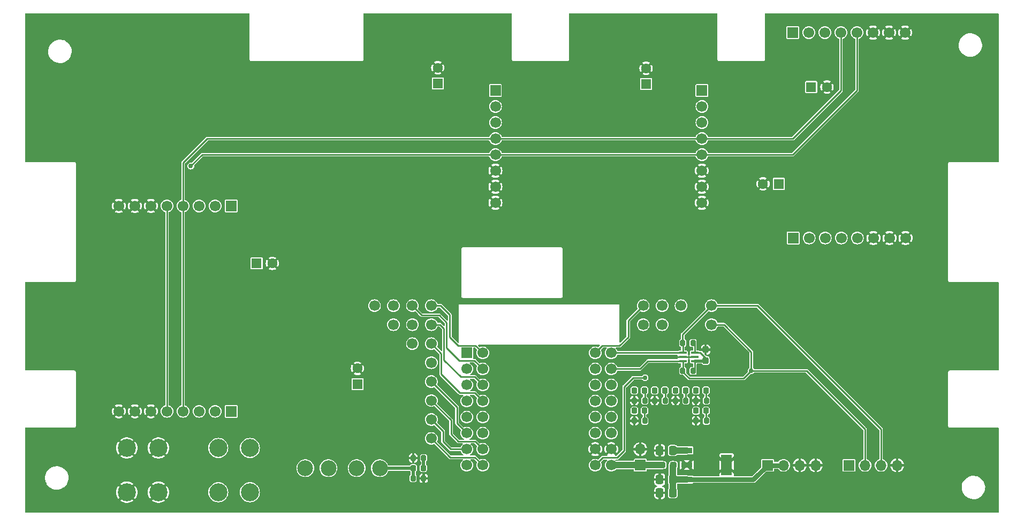
<source format=gbr>
%TF.GenerationSoftware,KiCad,Pcbnew,7.0.5*%
%TF.CreationDate,2023-07-18T15:35:35-04:00*%
%TF.ProjectId,PCBPT_Main_control_V1,50434250-545f-44d6-9169-6e5f636f6e74,rev?*%
%TF.SameCoordinates,Original*%
%TF.FileFunction,Copper,L1,Top*%
%TF.FilePolarity,Positive*%
%FSLAX46Y46*%
G04 Gerber Fmt 4.6, Leading zero omitted, Abs format (unit mm)*
G04 Created by KiCad (PCBNEW 7.0.5) date 2023-07-18 15:35:35*
%MOMM*%
%LPD*%
G01*
G04 APERTURE LIST*
G04 Aperture macros list*
%AMRoundRect*
0 Rectangle with rounded corners*
0 $1 Rounding radius*
0 $2 $3 $4 $5 $6 $7 $8 $9 X,Y pos of 4 corners*
0 Add a 4 corners polygon primitive as box body*
4,1,4,$2,$3,$4,$5,$6,$7,$8,$9,$2,$3,0*
0 Add four circle primitives for the rounded corners*
1,1,$1+$1,$2,$3*
1,1,$1+$1,$4,$5*
1,1,$1+$1,$6,$7*
1,1,$1+$1,$8,$9*
0 Add four rect primitives between the rounded corners*
20,1,$1+$1,$2,$3,$4,$5,0*
20,1,$1+$1,$4,$5,$6,$7,0*
20,1,$1+$1,$6,$7,$8,$9,0*
20,1,$1+$1,$8,$9,$2,$3,0*%
G04 Aperture macros list end*
%TA.AperFunction,ComponentPad*%
%ADD10R,1.700000X1.700000*%
%TD*%
%TA.AperFunction,ComponentPad*%
%ADD11O,1.700000X1.700000*%
%TD*%
%TA.AperFunction,ComponentPad*%
%ADD12C,1.700000*%
%TD*%
%TA.AperFunction,SMDPad,CuDef*%
%ADD13RoundRect,0.200000X0.200000X0.275000X-0.200000X0.275000X-0.200000X-0.275000X0.200000X-0.275000X0*%
%TD*%
%TA.AperFunction,ComponentPad*%
%ADD14R,1.600000X1.600000*%
%TD*%
%TA.AperFunction,ComponentPad*%
%ADD15C,1.600000*%
%TD*%
%TA.AperFunction,SMDPad,CuDef*%
%ADD16RoundRect,0.250000X0.337500X0.475000X-0.337500X0.475000X-0.337500X-0.475000X0.337500X-0.475000X0*%
%TD*%
%TA.AperFunction,ComponentPad*%
%ADD17C,2.850000*%
%TD*%
%TA.AperFunction,SMDPad,CuDef*%
%ADD18R,1.750000X0.950000*%
%TD*%
%TA.AperFunction,SMDPad,CuDef*%
%ADD19R,1.750000X3.200000*%
%TD*%
%TA.AperFunction,SMDPad,CuDef*%
%ADD20RoundRect,0.200000X-0.200000X-0.275000X0.200000X-0.275000X0.200000X0.275000X-0.200000X0.275000X0*%
%TD*%
%TA.AperFunction,SMDPad,CuDef*%
%ADD21RoundRect,0.218750X0.218750X0.256250X-0.218750X0.256250X-0.218750X-0.256250X0.218750X-0.256250X0*%
%TD*%
%TA.AperFunction,SMDPad,CuDef*%
%ADD22RoundRect,0.237500X-0.287500X-0.237500X0.287500X-0.237500X0.287500X0.237500X-0.287500X0.237500X0*%
%TD*%
%TA.AperFunction,SMDPad,CuDef*%
%ADD23R,1.200000X0.400000*%
%TD*%
%TA.AperFunction,SMDPad,CuDef*%
%ADD24RoundRect,0.237500X0.237500X-0.300000X0.237500X0.300000X-0.237500X0.300000X-0.237500X-0.300000X0*%
%TD*%
%TA.AperFunction,ComponentPad*%
%ADD25C,2.500000*%
%TD*%
%TA.AperFunction,ViaPad*%
%ADD26C,1.270000*%
%TD*%
%TA.AperFunction,ViaPad*%
%ADD27C,0.762000*%
%TD*%
%TA.AperFunction,Conductor*%
%ADD28C,0.254000*%
%TD*%
%TA.AperFunction,Conductor*%
%ADD29C,0.762000*%
%TD*%
%TA.AperFunction,Conductor*%
%ADD30C,0.508000*%
%TD*%
%TA.AperFunction,Conductor*%
%ADD31C,1.016000*%
%TD*%
G04 APERTURE END LIST*
D10*
%TO.P,J8,1,Pin_1*%
%TO.N,VCC*%
X200550000Y-110250000D03*
D11*
%TO.P,J8,2,Pin_2*%
%TO.N,SDA*%
X203090000Y-110250000D03*
%TO.P,J8,3,Pin_3*%
%TO.N,SCL*%
X205630000Y-110250000D03*
%TO.P,J8,4,Pin_4*%
%TO.N,GND*%
X208170000Y-110250000D03*
%TD*%
D10*
%TO.P,J4,1,Pin_1*%
%TO.N,VDD*%
X187670000Y-110250000D03*
D11*
%TO.P,J4,2,Pin_2*%
X190210000Y-110250000D03*
%TO.P,J4,3,Pin_3*%
%TO.N,GND*%
X192750000Y-110250000D03*
%TO.P,J4,4,Pin_4*%
X195290000Y-110250000D03*
%TD*%
D12*
%TO.P,TP8,1,1*%
%TO.N,SCL*%
X178800000Y-85000000D03*
%TD*%
%TO.P,TP7,1,1*%
%TO.N,SDA*%
X178800000Y-88000000D03*
%TD*%
D10*
%TO.P,J1,1,Pin_1*%
%TO.N,+5V*%
X167550000Y-110225000D03*
D11*
%TO.P,J1,2,Pin_2*%
%TO.N,GND*%
X167550000Y-107685000D03*
%TD*%
D13*
%TO.P,R3,1*%
%TO.N,Net-(D3-K)*%
X171470000Y-100000000D03*
%TO.P,R3,2*%
%TO.N,GND*%
X169820000Y-100000000D03*
%TD*%
D14*
%TO.P,C8,1*%
%TO.N,VPP*%
X122810000Y-97412380D03*
D15*
%TO.P,C8,2*%
%TO.N,GND*%
X122810000Y-94912380D03*
%TD*%
D12*
%TO.P,TP15,1,1*%
%TO.N,Net-(U7-IO10)*%
X134500000Y-94000000D03*
%TD*%
%TO.P,TP6,1,1*%
%TO.N,Net-(U7-IO2)*%
X131500000Y-85000000D03*
%TD*%
D16*
%TO.P,C16,1*%
%TO.N,VDD*%
X172687500Y-114600000D03*
%TO.P,C16,2*%
%TO.N,GND*%
X170612500Y-114600000D03*
%TD*%
D17*
%TO.P,J2,1,1*%
%TO.N,+12V*%
X105800000Y-107500000D03*
%TO.P,J2,2,2*%
X105800000Y-114510000D03*
%TO.P,J2,3,3*%
X100800000Y-107500000D03*
%TO.P,J2,4,4*%
X100800000Y-114510000D03*
%TD*%
D13*
%TO.P,R2,1*%
%TO.N,Net-(D2-K)*%
X168257500Y-103200000D03*
%TO.P,R2,2*%
%TO.N,GND*%
X166607500Y-103200000D03*
%TD*%
D12*
%TO.P,TP23,1,1*%
%TO.N,Net-(U7-IO38)*%
X171000000Y-85000000D03*
%TD*%
%TO.P,TP20,1,1*%
%TO.N,Net-(U7-IO34)*%
X171000000Y-88000000D03*
%TD*%
D16*
%TO.P,C15,1*%
%TO.N,VPP*%
X172687500Y-107900000D03*
%TO.P,C15,2*%
%TO.N,GND*%
X170612500Y-107900000D03*
%TD*%
D18*
%TO.P,IC1,1,IN*%
%TO.N,VPP*%
X174900000Y-107900000D03*
%TO.P,IC1,2,GND_1*%
%TO.N,GND*%
X174900000Y-110200000D03*
%TO.P,IC1,3,OUT*%
%TO.N,VDD*%
X174900000Y-112500000D03*
D19*
%TO.P,IC1,4,GND_2*%
%TO.N,GND*%
X181200000Y-110200000D03*
%TD*%
D10*
%TO.P,U2,1,VPP*%
%TO.N,VPP*%
X102840000Y-101715000D03*
D12*
%TO.P,U2,2,VPP*%
X100300000Y-101715000D03*
%TO.P,U2,3,GPIO*%
%TO.N,GPIO2*%
X97760000Y-101715000D03*
%TO.P,U2,4,SCL*%
%TO.N,SCL*%
X95220000Y-101715000D03*
%TO.P,U2,5,SDA*%
%TO.N,SDA*%
X92680000Y-101715000D03*
%TO.P,U2,6,GND*%
%TO.N,GND*%
X90140000Y-101715000D03*
%TO.P,U2,7,GND*%
X87600000Y-101715000D03*
%TO.P,U2,8,GND*%
X85060000Y-101715000D03*
%TD*%
%TO.P,TP2,1,1*%
%TO.N,Net-(U7-IO13)*%
X134500000Y-100000000D03*
%TD*%
%TO.P,TP14,1,1*%
%TO.N,Net-(U7-IO14)*%
X134500000Y-106000000D03*
%TD*%
D14*
%TO.P,C11,1*%
%TO.N,VPP*%
X168460000Y-49922380D03*
D15*
%TO.P,C11,2*%
%TO.N,GND*%
X168460000Y-47422380D03*
%TD*%
D12*
%TO.P,TP16,1,1*%
%TO.N,Net-(U7-IO5)*%
X125500000Y-85000000D03*
%TD*%
D13*
%TO.P,R4,1*%
%TO.N,Net-(D4-K)*%
X178007500Y-100000000D03*
%TO.P,R4,2*%
%TO.N,GND*%
X176357500Y-100000000D03*
%TD*%
D20*
%TO.P,R9,1*%
%TO.N,SCL*%
X174250000Y-90900000D03*
%TO.P,R9,2*%
%TO.N,VCC*%
X175900000Y-90900000D03*
%TD*%
D14*
%TO.P,C12,1*%
%TO.N,VPP*%
X194577621Y-50400000D03*
D15*
%TO.P,C12,2*%
%TO.N,GND*%
X197077621Y-50400000D03*
%TD*%
D21*
%TO.P,D3,1,K*%
%TO.N,Net-(D3-K)*%
X171412500Y-98400000D03*
%TO.P,D3,2,A*%
%TO.N,/ESP32S2_module/IND3*%
X169837500Y-98400000D03*
%TD*%
D22*
%TO.P,D8,1,K*%
%TO.N,+5V*%
X171005000Y-110200000D03*
%TO.P,D8,2,A*%
%TO.N,VDD*%
X172755000Y-110200000D03*
%TD*%
D10*
%TO.P,U3,1,VPP*%
%TO.N,VPP*%
X144640000Y-50935000D03*
D12*
%TO.P,U3,2,VPP*%
X144640000Y-53475000D03*
%TO.P,U3,3,GPIO*%
%TO.N,GPIO3*%
X144640000Y-56015000D03*
%TO.P,U3,4,SCL*%
%TO.N,SCL*%
X144640000Y-58555000D03*
%TO.P,U3,5,SDA*%
%TO.N,SDA*%
X144640000Y-61095000D03*
%TO.P,U3,6,GND*%
%TO.N,GND*%
X144640000Y-63635000D03*
%TO.P,U3,7,GND*%
X144640000Y-66175000D03*
%TO.P,U3,8,GND*%
X144640000Y-68715000D03*
%TD*%
D21*
%TO.P,D2,1,K*%
%TO.N,Net-(D2-K)*%
X168200000Y-101600000D03*
%TO.P,D2,2,A*%
%TO.N,/ESP32S2_module/IND1*%
X166625000Y-101600000D03*
%TD*%
D12*
%TO.P,TP4,1,1*%
%TO.N,Net-(U7-IO12)*%
X134500000Y-103000000D03*
%TD*%
%TO.P,TP12,1,1*%
%TO.N,Net-(U7-IO4)*%
X134500000Y-88000000D03*
%TD*%
D10*
%TO.P,U6,1,VPP*%
%TO.N,VPP*%
X191720000Y-74285000D03*
D12*
%TO.P,U6,2,VPP*%
X194260000Y-74285000D03*
%TO.P,U6,3,GPIO*%
%TO.N,GPIO6*%
X196800000Y-74285000D03*
%TO.P,U6,4,SCL*%
%TO.N,SCL*%
X199340000Y-74285000D03*
%TO.P,U6,5,SDA*%
%TO.N,SDA*%
X201880000Y-74285000D03*
%TO.P,U6,6,GND*%
%TO.N,GND*%
X204420000Y-74285000D03*
%TO.P,U6,7,GND*%
X206960000Y-74285000D03*
%TO.P,U6,8,GND*%
X209500000Y-74285000D03*
%TD*%
D21*
%TO.P,D4,1,K*%
%TO.N,Net-(D4-K)*%
X177950000Y-98400000D03*
%TO.P,D4,2,A*%
%TO.N,/ESP32S2_module/IND5*%
X176375000Y-98400000D03*
%TD*%
D20*
%TO.P,R8,1*%
%TO.N,SDA*%
X174250000Y-95300000D03*
%TO.P,R8,2*%
%TO.N,VCC*%
X175900000Y-95300000D03*
%TD*%
D21*
%TO.P,D1,1,K*%
%TO.N,Net-(D1-K)*%
X133217500Y-110700000D03*
%TO.P,D1,2,A*%
%TO.N,VPP*%
X131642500Y-110700000D03*
%TD*%
D12*
%TO.P,TP11,1,1*%
%TO.N,Net-(U7-IO3)*%
X128500000Y-85000000D03*
%TD*%
D21*
%TO.P,D7,1,K*%
%TO.N,Net-(D7-K)*%
X177950000Y-101600000D03*
%TO.P,D7,2,A*%
%TO.N,/ESP32S2_module/IND6*%
X176375000Y-101600000D03*
%TD*%
D13*
%TO.P,R6,1*%
%TO.N,Net-(D6-K)*%
X174757500Y-100000000D03*
%TO.P,R6,2*%
%TO.N,GND*%
X173107500Y-100000000D03*
%TD*%
D23*
%TO.P,IC2,1,VCC*%
%TO.N,VCC*%
X176175000Y-93750000D03*
%TO.P,IC2,2,GND_1*%
%TO.N,GND*%
X176175000Y-93100000D03*
%TO.P,IC2,3,ENABLE*%
%TO.N,VCC*%
X176175000Y-92450000D03*
%TO.P,IC2,4,BUS2*%
%TO.N,SCL*%
X174275000Y-92450000D03*
%TO.P,IC2,5,GND_2*%
%TO.N,GND*%
X174275000Y-93100000D03*
%TO.P,IC2,6,BUS1*%
%TO.N,SDA*%
X174275000Y-93750000D03*
%TD*%
D12*
%TO.P,TP18,1,1*%
%TO.N,Net-(U7-IO8)*%
X128500000Y-88000000D03*
%TD*%
D14*
%TO.P,C13,1*%
%TO.N,VPP*%
X189452380Y-65710000D03*
D15*
%TO.P,C13,2*%
%TO.N,GND*%
X186952380Y-65710000D03*
%TD*%
D10*
%TO.P,U5,1,VPP*%
%TO.N,VPP*%
X191660000Y-41785000D03*
D12*
%TO.P,U5,2,VPP*%
X194200000Y-41785000D03*
%TO.P,U5,3,GPIO*%
%TO.N,GPIO5*%
X196740000Y-41785000D03*
%TO.P,U5,4,SCL*%
%TO.N,SCL*%
X199280000Y-41785000D03*
%TO.P,U5,5,SDA*%
%TO.N,SDA*%
X201820000Y-41785000D03*
%TO.P,U5,6,GND*%
%TO.N,GND*%
X204360000Y-41785000D03*
%TO.P,U5,7,GND*%
X206900000Y-41785000D03*
%TO.P,U5,8,GND*%
X209440000Y-41785000D03*
%TD*%
D21*
%TO.P,D5,1,K*%
%TO.N,Net-(D5-K)*%
X168200000Y-98400000D03*
%TO.P,D5,2,A*%
%TO.N,/ESP32S2_module/IND2*%
X166625000Y-98400000D03*
%TD*%
D17*
%TO.P,J3,1,1*%
%TO.N,GND*%
X91330000Y-107500000D03*
%TO.P,J3,2,2*%
X91330000Y-114510000D03*
%TO.P,J3,3,3*%
X86330000Y-107500000D03*
%TO.P,J3,4,4*%
X86330000Y-114510000D03*
%TD*%
D14*
%TO.P,C10,1*%
%TO.N,VPP*%
X135520000Y-49842380D03*
D15*
%TO.P,C10,2*%
%TO.N,GND*%
X135520000Y-47342380D03*
%TD*%
D12*
%TO.P,TP17,1,1*%
%TO.N,Net-(U7-IO9)*%
X131500000Y-91000000D03*
%TD*%
D14*
%TO.P,C9,1*%
%TO.N,VPP*%
X106857621Y-78290000D03*
D15*
%TO.P,C9,2*%
%TO.N,GND*%
X109357621Y-78290000D03*
%TD*%
D12*
%TO.P,TP1,1,1*%
%TO.N,Net-(U7-IO1)*%
X134500000Y-85000000D03*
%TD*%
%TO.P,TP13,1,1*%
%TO.N,Net-(U7-IO11)*%
X134500000Y-97000000D03*
%TD*%
D10*
%TO.P,U1,1,VPP*%
%TO.N,VPP*%
X102840000Y-69215000D03*
D12*
%TO.P,U1,2,VPP*%
X100300000Y-69215000D03*
%TO.P,U1,3,GPIO*%
%TO.N,GPIO1*%
X97760000Y-69215000D03*
%TO.P,U1,4,SCL*%
%TO.N,SCL*%
X95220000Y-69215000D03*
%TO.P,U1,5,SDA*%
%TO.N,SDA*%
X92680000Y-69215000D03*
%TO.P,U1,6,GND*%
%TO.N,GND*%
X90140000Y-69215000D03*
%TO.P,U1,7,GND*%
X87600000Y-69215000D03*
%TO.P,U1,8,GND*%
X85060000Y-69215000D03*
%TD*%
D10*
%TO.P,U7,1,EN*%
%TO.N,unconnected-(U7-EN-Pad1)*%
X140095000Y-92460000D03*
D12*
%TO.P,U7,2,IO3*%
%TO.N,Net-(U7-IO3)*%
X140095000Y-95000000D03*
%TO.P,U7,3,IO5*%
%TO.N,Net-(U7-IO5)*%
X140095000Y-97540000D03*
%TO.P,U7,4,IO7*%
%TO.N,Net-(U7-IO7)*%
X140095000Y-100080000D03*
%TO.P,U7,5,IO9*%
%TO.N,Net-(U7-IO9)*%
X140095000Y-102620000D03*
%TO.P,U7,6,IO11*%
%TO.N,Net-(U7-IO11)*%
X140095000Y-105160000D03*
%TO.P,U7,7,IO12*%
%TO.N,Net-(U7-IO12)*%
X140095000Y-107700000D03*
%TO.P,U7,8,3V3*%
%TO.N,VCC*%
X140095000Y-110240000D03*
%TO.P,U7,9,VBUS*%
%TO.N,+5V*%
X162955000Y-110240000D03*
%TO.P,U7,10,GND*%
%TO.N,GND*%
X162955000Y-107700000D03*
%TO.P,U7,11,IO16*%
%TO.N,/ESP32S2_module/IND6*%
X162955000Y-105160000D03*
%TO.P,U7,12,IO18*%
%TO.N,/ESP32S2_module/IND4*%
X162955000Y-102620000D03*
%TO.P,U7,13,IO33*%
%TO.N,/ESP32S2_module/IND3*%
X162955000Y-100080000D03*
%TO.P,U7,14,IO35*%
%TO.N,/ESP32S2_module/IND2*%
X162955000Y-97540000D03*
%TO.P,U7,15,IO37*%
%TO.N,SDA*%
X162955000Y-95000000D03*
%TO.P,U7,16,IO39*%
%TO.N,SCL*%
X162955000Y-92460000D03*
%TO.P,U7,17,IO1*%
%TO.N,Net-(U7-IO1)*%
X142635000Y-92460000D03*
%TO.P,U7,18,IO2*%
%TO.N,Net-(U7-IO2)*%
X142635000Y-95000000D03*
%TO.P,U7,19,IO4*%
%TO.N,Net-(U7-IO4)*%
X142635000Y-97540000D03*
%TO.P,U7,20,IO6*%
%TO.N,Net-(U7-IO6)*%
X142635000Y-100080000D03*
%TO.P,U7,21,IO8*%
%TO.N,Net-(U7-IO8)*%
X142635000Y-102620000D03*
%TO.P,U7,22,IO10*%
%TO.N,Net-(U7-IO10)*%
X142635000Y-105160000D03*
%TO.P,U7,23,IO13*%
%TO.N,Net-(U7-IO13)*%
X142635000Y-107700000D03*
%TO.P,U7,24,IO14*%
%TO.N,Net-(U7-IO14)*%
X142635000Y-110240000D03*
%TO.P,U7,25,IO15*%
%TO.N,Net-(U7-IO15)*%
X160415000Y-110240000D03*
%TO.P,U7,26,GND*%
%TO.N,GND*%
X160415000Y-107700000D03*
%TO.P,U7,27,IO17*%
%TO.N,/ESP32S2_module/IND5*%
X160415000Y-105160000D03*
%TO.P,U7,28,IO21*%
%TO.N,/ESP32S2_module/IND1*%
X160415000Y-102620000D03*
%TO.P,U7,29,IO34*%
%TO.N,Net-(U7-IO34)*%
X160415000Y-100080000D03*
%TO.P,U7,30,IO36*%
%TO.N,Net-(U7-IO36)*%
X160415000Y-97540000D03*
%TO.P,U7,31,IO38*%
%TO.N,Net-(U7-IO38)*%
X160415000Y-95000000D03*
%TO.P,U7,32,IO40*%
%TO.N,Net-(U7-IO40)*%
X160415000Y-92460000D03*
%TD*%
%TO.P,TP5,1,1*%
%TO.N,Net-(U7-IO7)*%
X131500000Y-88000000D03*
%TD*%
%TO.P,TP21,1,1*%
%TO.N,Net-(U7-IO40)*%
X168000000Y-85000000D03*
%TD*%
D13*
%TO.P,R7,1*%
%TO.N,Net-(D7-K)*%
X178007500Y-103200000D03*
%TO.P,R7,2*%
%TO.N,GND*%
X176357500Y-103200000D03*
%TD*%
%TO.P,R1,1*%
%TO.N,Net-(D1-K)*%
X133275000Y-109100000D03*
%TO.P,R1,2*%
%TO.N,GND*%
X131625000Y-109100000D03*
%TD*%
%TO.P,R5,1*%
%TO.N,Net-(D5-K)*%
X168257500Y-100000000D03*
%TO.P,R5,2*%
%TO.N,GND*%
X166607500Y-100000000D03*
%TD*%
D12*
%TO.P,TP19,1,1*%
%TO.N,Net-(U7-IO15)*%
X174000000Y-85000000D03*
%TD*%
%TO.P,TP22,1,1*%
%TO.N,Net-(U7-IO36)*%
X168000000Y-88000000D03*
%TD*%
D16*
%TO.P,C17,1*%
%TO.N,VDD*%
X172687500Y-112500000D03*
%TO.P,C17,2*%
%TO.N,GND*%
X170612500Y-112500000D03*
%TD*%
D24*
%TO.P,C6,1*%
%TO.N,VCC*%
X177875000Y-93662500D03*
%TO.P,C6,2*%
%TO.N,GND*%
X177875000Y-91937500D03*
%TD*%
D13*
%TO.P,R10,1*%
%TO.N,GND*%
X133275000Y-112300000D03*
%TO.P,R10,2*%
%TO.N,VPP*%
X131625000Y-112300000D03*
%TD*%
D21*
%TO.P,D6,1,K*%
%TO.N,Net-(D6-K)*%
X174700000Y-98400000D03*
%TO.P,D6,2,A*%
%TO.N,/ESP32S2_module/IND4*%
X173125000Y-98400000D03*
%TD*%
D25*
%TO.P,U8,1,1*%
%TO.N,+12V*%
X114555000Y-110700000D03*
%TO.P,U8,2,2*%
X118215000Y-110700000D03*
%TO.P,U8,3,3*%
%TO.N,VPP*%
X122685000Y-110700000D03*
%TO.P,U8,4,4*%
X126345000Y-110700000D03*
%TD*%
D10*
%TO.P,U4,1,VPP*%
%TO.N,VPP*%
X177290000Y-50935000D03*
D12*
%TO.P,U4,2,VPP*%
X177290000Y-53475000D03*
%TO.P,U4,3,GPIO*%
%TO.N,GPIO4*%
X177290000Y-56015000D03*
%TO.P,U4,4,SCL*%
%TO.N,SCL*%
X177290000Y-58555000D03*
%TO.P,U4,5,SDA*%
%TO.N,SDA*%
X177290000Y-61095000D03*
%TO.P,U4,6,GND*%
%TO.N,GND*%
X177290000Y-63635000D03*
%TO.P,U4,7,GND*%
X177290000Y-66175000D03*
%TO.P,U4,8,GND*%
X177290000Y-68715000D03*
%TD*%
%TO.P,TP3,1,1*%
%TO.N,Net-(U7-IO6)*%
X134500000Y-91000000D03*
%TD*%
D26*
%TO.N,VPP*%
X172687500Y-107900000D03*
D27*
%TO.N,VCC*%
X177850000Y-93700000D03*
%TO.N,SDA*%
X96450000Y-62900000D03*
X185100000Y-95300000D03*
%TO.N,SCL*%
X174250000Y-90900000D03*
%TO.N,/ESP32S2_module/IND1*%
X166600000Y-101600000D03*
%TO.N,/ESP32S2_module/IND3*%
X169800000Y-98400000D03*
%TO.N,/ESP32S2_module/IND5*%
X176400000Y-98400000D03*
%TO.N,/ESP32S2_module/IND2*%
X166600000Y-98400000D03*
%TO.N,Net-(U7-IO15)*%
X168300000Y-96400000D03*
%TO.N,/ESP32S2_module/IND4*%
X173100000Y-98400000D03*
%TO.N,/ESP32S2_module/IND6*%
X176400000Y-101600000D03*
%TD*%
D28*
%TO.N,SDA*%
X193850000Y-95300000D02*
X185100000Y-95300000D01*
X203090000Y-104540000D02*
X193850000Y-95300000D01*
X203090000Y-110250000D02*
X203090000Y-104540000D01*
%TO.N,SCL*%
X186100000Y-85000000D02*
X178800000Y-85000000D01*
X205630000Y-104530000D02*
X186100000Y-85000000D01*
X205630000Y-110250000D02*
X205630000Y-104530000D01*
D29*
%TO.N,VDD*%
X187670000Y-110250000D02*
X190210000Y-110250000D01*
X185420000Y-112500000D02*
X187670000Y-110250000D01*
X174900000Y-112500000D02*
X185420000Y-112500000D01*
D28*
%TO.N,Net-(U7-IO11)*%
X138550000Y-103615000D02*
X140095000Y-105160000D01*
X138550000Y-101050000D02*
X138550000Y-103615000D01*
X134500000Y-97000000D02*
X138550000Y-101050000D01*
%TO.N,Net-(U7-IO4)*%
X136470000Y-92050000D02*
X136470000Y-93590000D01*
X136470000Y-88600000D02*
X136470000Y-92050000D01*
X139150000Y-96270000D02*
X141365000Y-96270000D01*
X136470000Y-93590000D02*
X139150000Y-96270000D01*
%TO.N,Net-(U7-IO2)*%
X136900000Y-91640000D02*
X138950000Y-93690000D01*
X136900000Y-89700000D02*
X136900000Y-91640000D01*
X141325000Y-93690000D02*
X138950000Y-93690000D01*
X136900000Y-89700000D02*
X136900000Y-87670000D01*
%TO.N,SDA*%
X178800000Y-88000000D02*
X180800000Y-88000000D01*
X180800000Y-88000000D02*
X185100000Y-92300000D01*
X185100000Y-92300000D02*
X185100000Y-95300000D01*
%TO.N,SCL*%
X174250000Y-89550000D02*
X178800000Y-85000000D01*
X174250000Y-90900000D02*
X174250000Y-89550000D01*
D30*
%TO.N,VPP*%
X126345000Y-110700000D02*
X131642500Y-110700000D01*
D31*
X174900000Y-107900000D02*
X172687500Y-107900000D01*
D30*
X131625000Y-112300000D02*
X131625000Y-110717500D01*
X131625000Y-110717500D02*
X131642500Y-110700000D01*
D28*
%TO.N,GND*%
X174275000Y-93100000D02*
X172600000Y-93100000D01*
X174275000Y-93100000D02*
X176175000Y-93100000D01*
D30*
%TO.N,VCC*%
X177787500Y-93750000D02*
X177837500Y-93700000D01*
D28*
X176175000Y-91175000D02*
X175900000Y-90900000D01*
X177875000Y-93296000D02*
X177875000Y-93662500D01*
X176175000Y-95025000D02*
X175900000Y-95300000D01*
D30*
X176175000Y-93750000D02*
X177787500Y-93750000D01*
X177850000Y-93700000D02*
X177850000Y-93687500D01*
X177837500Y-93700000D02*
X177850000Y-93700000D01*
X177850000Y-93687500D02*
X177875000Y-93662500D01*
D28*
X176175000Y-92450000D02*
X176175000Y-91175000D01*
X176175000Y-93750000D02*
X176175000Y-95025000D01*
X177029000Y-92450000D02*
X177875000Y-93296000D01*
X176175000Y-92450000D02*
X177029000Y-92450000D01*
D30*
%TO.N,Net-(D1-K)*%
X133275000Y-109100000D02*
X133275000Y-110642500D01*
X133275000Y-110642500D02*
X133217500Y-110700000D01*
D28*
%TO.N,Net-(D2-K)*%
X168200000Y-103142500D02*
X168257500Y-103200000D01*
X168200000Y-101600000D02*
X168200000Y-103142500D01*
%TO.N,Net-(D3-K)*%
X171470000Y-100000000D02*
X171470000Y-98457500D01*
X171470000Y-98457500D02*
X171412500Y-98400000D01*
%TO.N,Net-(D4-K)*%
X177950000Y-98400000D02*
X177950000Y-99942500D01*
X177950000Y-99942500D02*
X178007500Y-100000000D01*
%TO.N,Net-(D5-K)*%
X168257500Y-98457500D02*
X168200000Y-98400000D01*
X168257500Y-100000000D02*
X168257500Y-98457500D01*
%TO.N,Net-(D6-K)*%
X174700000Y-98400000D02*
X174700000Y-99942500D01*
X174700000Y-99942500D02*
X174757500Y-100000000D01*
%TO.N,Net-(D7-K)*%
X177950000Y-103142500D02*
X178007500Y-103200000D01*
X177950000Y-101600000D02*
X177950000Y-103142500D01*
%TO.N,SDA*%
X174200000Y-95350000D02*
X174250000Y-95300000D01*
X177290000Y-61095000D02*
X191655000Y-61095000D01*
X144640000Y-61095000D02*
X98255000Y-61095000D01*
X191655000Y-61095000D02*
X201820000Y-50930000D01*
X174250000Y-95350000D02*
X174200000Y-95350000D01*
X174250000Y-95300000D02*
X174250000Y-95350000D01*
X174275000Y-93750000D02*
X174275000Y-95275000D01*
X174275000Y-93750000D02*
X168750000Y-93750000D01*
X174275000Y-95275000D02*
X174250000Y-95300000D01*
X167500000Y-95000000D02*
X162955000Y-95000000D01*
X183900000Y-96500000D02*
X185100000Y-95300000D01*
X98255000Y-61095000D02*
X96450000Y-62900000D01*
X174250000Y-95300000D02*
X174250000Y-95450000D01*
X144640000Y-61095000D02*
X177290000Y-61095000D01*
X92680000Y-69215000D02*
X92680000Y-101715000D01*
X201820000Y-50930000D02*
X201820000Y-41785000D01*
X168750000Y-93750000D02*
X167500000Y-95000000D01*
X175300000Y-96500000D02*
X183900000Y-96500000D01*
X174250000Y-95450000D02*
X175300000Y-96500000D01*
%TO.N,SCL*%
X95220000Y-69215000D02*
X95220000Y-62380000D01*
X99045000Y-58555000D02*
X144640000Y-58555000D01*
X144640000Y-58555000D02*
X177290000Y-58555000D01*
X191695000Y-58555000D02*
X177290000Y-58555000D01*
X174275000Y-90925000D02*
X174250000Y-90900000D01*
X199280000Y-41785000D02*
X199280000Y-50970000D01*
X174275000Y-92450000D02*
X174275000Y-90925000D01*
X95220000Y-101715000D02*
X95220000Y-69215000D01*
X95220000Y-62380000D02*
X99045000Y-58555000D01*
X174265000Y-92460000D02*
X174275000Y-92450000D01*
X162955000Y-92460000D02*
X174265000Y-92460000D01*
X199280000Y-50970000D02*
X191695000Y-58555000D01*
D31*
%TO.N,+5V*%
X167650000Y-110225000D02*
X162970000Y-110225000D01*
X171005000Y-110200000D02*
X167575000Y-110200000D01*
X162970000Y-110225000D02*
X162955000Y-110240000D01*
D28*
%TO.N,Net-(U7-IO12)*%
X137540000Y-107700000D02*
X140095000Y-107700000D01*
X134500000Y-103000000D02*
X136340000Y-104840000D01*
X136340000Y-104840000D02*
X136340000Y-106500000D01*
X136340000Y-106500000D02*
X137540000Y-107700000D01*
%TO.N,Net-(U7-IO4)*%
X134500000Y-88000000D02*
X135870000Y-88000000D01*
X135870000Y-88000000D02*
X136470000Y-88600000D01*
X141365000Y-96270000D02*
X142635000Y-97540000D01*
%TO.N,Net-(U7-IO6)*%
X136060000Y-95850000D02*
X136060000Y-93230000D01*
X139810000Y-98810000D02*
X139020000Y-98810000D01*
X136060000Y-92560000D02*
X136060000Y-93230000D01*
X134500000Y-91000000D02*
X136060000Y-92560000D01*
X141365000Y-98810000D02*
X139810000Y-98810000D01*
X139020000Y-98810000D02*
X136060000Y-95850000D01*
X142635000Y-100080000D02*
X141365000Y-98810000D01*
%TO.N,Net-(U7-IO13)*%
X141425000Y-106490000D02*
X138780000Y-106490000D01*
X137610000Y-103110000D02*
X134500000Y-100000000D01*
X138780000Y-106490000D02*
X137610000Y-105320000D01*
X142635000Y-107700000D02*
X141425000Y-106490000D01*
X137610000Y-105320000D02*
X137610000Y-103110000D01*
%TO.N,Net-(U7-IO14)*%
X137490000Y-108990000D02*
X134500000Y-106000000D01*
X141385000Y-108990000D02*
X137490000Y-108990000D01*
X142635000Y-110240000D02*
X141385000Y-108990000D01*
%TO.N,Net-(U7-IO15)*%
X163050000Y-109050000D02*
X163900000Y-109050000D01*
X166400000Y-96400000D02*
X168300000Y-96400000D01*
X165000000Y-107950000D02*
X165000000Y-103350000D01*
X165000000Y-103350000D02*
X165000000Y-97800000D01*
X165000000Y-97800000D02*
X166400000Y-96400000D01*
X160415000Y-110240000D02*
X161605000Y-109050000D01*
X163900000Y-109050000D02*
X165000000Y-107950000D01*
X161605000Y-109050000D02*
X163050000Y-109050000D01*
%TO.N,Net-(U7-IO1)*%
X135960000Y-85000000D02*
X137410000Y-86450000D01*
X134500000Y-85000000D02*
X135960000Y-85000000D01*
X138747000Y-91317000D02*
X141492000Y-91317000D01*
X141492000Y-91317000D02*
X142635000Y-92460000D01*
X137410000Y-86450000D02*
X137410000Y-89980000D01*
X137410000Y-89980000D02*
X138747000Y-91317000D01*
%TO.N,Net-(U7-IO2)*%
X133010000Y-86510000D02*
X131500000Y-85000000D01*
X135740000Y-86510000D02*
X133010000Y-86510000D01*
X136900000Y-87670000D02*
X135740000Y-86510000D01*
X142635000Y-95000000D02*
X141325000Y-93690000D01*
D31*
%TO.N,VDD*%
X174900000Y-112500000D02*
X172687500Y-112500000D01*
X172687500Y-110267500D02*
X172755000Y-110200000D01*
X172687500Y-112500000D02*
X172687500Y-114600000D01*
X172687500Y-112500000D02*
X172687500Y-110267500D01*
D28*
%TO.N,Net-(U7-IO40)*%
X161544400Y-91330600D02*
X164264006Y-91330600D01*
X160415000Y-92460000D02*
X161544400Y-91330600D01*
X164264006Y-91330600D02*
X165650000Y-89944606D01*
X165650000Y-89944606D02*
X165650000Y-87350000D01*
X165650000Y-87350000D02*
X168000000Y-85000000D01*
%TD*%
%TA.AperFunction,Conductor*%
%TO.N,GND*%
G36*
X105714101Y-38775065D02*
G01*
X105744165Y-38827136D01*
X105745500Y-38842400D01*
X105745500Y-45966276D01*
X105743811Y-45983424D01*
X105740514Y-45999999D01*
X105740514Y-46000000D01*
X105745500Y-46025067D01*
X105760265Y-46099301D01*
X105782040Y-46131888D01*
X105816516Y-46183484D01*
X105900699Y-46239734D01*
X106000000Y-46259486D01*
X106016576Y-46256189D01*
X106033724Y-46254500D01*
X123466276Y-46254500D01*
X123483424Y-46256189D01*
X123499999Y-46259486D01*
X123499999Y-46259485D01*
X123500000Y-46259486D01*
X123599301Y-46239734D01*
X123683484Y-46183484D01*
X123739734Y-46099301D01*
X123754500Y-46025067D01*
X123754500Y-46025066D01*
X123759486Y-46000000D01*
X123756189Y-45983424D01*
X123754500Y-45966276D01*
X123754500Y-38842400D01*
X123775065Y-38785899D01*
X123827136Y-38755835D01*
X123842400Y-38754500D01*
X147157600Y-38754500D01*
X147214101Y-38775065D01*
X147244165Y-38827136D01*
X147245500Y-38842400D01*
X147245500Y-45966276D01*
X147243811Y-45983424D01*
X147240514Y-45999999D01*
X147240514Y-46000000D01*
X147245500Y-46025067D01*
X147260265Y-46099301D01*
X147282040Y-46131888D01*
X147316516Y-46183484D01*
X147400699Y-46239734D01*
X147500000Y-46259486D01*
X147516576Y-46256189D01*
X147533724Y-46254500D01*
X155966276Y-46254500D01*
X155983424Y-46256189D01*
X155999999Y-46259486D01*
X155999999Y-46259485D01*
X156000000Y-46259486D01*
X156099301Y-46239734D01*
X156183484Y-46183484D01*
X156239734Y-46099301D01*
X156254500Y-46025067D01*
X156254500Y-46025066D01*
X156259486Y-46000000D01*
X156256189Y-45983424D01*
X156254500Y-45966276D01*
X156254500Y-38842400D01*
X156275065Y-38785899D01*
X156327136Y-38755835D01*
X156342400Y-38754500D01*
X179657600Y-38754500D01*
X179714101Y-38775065D01*
X179744165Y-38827136D01*
X179745500Y-38842400D01*
X179745500Y-45966276D01*
X179743811Y-45983424D01*
X179740514Y-45999999D01*
X179740513Y-46000000D01*
X179745500Y-46025067D01*
X179760265Y-46099301D01*
X179782040Y-46131888D01*
X179816516Y-46183484D01*
X179900699Y-46239734D01*
X180000000Y-46259486D01*
X180016576Y-46256189D01*
X180033724Y-46254500D01*
X186966276Y-46254500D01*
X186983424Y-46256189D01*
X186999999Y-46259486D01*
X186999999Y-46259485D01*
X187000000Y-46259486D01*
X187099301Y-46239734D01*
X187183484Y-46183484D01*
X187239734Y-46099301D01*
X187254500Y-46025067D01*
X187254500Y-46025066D01*
X187259486Y-46000000D01*
X187256189Y-45983424D01*
X187254500Y-45966276D01*
X187254500Y-42650058D01*
X190657100Y-42650058D01*
X190661144Y-42670386D01*
X190665972Y-42694658D01*
X190699766Y-42745234D01*
X190704087Y-42748121D01*
X190750341Y-42779028D01*
X190757741Y-42780499D01*
X190794943Y-42787900D01*
X192525056Y-42787899D01*
X192525058Y-42787899D01*
X192537750Y-42785374D01*
X192569658Y-42779028D01*
X192620234Y-42745234D01*
X192654028Y-42694658D01*
X192662900Y-42650057D01*
X192662899Y-41785000D01*
X193192247Y-41785000D01*
X193210785Y-41973221D01*
X193211612Y-41981609D01*
X193257220Y-42131956D01*
X193268958Y-42170650D01*
X193362084Y-42344878D01*
X193487411Y-42497589D01*
X193640122Y-42622916D01*
X193814350Y-42716042D01*
X194003397Y-42773389D01*
X194200000Y-42792753D01*
X194396603Y-42773389D01*
X194585650Y-42716042D01*
X194759878Y-42622916D01*
X194912589Y-42497589D01*
X195037916Y-42344878D01*
X195131042Y-42170650D01*
X195188389Y-41981603D01*
X195207753Y-41785000D01*
X195732247Y-41785000D01*
X195750785Y-41973221D01*
X195751612Y-41981609D01*
X195797220Y-42131956D01*
X195808958Y-42170650D01*
X195902084Y-42344878D01*
X196027411Y-42497589D01*
X196180122Y-42622916D01*
X196354350Y-42716042D01*
X196543397Y-42773389D01*
X196740000Y-42792753D01*
X196936603Y-42773389D01*
X197125650Y-42716042D01*
X197299878Y-42622916D01*
X197452589Y-42497589D01*
X197577916Y-42344878D01*
X197671042Y-42170650D01*
X197728389Y-41981603D01*
X197747753Y-41785000D01*
X197728389Y-41588397D01*
X197671042Y-41399350D01*
X197577916Y-41225122D01*
X197452589Y-41072411D01*
X197299878Y-40947084D01*
X197125650Y-40853958D01*
X197125649Y-40853957D01*
X197125648Y-40853957D01*
X196936609Y-40796612D01*
X196936604Y-40796611D01*
X196936603Y-40796611D01*
X196740000Y-40777247D01*
X196543397Y-40796611D01*
X196543395Y-40796611D01*
X196543390Y-40796612D01*
X196354351Y-40853957D01*
X196180121Y-40947084D01*
X196027413Y-41072409D01*
X196027409Y-41072413D01*
X195902084Y-41225121D01*
X195808957Y-41399351D01*
X195751612Y-41588390D01*
X195751611Y-41588395D01*
X195751611Y-41588397D01*
X195732247Y-41785000D01*
X195207753Y-41785000D01*
X195188389Y-41588397D01*
X195131042Y-41399350D01*
X195037916Y-41225122D01*
X194912589Y-41072411D01*
X194759878Y-40947084D01*
X194585650Y-40853958D01*
X194585649Y-40853957D01*
X194585648Y-40853957D01*
X194396609Y-40796612D01*
X194396604Y-40796611D01*
X194396603Y-40796611D01*
X194200000Y-40777247D01*
X194199999Y-40777247D01*
X194152657Y-40781909D01*
X194003397Y-40796611D01*
X194003395Y-40796611D01*
X194003390Y-40796612D01*
X193814351Y-40853957D01*
X193640121Y-40947084D01*
X193487413Y-41072409D01*
X193487409Y-41072413D01*
X193362084Y-41225121D01*
X193268957Y-41399351D01*
X193211612Y-41588390D01*
X193211611Y-41588395D01*
X193211611Y-41588397D01*
X193192247Y-41785000D01*
X192662899Y-41785000D01*
X192662899Y-40919944D01*
X192662899Y-40919943D01*
X192662899Y-40919941D01*
X192654960Y-40880029D01*
X192654028Y-40875342D01*
X192620234Y-40824766D01*
X192620002Y-40824611D01*
X192569658Y-40790971D01*
X192532456Y-40783571D01*
X192525057Y-40782100D01*
X192525056Y-40782100D01*
X190794941Y-40782100D01*
X190750341Y-40790972D01*
X190699767Y-40824765D01*
X190699764Y-40824768D01*
X190665971Y-40875341D01*
X190657100Y-40919943D01*
X190657100Y-42650058D01*
X187254500Y-42650058D01*
X187254500Y-38842400D01*
X187275065Y-38785899D01*
X187327136Y-38755835D01*
X187342400Y-38754500D01*
X224157600Y-38754500D01*
X224214101Y-38775065D01*
X224244165Y-38827136D01*
X224245500Y-38842400D01*
X224245500Y-62157600D01*
X224224935Y-62214101D01*
X224172864Y-62244165D01*
X224157600Y-62245500D01*
X216533724Y-62245500D01*
X216516576Y-62243811D01*
X216500000Y-62240514D01*
X216474933Y-62245500D01*
X216400698Y-62260265D01*
X216316518Y-62316514D01*
X216316514Y-62316518D01*
X216260266Y-62400698D01*
X216240514Y-62499999D01*
X216243811Y-62516577D01*
X216245499Y-62533723D01*
X216245499Y-80966276D01*
X216243811Y-80983421D01*
X216240514Y-80999999D01*
X216240513Y-81000000D01*
X216245500Y-81025067D01*
X216260265Y-81099301D01*
X216316258Y-81183098D01*
X216316516Y-81183484D01*
X216400699Y-81239734D01*
X216500000Y-81259486D01*
X216516576Y-81256189D01*
X216533724Y-81254500D01*
X224157600Y-81254500D01*
X224214101Y-81275065D01*
X224244165Y-81327136D01*
X224245500Y-81342400D01*
X224245500Y-95157600D01*
X224224935Y-95214101D01*
X224172864Y-95244165D01*
X224157600Y-95245500D01*
X216533724Y-95245500D01*
X216516576Y-95243811D01*
X216500000Y-95240514D01*
X216474933Y-95245500D01*
X216400698Y-95260265D01*
X216316518Y-95316514D01*
X216316514Y-95316518D01*
X216260266Y-95400698D01*
X216249123Y-95456721D01*
X216240514Y-95500000D01*
X216240670Y-95500785D01*
X216243811Y-95516574D01*
X216245500Y-95533723D01*
X216245500Y-103966276D01*
X216243811Y-103983424D01*
X216240514Y-103999999D01*
X216240513Y-104000000D01*
X216245500Y-104025067D01*
X216260265Y-104099301D01*
X216308583Y-104171612D01*
X216316516Y-104183484D01*
X216400699Y-104239734D01*
X216500000Y-104259486D01*
X216516576Y-104256189D01*
X216533724Y-104254500D01*
X224157600Y-104254500D01*
X224214101Y-104275065D01*
X224244165Y-104327136D01*
X224245500Y-104342400D01*
X224245500Y-117657600D01*
X224224935Y-117714101D01*
X224172864Y-117744165D01*
X224157600Y-117745500D01*
X70342400Y-117745500D01*
X70285899Y-117724935D01*
X70255835Y-117672864D01*
X70254500Y-117657600D01*
X70254500Y-114510002D01*
X84646292Y-114510002D01*
X84665097Y-114760941D01*
X84665099Y-114760952D01*
X84721092Y-115006276D01*
X84721093Y-115006278D01*
X84813033Y-115240535D01*
X84938857Y-115458468D01*
X85015728Y-115554861D01*
X85536952Y-115033636D01*
X85574889Y-115094499D01*
X85708005Y-115234537D01*
X85806390Y-115303015D01*
X85281893Y-115827513D01*
X85488148Y-115968135D01*
X85714868Y-116077318D01*
X85955344Y-116151494D01*
X86204173Y-116188999D01*
X86204181Y-116189000D01*
X86455819Y-116189000D01*
X86455826Y-116188999D01*
X86704655Y-116151494D01*
X86945131Y-116077318D01*
X87171849Y-115968136D01*
X87171859Y-115968130D01*
X87378105Y-115827513D01*
X86855461Y-115304869D01*
X86875503Y-115293746D01*
X87022104Y-115167894D01*
X87124725Y-115035317D01*
X87644270Y-115554862D01*
X87721142Y-115458468D01*
X87721143Y-115458466D01*
X87846966Y-115240535D01*
X87938906Y-115006278D01*
X87938907Y-115006276D01*
X87994900Y-114760952D01*
X87994902Y-114760941D01*
X88013708Y-114510002D01*
X89646292Y-114510002D01*
X89665097Y-114760941D01*
X89665099Y-114760952D01*
X89721092Y-115006276D01*
X89721093Y-115006278D01*
X89813033Y-115240535D01*
X89938857Y-115458468D01*
X90015728Y-115554861D01*
X90536952Y-115033636D01*
X90574889Y-115094499D01*
X90708005Y-115234537D01*
X90806390Y-115303015D01*
X90281893Y-115827513D01*
X90488148Y-115968135D01*
X90714868Y-116077318D01*
X90955344Y-116151494D01*
X91204173Y-116188999D01*
X91204181Y-116189000D01*
X91455819Y-116189000D01*
X91455826Y-116188999D01*
X91704655Y-116151494D01*
X91945131Y-116077318D01*
X92171849Y-115968136D01*
X92171859Y-115968130D01*
X92378105Y-115827513D01*
X91855461Y-115304869D01*
X91875503Y-115293746D01*
X92022104Y-115167894D01*
X92124725Y-115035317D01*
X92644270Y-115554862D01*
X92721142Y-115458468D01*
X92721143Y-115458466D01*
X92846966Y-115240535D01*
X92938906Y-115006278D01*
X92938907Y-115006276D01*
X92994900Y-114760952D01*
X92994902Y-114760941D01*
X93013708Y-114510002D01*
X93013708Y-114510000D01*
X99217221Y-114510000D01*
X99236708Y-114757602D01*
X99236709Y-114757609D01*
X99294687Y-114999106D01*
X99389733Y-115228564D01*
X99389738Y-115228574D01*
X99519505Y-115440334D01*
X99680801Y-115629189D01*
X99680810Y-115629198D01*
X99831893Y-115758234D01*
X99869666Y-115790495D01*
X100081433Y-115920266D01*
X100234407Y-115983630D01*
X100310893Y-116015312D01*
X100552390Y-116073290D01*
X100552391Y-116073290D01*
X100552399Y-116073292D01*
X100800000Y-116092779D01*
X101047601Y-116073292D01*
X101289106Y-116015312D01*
X101518567Y-115920266D01*
X101730334Y-115790495D01*
X101919194Y-115629194D01*
X102080495Y-115440334D01*
X102210266Y-115228567D01*
X102305312Y-114999106D01*
X102363292Y-114757601D01*
X102382779Y-114510000D01*
X104217221Y-114510000D01*
X104236708Y-114757602D01*
X104236709Y-114757609D01*
X104294687Y-114999106D01*
X104389733Y-115228564D01*
X104389738Y-115228574D01*
X104519505Y-115440334D01*
X104680801Y-115629189D01*
X104680810Y-115629198D01*
X104831894Y-115758234D01*
X104869666Y-115790495D01*
X105081433Y-115920266D01*
X105234406Y-115983630D01*
X105310893Y-116015312D01*
X105552390Y-116073290D01*
X105552391Y-116073290D01*
X105552399Y-116073292D01*
X105800000Y-116092779D01*
X106047601Y-116073292D01*
X106289106Y-116015312D01*
X106518567Y-115920266D01*
X106730334Y-115790495D01*
X106919194Y-115629194D01*
X107080495Y-115440334D01*
X107210266Y-115228567D01*
X107253908Y-115123205D01*
X169771001Y-115123205D01*
X169777453Y-115183237D01*
X169828100Y-115319024D01*
X169914951Y-115435044D01*
X169914955Y-115435048D01*
X170030975Y-115521899D01*
X170166765Y-115572546D01*
X170166775Y-115572548D01*
X170226784Y-115578999D01*
X170422000Y-115578999D01*
X170422000Y-115578998D01*
X170802999Y-115578998D01*
X170803000Y-115578999D01*
X170998205Y-115578999D01*
X171058237Y-115572546D01*
X171194024Y-115521899D01*
X171310044Y-115435048D01*
X171310048Y-115435044D01*
X171396899Y-115319024D01*
X171447546Y-115183234D01*
X171447548Y-115183224D01*
X171453999Y-115123219D01*
X171454000Y-115123210D01*
X171454000Y-115106706D01*
X171947100Y-115106706D01*
X171962042Y-115201053D01*
X171976064Y-115228574D01*
X172019984Y-115314771D01*
X172110229Y-115405016D01*
X172223945Y-115462957D01*
X172318292Y-115477900D01*
X172318294Y-115477900D01*
X173056706Y-115477900D01*
X173056708Y-115477900D01*
X173151055Y-115462957D01*
X173264771Y-115405016D01*
X173355016Y-115314771D01*
X173412957Y-115201055D01*
X173427900Y-115106708D01*
X173427900Y-114093292D01*
X173412957Y-113998945D01*
X173375536Y-113925501D01*
X173357980Y-113891045D01*
X173348400Y-113851140D01*
X173348400Y-113817758D01*
X218395787Y-113817758D01*
X218413971Y-113983020D01*
X218425414Y-114087018D01*
X218427054Y-114093293D01*
X218493930Y-114349095D01*
X218599866Y-114598383D01*
X218599867Y-114598385D01*
X218599869Y-114598389D01*
X218599870Y-114598390D01*
X218740982Y-114829610D01*
X218914255Y-115037820D01*
X219115998Y-115218582D01*
X219116000Y-115218583D01*
X219116003Y-115218586D01*
X219267816Y-115319024D01*
X219341910Y-115368044D01*
X219587176Y-115483020D01*
X219587180Y-115483021D01*
X219587182Y-115483022D01*
X219732634Y-115526782D01*
X219846569Y-115561060D01*
X219846573Y-115561060D01*
X219846575Y-115561061D01*
X219909509Y-115570322D01*
X220114561Y-115600500D01*
X220114568Y-115600500D01*
X220317625Y-115600500D01*
X220317631Y-115600500D01*
X220317655Y-115600498D01*
X220317659Y-115600498D01*
X220520156Y-115585677D01*
X220784544Y-115526782D01*
X220784543Y-115526782D01*
X220784553Y-115526780D01*
X221037558Y-115430014D01*
X221273777Y-115297441D01*
X221488177Y-115131888D01*
X221676186Y-114936881D01*
X221833799Y-114716579D01*
X221957656Y-114475675D01*
X222045118Y-114219305D01*
X222094319Y-113952933D01*
X222104212Y-113682235D01*
X222074586Y-113412982D01*
X222006072Y-113150912D01*
X222004158Y-113146408D01*
X221900133Y-112901616D01*
X221900132Y-112901614D01*
X221900130Y-112901610D01*
X221759018Y-112670390D01*
X221585745Y-112462180D01*
X221384002Y-112281418D01*
X221384000Y-112281416D01*
X221383996Y-112281413D01*
X221158097Y-112131960D01*
X221158093Y-112131958D01*
X221158090Y-112131956D01*
X220912824Y-112016980D01*
X220912822Y-112016979D01*
X220912817Y-112016977D01*
X220653433Y-111938940D01*
X220653424Y-111938938D01*
X220385449Y-111899501D01*
X220385443Y-111899500D01*
X220385439Y-111899500D01*
X220182369Y-111899500D01*
X220182365Y-111899500D01*
X220182340Y-111899501D01*
X219979843Y-111914322D01*
X219715455Y-111973217D01*
X219715443Y-111973221D01*
X219462442Y-112069986D01*
X219462435Y-112069989D01*
X219226225Y-112202557D01*
X219011821Y-112368113D01*
X218823809Y-112563124D01*
X218666203Y-112783417D01*
X218666201Y-112783420D01*
X218542342Y-113024326D01*
X218454882Y-113280692D01*
X218405680Y-113547072D01*
X218395787Y-113817758D01*
X173348400Y-113817758D01*
X173348400Y-113248859D01*
X173357947Y-113209019D01*
X173357977Y-113208960D01*
X173401917Y-113167916D01*
X173436330Y-113160900D01*
X174939974Y-113160900D01*
X174939975Y-113160900D01*
X175059325Y-113146408D01*
X175093067Y-113133610D01*
X175124237Y-113127899D01*
X175790058Y-113127899D01*
X175802750Y-113125374D01*
X175834658Y-113119028D01*
X175885234Y-113085234D01*
X175893432Y-113072964D01*
X175941923Y-113037411D01*
X175966518Y-113033900D01*
X185410120Y-113033900D01*
X185411620Y-113033926D01*
X185437852Y-113034821D01*
X185475112Y-113036094D01*
X185517635Y-113025731D01*
X185522036Y-113024894D01*
X185565399Y-113018935D01*
X185583901Y-113010897D01*
X185598104Y-113006122D01*
X185617706Y-113001346D01*
X185655863Y-112979890D01*
X185659862Y-112977903D01*
X185700014Y-112960464D01*
X185715662Y-112947732D01*
X185728055Y-112939298D01*
X185745635Y-112929414D01*
X185776577Y-112898470D01*
X185779907Y-112895464D01*
X185813862Y-112867842D01*
X185825497Y-112851356D01*
X185835144Y-112839903D01*
X187396403Y-111278643D01*
X187450897Y-111253233D01*
X187458558Y-111252899D01*
X188535058Y-111252899D01*
X188547750Y-111250374D01*
X188579658Y-111244028D01*
X188630234Y-111210234D01*
X188664028Y-111159658D01*
X188672900Y-111115057D01*
X188672900Y-110871800D01*
X188693465Y-110815299D01*
X188745536Y-110785235D01*
X188760800Y-110783900D01*
X189309191Y-110783900D01*
X189365692Y-110804465D01*
X189377136Y-110816034D01*
X189497411Y-110962589D01*
X189650122Y-111087916D01*
X189824350Y-111181042D01*
X189920573Y-111210231D01*
X189980431Y-111228389D01*
X190013397Y-111238389D01*
X190210000Y-111257753D01*
X190406603Y-111238389D01*
X190595650Y-111181042D01*
X190769878Y-111087916D01*
X190922589Y-110962589D01*
X191047916Y-110809878D01*
X191141042Y-110635650D01*
X191198389Y-110446603D01*
X191198990Y-110440500D01*
X191658922Y-110440500D01*
X191660148Y-110453733D01*
X191660148Y-110453734D01*
X191716137Y-110650512D01*
X191716140Y-110650518D01*
X191807341Y-110833674D01*
X191930632Y-110996938D01*
X191930640Y-110996947D01*
X192081839Y-111134785D01*
X192081841Y-111134786D01*
X192255792Y-111242492D01*
X192255797Y-111242494D01*
X192446578Y-111316403D01*
X192446581Y-111316404D01*
X192559500Y-111337511D01*
X192559499Y-110712674D01*
X192607685Y-110734680D01*
X192714237Y-110750000D01*
X192785763Y-110750000D01*
X192892315Y-110734680D01*
X192940500Y-110712674D01*
X192940500Y-111337511D01*
X193053418Y-111316404D01*
X193053421Y-111316403D01*
X193244202Y-111242494D01*
X193244207Y-111242492D01*
X193418158Y-111134786D01*
X193418160Y-111134785D01*
X193569359Y-110996947D01*
X193569367Y-110996938D01*
X193692658Y-110833674D01*
X193783859Y-110650518D01*
X193783862Y-110650512D01*
X193839851Y-110453734D01*
X193839851Y-110453733D01*
X193841077Y-110440500D01*
X194198922Y-110440500D01*
X194200148Y-110453733D01*
X194200148Y-110453734D01*
X194256137Y-110650512D01*
X194256140Y-110650518D01*
X194347341Y-110833674D01*
X194470632Y-110996938D01*
X194470640Y-110996947D01*
X194621839Y-111134785D01*
X194621841Y-111134786D01*
X194795792Y-111242492D01*
X194795797Y-111242494D01*
X194986578Y-111316403D01*
X194986581Y-111316404D01*
X195099500Y-111337511D01*
X195099500Y-110712674D01*
X195147685Y-110734680D01*
X195254237Y-110750000D01*
X195325763Y-110750000D01*
X195432315Y-110734680D01*
X195480500Y-110712674D01*
X195480500Y-111337511D01*
X195593418Y-111316404D01*
X195593421Y-111316403D01*
X195784202Y-111242494D01*
X195784207Y-111242492D01*
X195958158Y-111134786D01*
X195958160Y-111134785D01*
X195979799Y-111115058D01*
X199547100Y-111115058D01*
X199555283Y-111156194D01*
X199555972Y-111159658D01*
X199589766Y-111210234D01*
X199602926Y-111219027D01*
X199640341Y-111244028D01*
X199647741Y-111245499D01*
X199684943Y-111252900D01*
X201415056Y-111252899D01*
X201415058Y-111252899D01*
X201427750Y-111250374D01*
X201459658Y-111244028D01*
X201510234Y-111210234D01*
X201544028Y-111159658D01*
X201552900Y-111115057D01*
X201552899Y-109384944D01*
X201552899Y-109384943D01*
X201552899Y-109384941D01*
X201547926Y-109359941D01*
X201544028Y-109340342D01*
X201510234Y-109289766D01*
X201502976Y-109284916D01*
X201459658Y-109255971D01*
X201422456Y-109248571D01*
X201415057Y-109247100D01*
X201415056Y-109247100D01*
X199684941Y-109247100D01*
X199640341Y-109255972D01*
X199589767Y-109289765D01*
X199589764Y-109289768D01*
X199555971Y-109340341D01*
X199547100Y-109384943D01*
X199547100Y-111115058D01*
X195979799Y-111115058D01*
X196109359Y-110996947D01*
X196109367Y-110996938D01*
X196232658Y-110833674D01*
X196323859Y-110650518D01*
X196323862Y-110650512D01*
X196379851Y-110453734D01*
X196379851Y-110453733D01*
X196381077Y-110440500D01*
X195755173Y-110440500D01*
X195790000Y-110321889D01*
X195790000Y-110178111D01*
X195755173Y-110059500D01*
X196381077Y-110059500D01*
X196381077Y-110059499D01*
X196379851Y-110046266D01*
X196379851Y-110046265D01*
X196323862Y-109849487D01*
X196323859Y-109849481D01*
X196232658Y-109666325D01*
X196109367Y-109503061D01*
X196109359Y-109503052D01*
X195958160Y-109365214D01*
X195958158Y-109365213D01*
X195784207Y-109257507D01*
X195784202Y-109257505D01*
X195593421Y-109183596D01*
X195593407Y-109183592D01*
X195480500Y-109162486D01*
X195480500Y-109787325D01*
X195432315Y-109765320D01*
X195325763Y-109750000D01*
X195254237Y-109750000D01*
X195147685Y-109765320D01*
X195099500Y-109787325D01*
X195099500Y-109162487D01*
X195099499Y-109162486D01*
X194986592Y-109183592D01*
X194986578Y-109183596D01*
X194795797Y-109257505D01*
X194795792Y-109257507D01*
X194621841Y-109365213D01*
X194621839Y-109365214D01*
X194470640Y-109503052D01*
X194470632Y-109503061D01*
X194347341Y-109666325D01*
X194256140Y-109849481D01*
X194256137Y-109849487D01*
X194200148Y-110046265D01*
X194200148Y-110046266D01*
X194198922Y-110059499D01*
X194198923Y-110059500D01*
X194824827Y-110059500D01*
X194790000Y-110178111D01*
X194790000Y-110321889D01*
X194824827Y-110440500D01*
X194198922Y-110440500D01*
X193841077Y-110440500D01*
X193215173Y-110440500D01*
X193250000Y-110321889D01*
X193250000Y-110178111D01*
X193215173Y-110059500D01*
X193841077Y-110059500D01*
X193841077Y-110059499D01*
X193839851Y-110046266D01*
X193839851Y-110046265D01*
X193783862Y-109849487D01*
X193783859Y-109849481D01*
X193692658Y-109666325D01*
X193569367Y-109503061D01*
X193569359Y-109503052D01*
X193418160Y-109365214D01*
X193418158Y-109365213D01*
X193244207Y-109257507D01*
X193244202Y-109257505D01*
X193053421Y-109183596D01*
X193053407Y-109183592D01*
X192940500Y-109162486D01*
X192940500Y-109787325D01*
X192892315Y-109765320D01*
X192785763Y-109750000D01*
X192714237Y-109750000D01*
X192607685Y-109765320D01*
X192559499Y-109787325D01*
X192559500Y-109162487D01*
X192559499Y-109162486D01*
X192446592Y-109183592D01*
X192446578Y-109183596D01*
X192255797Y-109257505D01*
X192255792Y-109257507D01*
X192081841Y-109365213D01*
X192081839Y-109365214D01*
X191930640Y-109503052D01*
X191930632Y-109503061D01*
X191807341Y-109666325D01*
X191716140Y-109849481D01*
X191716137Y-109849487D01*
X191660148Y-110046265D01*
X191660148Y-110046266D01*
X191658922Y-110059499D01*
X191658923Y-110059500D01*
X192284827Y-110059500D01*
X192250000Y-110178111D01*
X192250000Y-110321889D01*
X192284827Y-110440500D01*
X191658922Y-110440500D01*
X191198990Y-110440500D01*
X191217753Y-110250000D01*
X191198389Y-110053397D01*
X191141042Y-109864350D01*
X191047916Y-109690122D01*
X190922589Y-109537411D01*
X190769878Y-109412084D01*
X190595650Y-109318958D01*
X190595649Y-109318957D01*
X190595648Y-109318957D01*
X190406609Y-109261612D01*
X190406604Y-109261611D01*
X190406603Y-109261611D01*
X190210000Y-109242247D01*
X190013397Y-109261611D01*
X190013395Y-109261611D01*
X190013390Y-109261612D01*
X189824351Y-109318957D01*
X189650121Y-109412084D01*
X189497413Y-109537409D01*
X189497409Y-109537413D01*
X189473630Y-109566388D01*
X189393263Y-109664316D01*
X189377139Y-109683963D01*
X189325398Y-109714593D01*
X189309191Y-109716100D01*
X188760799Y-109716100D01*
X188704298Y-109695535D01*
X188674234Y-109643464D01*
X188672899Y-109628200D01*
X188672899Y-109384941D01*
X188667926Y-109359941D01*
X188664028Y-109340342D01*
X188630234Y-109289766D01*
X188622976Y-109284916D01*
X188579658Y-109255971D01*
X188542456Y-109248571D01*
X188535057Y-109247100D01*
X188535056Y-109247100D01*
X186804941Y-109247100D01*
X186760341Y-109255972D01*
X186709767Y-109289765D01*
X186709764Y-109289768D01*
X186675971Y-109340341D01*
X186667100Y-109384943D01*
X186667100Y-110461440D01*
X186646535Y-110517941D01*
X186641355Y-110523595D01*
X185224596Y-111940355D01*
X185170102Y-111965766D01*
X185162441Y-111966100D01*
X182408044Y-111966100D01*
X182351543Y-111945535D01*
X182321479Y-111893464D01*
X182321833Y-111861052D01*
X182328999Y-111825020D01*
X182328999Y-111598408D01*
X181199999Y-110469408D01*
X180071000Y-111598407D01*
X180071000Y-111825019D01*
X180078168Y-111861053D01*
X180069021Y-111920480D01*
X180023814Y-111960124D01*
X179991957Y-111966100D01*
X175966518Y-111966100D01*
X175910017Y-111945535D01*
X175893433Y-111927036D01*
X175885236Y-111914769D01*
X175885234Y-111914766D01*
X175882563Y-111912981D01*
X175834658Y-111880971D01*
X175797456Y-111873571D01*
X175790057Y-111872100D01*
X175790056Y-111872100D01*
X175124236Y-111872100D01*
X175093066Y-111866388D01*
X175059326Y-111853592D01*
X174999649Y-111846345D01*
X174939975Y-111839100D01*
X174939974Y-111839100D01*
X173436330Y-111839100D01*
X173379829Y-111818535D01*
X173357710Y-111790510D01*
X173357680Y-111790450D01*
X173348400Y-111751140D01*
X173348400Y-110928999D01*
X174440409Y-110928999D01*
X175359590Y-110928999D01*
X174899999Y-110469408D01*
X174440409Y-110928999D01*
X173348400Y-110928999D01*
X173348400Y-110717492D01*
X173354078Y-110700018D01*
X173771000Y-110700018D01*
X173785737Y-110774106D01*
X173841875Y-110858122D01*
X173841877Y-110858124D01*
X173920159Y-110910430D01*
X174630591Y-110199999D01*
X175169407Y-110199999D01*
X175879840Y-110910432D01*
X175958121Y-110858126D01*
X176014262Y-110774105D01*
X176028999Y-110700018D01*
X176028999Y-109699981D01*
X176014262Y-109625893D01*
X175958124Y-109541877D01*
X175958122Y-109541875D01*
X175879838Y-109489567D01*
X175169407Y-110199999D01*
X174630591Y-110199999D01*
X173920159Y-109489567D01*
X173841876Y-109541875D01*
X173841872Y-109541879D01*
X173785737Y-109625892D01*
X173771000Y-109699981D01*
X173771000Y-110700018D01*
X173354078Y-110700018D01*
X173361493Y-110677196D01*
X173359136Y-110675995D01*
X173362275Y-110669833D01*
X173362277Y-110669832D01*
X173418420Y-110559644D01*
X173432900Y-110468222D01*
X173432900Y-109931778D01*
X173418420Y-109840356D01*
X173362277Y-109730168D01*
X173274832Y-109642723D01*
X173164644Y-109586580D01*
X173164642Y-109586579D01*
X173164641Y-109586579D01*
X173094414Y-109575456D01*
X173073222Y-109572100D01*
X173073221Y-109572100D01*
X172974865Y-109572100D01*
X172948715Y-109568120D01*
X172875007Y-109545152D01*
X172875005Y-109545151D01*
X172724492Y-109536047D01*
X172714803Y-109535461D01*
X172714802Y-109535461D01*
X172714798Y-109535461D01*
X172556941Y-109564389D01*
X172551864Y-109565972D01*
X172551715Y-109565494D01*
X172520939Y-109572100D01*
X172436778Y-109572100D01*
X172419574Y-109574824D01*
X172345358Y-109586579D01*
X172345356Y-109586579D01*
X172345356Y-109586580D01*
X172235168Y-109642723D01*
X172147723Y-109730168D01*
X172094122Y-109835368D01*
X172091579Y-109840358D01*
X172077100Y-109931778D01*
X172077100Y-109994555D01*
X172069356Y-110030629D01*
X172051891Y-110069434D01*
X172051890Y-110069437D01*
X172049690Y-110081443D01*
X172045420Y-110096759D01*
X172041093Y-110108170D01*
X172041092Y-110108173D01*
X172033986Y-110166689D01*
X172033586Y-110169313D01*
X172022960Y-110227298D01*
X172022960Y-110227302D01*
X172026520Y-110286156D01*
X172026600Y-110288810D01*
X172026600Y-111751140D01*
X172017020Y-111791045D01*
X171962042Y-111898946D01*
X171950279Y-111973220D01*
X171947100Y-111993292D01*
X171947100Y-113006708D01*
X171949980Y-113024891D01*
X171962042Y-113101053D01*
X172017020Y-113208954D01*
X172026600Y-113248859D01*
X172026600Y-113851140D01*
X172017020Y-113891045D01*
X171962042Y-113998946D01*
X171947100Y-114093293D01*
X171947100Y-115106706D01*
X171454000Y-115106706D01*
X171454000Y-114790501D01*
X171453999Y-114790500D01*
X170803001Y-114790500D01*
X170802999Y-114790501D01*
X170802999Y-115578998D01*
X170422000Y-115578998D01*
X170422000Y-114790501D01*
X170421999Y-114790500D01*
X169771002Y-114790500D01*
X169771001Y-114790501D01*
X169771001Y-115123205D01*
X107253908Y-115123205D01*
X107305312Y-114999106D01*
X107363292Y-114757601D01*
X107382779Y-114510000D01*
X107374869Y-114409499D01*
X169771000Y-114409499D01*
X169771001Y-114409500D01*
X171453998Y-114409500D01*
X171453999Y-114409498D01*
X171453999Y-114076794D01*
X171447546Y-114016762D01*
X171396899Y-113880975D01*
X171310048Y-113764955D01*
X171310044Y-113764951D01*
X171194024Y-113678100D01*
X171071385Y-113632358D01*
X171025633Y-113593344D01*
X171015662Y-113534050D01*
X171046138Y-113482218D01*
X171071385Y-113467642D01*
X171194024Y-113421899D01*
X171310044Y-113335048D01*
X171310048Y-113335044D01*
X171396899Y-113219024D01*
X171447546Y-113083234D01*
X171447548Y-113083224D01*
X171453999Y-113023219D01*
X171454000Y-113023210D01*
X171454000Y-112690500D01*
X169771002Y-112690500D01*
X169771001Y-112690501D01*
X169771001Y-113023205D01*
X169777453Y-113083237D01*
X169828100Y-113219024D01*
X169914951Y-113335044D01*
X169914955Y-113335048D01*
X170030975Y-113421899D01*
X170153614Y-113467641D01*
X170199366Y-113506654D01*
X170209337Y-113565949D01*
X170178861Y-113617780D01*
X170153615Y-113632357D01*
X170030974Y-113678101D01*
X169914955Y-113764951D01*
X169914951Y-113764955D01*
X169828100Y-113880975D01*
X169777453Y-114016765D01*
X169777451Y-114016775D01*
X169771000Y-114076780D01*
X169771000Y-114409499D01*
X107374869Y-114409499D01*
X107363292Y-114262399D01*
X107362487Y-114259047D01*
X107305312Y-114020893D01*
X107267668Y-113930013D01*
X107210266Y-113791433D01*
X107080495Y-113579666D01*
X106958546Y-113436881D01*
X106919198Y-113390810D01*
X106919189Y-113390801D01*
X106730334Y-113229505D01*
X106518574Y-113099738D01*
X106518571Y-113099736D01*
X106518567Y-113099734D01*
X106453939Y-113072964D01*
X106289106Y-113004687D01*
X106047609Y-112946709D01*
X106047602Y-112946708D01*
X105800000Y-112927221D01*
X105552397Y-112946708D01*
X105552390Y-112946709D01*
X105310893Y-113004687D01*
X105081435Y-113099733D01*
X105081425Y-113099738D01*
X104869665Y-113229505D01*
X104680810Y-113390801D01*
X104680801Y-113390810D01*
X104519505Y-113579665D01*
X104389738Y-113791425D01*
X104389733Y-113791435D01*
X104294687Y-114020893D01*
X104236709Y-114262390D01*
X104236708Y-114262397D01*
X104217221Y-114509999D01*
X104217221Y-114510000D01*
X102382779Y-114510000D01*
X102363292Y-114262399D01*
X102362487Y-114259047D01*
X102305312Y-114020893D01*
X102267668Y-113930013D01*
X102210266Y-113791433D01*
X102080495Y-113579666D01*
X101958546Y-113436881D01*
X101919198Y-113390810D01*
X101919189Y-113390801D01*
X101730334Y-113229505D01*
X101518574Y-113099738D01*
X101518571Y-113099736D01*
X101518567Y-113099734D01*
X101453939Y-113072964D01*
X101289106Y-113004687D01*
X101047609Y-112946709D01*
X101047602Y-112946708D01*
X100800000Y-112927221D01*
X100552397Y-112946708D01*
X100552390Y-112946709D01*
X100310893Y-113004687D01*
X100081435Y-113099733D01*
X100081425Y-113099738D01*
X99869665Y-113229505D01*
X99680810Y-113390801D01*
X99680801Y-113390810D01*
X99519505Y-113579665D01*
X99389738Y-113791425D01*
X99389733Y-113791435D01*
X99294687Y-114020893D01*
X99236709Y-114262390D01*
X99236708Y-114262397D01*
X99217221Y-114509999D01*
X99217221Y-114510000D01*
X93013708Y-114510000D01*
X93013708Y-114509997D01*
X92994902Y-114259058D01*
X92994900Y-114259047D01*
X92938907Y-114013723D01*
X92938906Y-114013721D01*
X92846966Y-113779464D01*
X92721142Y-113561531D01*
X92644269Y-113465136D01*
X92123045Y-113986360D01*
X92085111Y-113925501D01*
X91951995Y-113785463D01*
X91853607Y-113716982D01*
X92378105Y-113192485D01*
X92171846Y-113051862D01*
X91945131Y-112942681D01*
X91704655Y-112868505D01*
X91455826Y-112831000D01*
X91204173Y-112831000D01*
X90955344Y-112868505D01*
X90714868Y-112942681D01*
X90488149Y-113051863D01*
X90281893Y-113192485D01*
X90804538Y-113715130D01*
X90784497Y-113726254D01*
X90637896Y-113852106D01*
X90535274Y-113984682D01*
X90015728Y-113465136D01*
X90015727Y-113465136D01*
X89938862Y-113561524D01*
X89938857Y-113561531D01*
X89813033Y-113779464D01*
X89721093Y-114013721D01*
X89721092Y-114013723D01*
X89665099Y-114259047D01*
X89665097Y-114259058D01*
X89646292Y-114509997D01*
X89646292Y-114510002D01*
X88013708Y-114510002D01*
X88013708Y-114509997D01*
X87994902Y-114259058D01*
X87994900Y-114259047D01*
X87938907Y-114013723D01*
X87938906Y-114013721D01*
X87846966Y-113779464D01*
X87721142Y-113561531D01*
X87644269Y-113465136D01*
X87123045Y-113986360D01*
X87085111Y-113925501D01*
X86951995Y-113785463D01*
X86853607Y-113716982D01*
X87378105Y-113192485D01*
X87171846Y-113051862D01*
X86945131Y-112942681D01*
X86704655Y-112868505D01*
X86455826Y-112831000D01*
X86204173Y-112831000D01*
X85955344Y-112868505D01*
X85714868Y-112942681D01*
X85488149Y-113051863D01*
X85281893Y-113192485D01*
X85804538Y-113715130D01*
X85784497Y-113726254D01*
X85637896Y-113852106D01*
X85535274Y-113984682D01*
X85015728Y-113465136D01*
X85015727Y-113465136D01*
X84938862Y-113561524D01*
X84938857Y-113561531D01*
X84813033Y-113779464D01*
X84721093Y-114013721D01*
X84721092Y-114013723D01*
X84665099Y-114259047D01*
X84665097Y-114259058D01*
X84646292Y-114509997D01*
X84646292Y-114510002D01*
X70254500Y-114510002D01*
X70254500Y-112317758D01*
X73395787Y-112317758D01*
X73411677Y-112462174D01*
X73425414Y-112587018D01*
X73492915Y-112845215D01*
X73493930Y-112849095D01*
X73599866Y-113098383D01*
X73599867Y-113098385D01*
X73599869Y-113098389D01*
X73599870Y-113098390D01*
X73667346Y-113208954D01*
X73740984Y-113329613D01*
X73810364Y-113412982D01*
X73914255Y-113537820D01*
X74115998Y-113718582D01*
X74116000Y-113718583D01*
X74116003Y-113718586D01*
X74341902Y-113868039D01*
X74341910Y-113868044D01*
X74587176Y-113983020D01*
X74587180Y-113983021D01*
X74587182Y-113983022D01*
X74732634Y-114026782D01*
X74846569Y-114061060D01*
X74846573Y-114061060D01*
X74846575Y-114061061D01*
X74909509Y-114070322D01*
X75114561Y-114100500D01*
X75114568Y-114100500D01*
X75317625Y-114100500D01*
X75317631Y-114100500D01*
X75317655Y-114100498D01*
X75317659Y-114100498D01*
X75520156Y-114085677D01*
X75784544Y-114026782D01*
X75784543Y-114026782D01*
X75784553Y-114026780D01*
X76037558Y-113930014D01*
X76273777Y-113797441D01*
X76488177Y-113631888D01*
X76676186Y-113436881D01*
X76833799Y-113216579D01*
X76957656Y-112975675D01*
X76962846Y-112960464D01*
X77045117Y-112719307D01*
X77045118Y-112719305D01*
X77094319Y-112452933D01*
X77104212Y-112182235D01*
X77074586Y-111912982D01*
X77006072Y-111650912D01*
X76992544Y-111619077D01*
X76900133Y-111401616D01*
X76900132Y-111401614D01*
X76900130Y-111401610D01*
X76759018Y-111170390D01*
X76747946Y-111157086D01*
X76614678Y-110996947D01*
X76585745Y-110962180D01*
X76384002Y-110781418D01*
X76384000Y-110781416D01*
X76383996Y-110781413D01*
X76260940Y-110700000D01*
X113147292Y-110700000D01*
X113147504Y-110702557D01*
X113166490Y-110931699D01*
X113166491Y-110931705D01*
X113223564Y-111157078D01*
X113223567Y-111157086D01*
X113298493Y-111327900D01*
X113316958Y-111369995D01*
X113444121Y-111564632D01*
X113444124Y-111564635D01*
X113565434Y-111696414D01*
X113601585Y-111735684D01*
X113785057Y-111878486D01*
X113989530Y-111989141D01*
X113989536Y-111989143D01*
X114209426Y-112064633D01*
X114438748Y-112102900D01*
X114438752Y-112102900D01*
X114671252Y-112102900D01*
X114900573Y-112064633D01*
X115001705Y-112029913D01*
X115120470Y-111989141D01*
X115324943Y-111878486D01*
X115508415Y-111735684D01*
X115665879Y-111564632D01*
X115793042Y-111369995D01*
X115886434Y-111157082D01*
X115943509Y-110931701D01*
X115962708Y-110700000D01*
X116807292Y-110700000D01*
X116807504Y-110702557D01*
X116826490Y-110931699D01*
X116826491Y-110931705D01*
X116883564Y-111157078D01*
X116883567Y-111157086D01*
X116958493Y-111327900D01*
X116976958Y-111369995D01*
X117104121Y-111564632D01*
X117104124Y-111564635D01*
X117225434Y-111696414D01*
X117261585Y-111735684D01*
X117445057Y-111878486D01*
X117649530Y-111989141D01*
X117649536Y-111989143D01*
X117869426Y-112064633D01*
X118098748Y-112102900D01*
X118098752Y-112102900D01*
X118331252Y-112102900D01*
X118560573Y-112064633D01*
X118661705Y-112029913D01*
X118780470Y-111989141D01*
X118984943Y-111878486D01*
X119168415Y-111735684D01*
X119325879Y-111564632D01*
X119453042Y-111369995D01*
X119546434Y-111157082D01*
X119603509Y-110931701D01*
X119622708Y-110700000D01*
X121277292Y-110700000D01*
X121296490Y-110931699D01*
X121296491Y-110931705D01*
X121353564Y-111157078D01*
X121353567Y-111157086D01*
X121428493Y-111327900D01*
X121446958Y-111369995D01*
X121574121Y-111564632D01*
X121574124Y-111564635D01*
X121695434Y-111696414D01*
X121731585Y-111735684D01*
X121915057Y-111878486D01*
X122119530Y-111989141D01*
X122119536Y-111989143D01*
X122339426Y-112064633D01*
X122568748Y-112102900D01*
X122568752Y-112102900D01*
X122801252Y-112102900D01*
X123030573Y-112064633D01*
X123131705Y-112029913D01*
X123250470Y-111989141D01*
X123454943Y-111878486D01*
X123638415Y-111735684D01*
X123795879Y-111564632D01*
X123923042Y-111369995D01*
X124016434Y-111157082D01*
X124073509Y-110931701D01*
X124092708Y-110700000D01*
X124937292Y-110700000D01*
X124937504Y-110702557D01*
X124956490Y-110931699D01*
X124956491Y-110931705D01*
X125013564Y-111157078D01*
X125013567Y-111157086D01*
X125088493Y-111327900D01*
X125106958Y-111369995D01*
X125234121Y-111564632D01*
X125234124Y-111564635D01*
X125355434Y-111696414D01*
X125391585Y-111735684D01*
X125575057Y-111878486D01*
X125779530Y-111989141D01*
X125779536Y-111989143D01*
X125999426Y-112064633D01*
X126228748Y-112102900D01*
X126228752Y-112102900D01*
X126461252Y-112102900D01*
X126690573Y-112064633D01*
X126791705Y-112029913D01*
X126910470Y-111989141D01*
X127114943Y-111878486D01*
X127298415Y-111735684D01*
X127455879Y-111564632D01*
X127583042Y-111369995D01*
X127640770Y-111238389D01*
X127675378Y-111159491D01*
X127716906Y-111116010D01*
X127755874Y-111106900D01*
X131028845Y-111106900D01*
X131085346Y-111127465D01*
X131107813Y-111156194D01*
X131117101Y-111175193D01*
X131192354Y-111250446D01*
X131217765Y-111304940D01*
X131218099Y-111312601D01*
X131218099Y-111696414D01*
X131197534Y-111752915D01*
X131192354Y-111758568D01*
X131133820Y-111817102D01*
X131085099Y-111916765D01*
X131082094Y-111922912D01*
X131079553Y-111940355D01*
X131072099Y-111991509D01*
X131072099Y-112608490D01*
X131072100Y-112608494D01*
X131082094Y-112677088D01*
X131107405Y-112728864D01*
X131133819Y-112782895D01*
X131133820Y-112782896D01*
X131133821Y-112782898D01*
X131217102Y-112866179D01*
X131322912Y-112917906D01*
X131391506Y-112927900D01*
X131391510Y-112927900D01*
X131858490Y-112927900D01*
X131858494Y-112927900D01*
X131927088Y-112917906D01*
X132032898Y-112866179D01*
X132116179Y-112782898D01*
X132167906Y-112677088D01*
X132174812Y-112629688D01*
X132621000Y-112629688D01*
X132623875Y-112660355D01*
X132623875Y-112660357D01*
X132669076Y-112789531D01*
X132669077Y-112789535D01*
X132750346Y-112899652D01*
X132750347Y-112899653D01*
X132860464Y-112980922D01*
X132860468Y-112980923D01*
X132989643Y-113026124D01*
X133020311Y-113028999D01*
X133020314Y-113029000D01*
X133084499Y-113029000D01*
X133084500Y-113028999D01*
X133084500Y-113028998D01*
X133465500Y-113028998D01*
X133465501Y-113029000D01*
X133529686Y-113029000D01*
X133529688Y-113028999D01*
X133560355Y-113026124D01*
X133560357Y-113026124D01*
X133689531Y-112980923D01*
X133689535Y-112980922D01*
X133799652Y-112899653D01*
X133799653Y-112899652D01*
X133880922Y-112789535D01*
X133880923Y-112789531D01*
X133926124Y-112660357D01*
X133926124Y-112660355D01*
X133928999Y-112629688D01*
X133929000Y-112629686D01*
X133928999Y-112490500D01*
X133465501Y-112490500D01*
X133465500Y-112490501D01*
X133465500Y-113028998D01*
X133084500Y-113028998D01*
X133084500Y-112490501D01*
X133084499Y-112490500D01*
X132621001Y-112490500D01*
X132621000Y-112490501D01*
X132621000Y-112629688D01*
X132174812Y-112629688D01*
X132177900Y-112608494D01*
X132177900Y-112309498D01*
X169771000Y-112309498D01*
X169771001Y-112309500D01*
X170421999Y-112309500D01*
X170422000Y-112309498D01*
X170422000Y-111521000D01*
X170802999Y-111521000D01*
X170802999Y-112309498D01*
X170803001Y-112309500D01*
X171453998Y-112309500D01*
X171453999Y-112309499D01*
X171453999Y-111976794D01*
X171447546Y-111916762D01*
X171396899Y-111780975D01*
X171310048Y-111664955D01*
X171310044Y-111664951D01*
X171194024Y-111578100D01*
X171058234Y-111527453D01*
X171058224Y-111527451D01*
X170998219Y-111521000D01*
X170802999Y-111521000D01*
X170422000Y-111521000D01*
X170226794Y-111521000D01*
X170166762Y-111527453D01*
X170030975Y-111578100D01*
X169914955Y-111664951D01*
X169914951Y-111664955D01*
X169828100Y-111780975D01*
X169777453Y-111916765D01*
X169777451Y-111916775D01*
X169771000Y-111976780D01*
X169771000Y-112309498D01*
X132177900Y-112309498D01*
X132177900Y-112109499D01*
X132621000Y-112109499D01*
X132621001Y-112109500D01*
X133084499Y-112109500D01*
X133084500Y-112109499D01*
X133465500Y-112109499D01*
X133465501Y-112109500D01*
X133928999Y-112109500D01*
X133928999Y-112109499D01*
X133929000Y-111970313D01*
X133928999Y-111970311D01*
X133926124Y-111939644D01*
X133926123Y-111939638D01*
X133880923Y-111810468D01*
X133880922Y-111810464D01*
X133799653Y-111700347D01*
X133799652Y-111700346D01*
X133689535Y-111619077D01*
X133689531Y-111619076D01*
X133560356Y-111573875D01*
X133529688Y-111571000D01*
X133465501Y-111571000D01*
X133465500Y-111571001D01*
X133465500Y-112109499D01*
X133084500Y-112109499D01*
X133084500Y-111571001D01*
X133084499Y-111571000D01*
X133020311Y-111571000D01*
X132989644Y-111573875D01*
X132989642Y-111573875D01*
X132860468Y-111619076D01*
X132860464Y-111619077D01*
X132750347Y-111700346D01*
X132750346Y-111700347D01*
X132669077Y-111810464D01*
X132669076Y-111810468D01*
X132623877Y-111939638D01*
X132623875Y-111939644D01*
X132621000Y-111970311D01*
X132621000Y-112109499D01*
X132177900Y-112109499D01*
X132177900Y-111991506D01*
X132167906Y-111922912D01*
X132116179Y-111817102D01*
X132089527Y-111790450D01*
X132057645Y-111758567D01*
X132032234Y-111704073D01*
X132031900Y-111696413D01*
X132031900Y-111341378D01*
X132052465Y-111284877D01*
X132074582Y-111267581D01*
X132074263Y-111267134D01*
X132080187Y-111262903D01*
X132080189Y-111262900D01*
X132080193Y-111262899D01*
X132167899Y-111175193D01*
X132209520Y-111090057D01*
X132222373Y-111063767D01*
X132222373Y-111063766D01*
X132222375Y-111063762D01*
X132232900Y-110991522D01*
X132627100Y-110991522D01*
X132637625Y-111063762D01*
X132637625Y-111063763D01*
X132637626Y-111063765D01*
X132637626Y-111063767D01*
X132684506Y-111159658D01*
X132692101Y-111175193D01*
X132779807Y-111262899D01*
X132838176Y-111291434D01*
X132891233Y-111317373D01*
X132891234Y-111317373D01*
X132891238Y-111317375D01*
X132963478Y-111327900D01*
X132963482Y-111327900D01*
X133471517Y-111327900D01*
X133471522Y-111327900D01*
X133543762Y-111317375D01*
X133543766Y-111317373D01*
X133543767Y-111317373D01*
X133578584Y-111300351D01*
X133655193Y-111262899D01*
X133742899Y-111175193D01*
X133784520Y-111090057D01*
X133797373Y-111063767D01*
X133797373Y-111063766D01*
X133797375Y-111063762D01*
X133807900Y-110991522D01*
X133807900Y-110408478D01*
X133797375Y-110336238D01*
X133797373Y-110336233D01*
X133797373Y-110336232D01*
X133752187Y-110243806D01*
X133742899Y-110224807D01*
X133742895Y-110224803D01*
X133707645Y-110189552D01*
X133682234Y-110135058D01*
X133681900Y-110127398D01*
X133681900Y-109919202D01*
X133681899Y-109703582D01*
X133702464Y-109647084D01*
X133707612Y-109641464D01*
X133766179Y-109582898D01*
X133817906Y-109477088D01*
X133827900Y-109408494D01*
X133827900Y-108791506D01*
X133817906Y-108722912D01*
X133766179Y-108617102D01*
X133682898Y-108533821D01*
X133682896Y-108533820D01*
X133682895Y-108533819D01*
X133628864Y-108507405D01*
X133577088Y-108482094D01*
X133508494Y-108472100D01*
X133041506Y-108472100D01*
X132972912Y-108482094D01*
X132972909Y-108482095D01*
X132972910Y-108482095D01*
X132867104Y-108533819D01*
X132783819Y-108617104D01*
X132740843Y-108705016D01*
X132732094Y-108722912D01*
X132722100Y-108791506D01*
X132722100Y-109408494D01*
X132732094Y-109477088D01*
X132752356Y-109518535D01*
X132783819Y-109582895D01*
X132783820Y-109582896D01*
X132783821Y-109582898D01*
X132842354Y-109641431D01*
X132867765Y-109695924D01*
X132868099Y-109703585D01*
X132868099Y-110039066D01*
X132847534Y-110095567D01*
X132818807Y-110118033D01*
X132779806Y-110137101D01*
X132692101Y-110224806D01*
X132637626Y-110336232D01*
X132637626Y-110336234D01*
X132637625Y-110336236D01*
X132637625Y-110336238D01*
X132627100Y-110408478D01*
X132627100Y-110991522D01*
X132232900Y-110991522D01*
X132232900Y-110408478D01*
X132222375Y-110336238D01*
X132222373Y-110336233D01*
X132222373Y-110336232D01*
X132177187Y-110243806D01*
X132167899Y-110224807D01*
X132080193Y-110137101D01*
X132076014Y-110135058D01*
X131968766Y-110082626D01*
X131968763Y-110082625D01*
X131968762Y-110082625D01*
X131896522Y-110072100D01*
X131388478Y-110072100D01*
X131316238Y-110082625D01*
X131316236Y-110082625D01*
X131316234Y-110082626D01*
X131316232Y-110082626D01*
X131204806Y-110137101D01*
X131117103Y-110224803D01*
X131117101Y-110224806D01*
X131110588Y-110238128D01*
X131108246Y-110242921D01*
X131107813Y-110243806D01*
X131064523Y-110285534D01*
X131028845Y-110293100D01*
X127755874Y-110293100D01*
X127699373Y-110272535D01*
X127675378Y-110240509D01*
X127605605Y-110081443D01*
X127583042Y-110030005D01*
X127455879Y-109835368D01*
X127312965Y-109680122D01*
X127298416Y-109664317D01*
X127114946Y-109521516D01*
X127114944Y-109521515D01*
X127114943Y-109521514D01*
X126910470Y-109410859D01*
X126910466Y-109410857D01*
X126910463Y-109410856D01*
X126690573Y-109335366D01*
X126461252Y-109297100D01*
X126461248Y-109297100D01*
X126228752Y-109297100D01*
X126228748Y-109297100D01*
X125999426Y-109335366D01*
X125779536Y-109410856D01*
X125779531Y-109410858D01*
X125779530Y-109410859D01*
X125676781Y-109466464D01*
X125575053Y-109521516D01*
X125391583Y-109664317D01*
X125234124Y-109835364D01*
X125234121Y-109835368D01*
X125179350Y-109919202D01*
X125106959Y-110030004D01*
X125106953Y-110030015D01*
X125013567Y-110242913D01*
X125013564Y-110242921D01*
X124956491Y-110468294D01*
X124956490Y-110468300D01*
X124938642Y-110683709D01*
X124937292Y-110700000D01*
X124092708Y-110700000D01*
X124073509Y-110468299D01*
X124073489Y-110468221D01*
X124016435Y-110242921D01*
X124016432Y-110242913D01*
X123981733Y-110163808D01*
X123923042Y-110030005D01*
X123795879Y-109835368D01*
X123652965Y-109680122D01*
X123638416Y-109664317D01*
X123454946Y-109521516D01*
X123454944Y-109521515D01*
X123454943Y-109521514D01*
X123250470Y-109410859D01*
X123250466Y-109410857D01*
X123250463Y-109410856D01*
X123030573Y-109335366D01*
X122801252Y-109297100D01*
X122801248Y-109297100D01*
X122568752Y-109297100D01*
X122568748Y-109297100D01*
X122339426Y-109335366D01*
X122119536Y-109410856D01*
X122119531Y-109410858D01*
X122119530Y-109410859D01*
X122016781Y-109466464D01*
X121915053Y-109521516D01*
X121731583Y-109664317D01*
X121574124Y-109835364D01*
X121574121Y-109835368D01*
X121519350Y-109919202D01*
X121446959Y-110030004D01*
X121446953Y-110030015D01*
X121353567Y-110242913D01*
X121353564Y-110242921D01*
X121296491Y-110468294D01*
X121296490Y-110468300D01*
X121277292Y-110700000D01*
X119622708Y-110700000D01*
X119603509Y-110468299D01*
X119603489Y-110468221D01*
X119546435Y-110242921D01*
X119546432Y-110242913D01*
X119511733Y-110163808D01*
X119453042Y-110030005D01*
X119325879Y-109835368D01*
X119182965Y-109680122D01*
X119168416Y-109664317D01*
X118984946Y-109521516D01*
X118984944Y-109521515D01*
X118984943Y-109521514D01*
X118780470Y-109410859D01*
X118780466Y-109410857D01*
X118780463Y-109410856D01*
X118560573Y-109335366D01*
X118331252Y-109297100D01*
X118331248Y-109297100D01*
X118098752Y-109297100D01*
X118098748Y-109297100D01*
X117869426Y-109335366D01*
X117649536Y-109410856D01*
X117649531Y-109410858D01*
X117649530Y-109410859D01*
X117546781Y-109466464D01*
X117445053Y-109521516D01*
X117261583Y-109664317D01*
X117104124Y-109835364D01*
X117104121Y-109835368D01*
X117049350Y-109919202D01*
X116976959Y-110030004D01*
X116976953Y-110030015D01*
X116883567Y-110242913D01*
X116883564Y-110242921D01*
X116826491Y-110468294D01*
X116826490Y-110468300D01*
X116808642Y-110683709D01*
X116807292Y-110700000D01*
X115962708Y-110700000D01*
X115943509Y-110468299D01*
X115943489Y-110468221D01*
X115886435Y-110242921D01*
X115886432Y-110242913D01*
X115851733Y-110163808D01*
X115793042Y-110030005D01*
X115665879Y-109835368D01*
X115522965Y-109680122D01*
X115508416Y-109664317D01*
X115324946Y-109521516D01*
X115324944Y-109521515D01*
X115324943Y-109521514D01*
X115120470Y-109410859D01*
X115120466Y-109410857D01*
X115120463Y-109410856D01*
X114900573Y-109335366D01*
X114671252Y-109297100D01*
X114671248Y-109297100D01*
X114438752Y-109297100D01*
X114438748Y-109297100D01*
X114209426Y-109335366D01*
X113989536Y-109410856D01*
X113989531Y-109410858D01*
X113989530Y-109410859D01*
X113886781Y-109466464D01*
X113785053Y-109521516D01*
X113601583Y-109664317D01*
X113444124Y-109835364D01*
X113444121Y-109835368D01*
X113389350Y-109919202D01*
X113316959Y-110030004D01*
X113316953Y-110030015D01*
X113223567Y-110242913D01*
X113223564Y-110242921D01*
X113166491Y-110468294D01*
X113166490Y-110468300D01*
X113148642Y-110683709D01*
X113147292Y-110700000D01*
X76260940Y-110700000D01*
X76158097Y-110631960D01*
X76158093Y-110631958D01*
X76158090Y-110631956D01*
X75912824Y-110516980D01*
X75912822Y-110516979D01*
X75912817Y-110516977D01*
X75653433Y-110438940D01*
X75653424Y-110438938D01*
X75385449Y-110399501D01*
X75385443Y-110399500D01*
X75385439Y-110399500D01*
X75182369Y-110399500D01*
X75182365Y-110399500D01*
X75182340Y-110399501D01*
X74979843Y-110414322D01*
X74715455Y-110473217D01*
X74715443Y-110473221D01*
X74462442Y-110569986D01*
X74462435Y-110569989D01*
X74226225Y-110702557D01*
X74011821Y-110868113D01*
X73823809Y-111063124D01*
X73666203Y-111283417D01*
X73666201Y-111283420D01*
X73542342Y-111524326D01*
X73454882Y-111780692D01*
X73405680Y-112047072D01*
X73395787Y-112317758D01*
X70254500Y-112317758D01*
X70254500Y-109290501D01*
X130970999Y-109290501D01*
X130971000Y-109429686D01*
X130971000Y-109429688D01*
X130973875Y-109460355D01*
X130973875Y-109460357D01*
X131019076Y-109589531D01*
X131019077Y-109589535D01*
X131100346Y-109699652D01*
X131100347Y-109699653D01*
X131210464Y-109780922D01*
X131210468Y-109780923D01*
X131339643Y-109826124D01*
X131370311Y-109828999D01*
X131370314Y-109829000D01*
X131434499Y-109829000D01*
X131434500Y-109828999D01*
X131815500Y-109828999D01*
X131815501Y-109829000D01*
X131879686Y-109829000D01*
X131879688Y-109828999D01*
X131910355Y-109826124D01*
X131910357Y-109826124D01*
X132039531Y-109780923D01*
X132039535Y-109780922D01*
X132149652Y-109699653D01*
X132149653Y-109699652D01*
X132230922Y-109589535D01*
X132230923Y-109589531D01*
X132276124Y-109460357D01*
X132276124Y-109460355D01*
X132278999Y-109429688D01*
X132279000Y-109429686D01*
X132279000Y-109290501D01*
X132278999Y-109290500D01*
X131815501Y-109290500D01*
X131815500Y-109290501D01*
X131815500Y-109828999D01*
X131434500Y-109828999D01*
X131434500Y-109828998D01*
X131434500Y-109290500D01*
X130971001Y-109290500D01*
X130970999Y-109290501D01*
X70254500Y-109290501D01*
X70254500Y-107500002D01*
X84646292Y-107500002D01*
X84665097Y-107750941D01*
X84665099Y-107750952D01*
X84721092Y-107996276D01*
X84721093Y-107996278D01*
X84813033Y-108230535D01*
X84938857Y-108448468D01*
X85015728Y-108544861D01*
X85536952Y-108023636D01*
X85574889Y-108084499D01*
X85708005Y-108224537D01*
X85806390Y-108293015D01*
X85281893Y-108817513D01*
X85488148Y-108958135D01*
X85714868Y-109067318D01*
X85955344Y-109141494D01*
X86204173Y-109178999D01*
X86204181Y-109179000D01*
X86455819Y-109179000D01*
X86455826Y-109178999D01*
X86704655Y-109141494D01*
X86945131Y-109067318D01*
X87171849Y-108958136D01*
X87171859Y-108958130D01*
X87378105Y-108817513D01*
X86855461Y-108294869D01*
X86875503Y-108283746D01*
X87022104Y-108157894D01*
X87124725Y-108025317D01*
X87644270Y-108544862D01*
X87721142Y-108448468D01*
X87721143Y-108448466D01*
X87846966Y-108230535D01*
X87938906Y-107996278D01*
X87938907Y-107996276D01*
X87994900Y-107750952D01*
X87994902Y-107750941D01*
X88013708Y-107500002D01*
X89646292Y-107500002D01*
X89665097Y-107750941D01*
X89665099Y-107750952D01*
X89721092Y-107996276D01*
X89721093Y-107996278D01*
X89813033Y-108230535D01*
X89938857Y-108448468D01*
X90015728Y-108544861D01*
X90536952Y-108023636D01*
X90574889Y-108084499D01*
X90708005Y-108224537D01*
X90806390Y-108293015D01*
X90281893Y-108817513D01*
X90488148Y-108958135D01*
X90714868Y-109067318D01*
X90955344Y-109141494D01*
X91204173Y-109178999D01*
X91204181Y-109179000D01*
X91455819Y-109179000D01*
X91455826Y-109178999D01*
X91704655Y-109141494D01*
X91945131Y-109067318D01*
X92171849Y-108958136D01*
X92171859Y-108958130D01*
X92378105Y-108817513D01*
X91855461Y-108294869D01*
X91875503Y-108283746D01*
X92022104Y-108157894D01*
X92124725Y-108025317D01*
X92644270Y-108544862D01*
X92721142Y-108448468D01*
X92721143Y-108448466D01*
X92846966Y-108230535D01*
X92938906Y-107996278D01*
X92938907Y-107996276D01*
X92994900Y-107750952D01*
X92994902Y-107750941D01*
X93013708Y-107500002D01*
X93013708Y-107500000D01*
X99217221Y-107500000D01*
X99236708Y-107747602D01*
X99236709Y-107747609D01*
X99294687Y-107989106D01*
X99358277Y-108142624D01*
X99378044Y-108190346D01*
X99389733Y-108218564D01*
X99389738Y-108218574D01*
X99519505Y-108430334D01*
X99680801Y-108619189D01*
X99680810Y-108619198D01*
X99799864Y-108720879D01*
X99869666Y-108780495D01*
X100081433Y-108910266D01*
X100234407Y-108973630D01*
X100310893Y-109005312D01*
X100552390Y-109063290D01*
X100552391Y-109063290D01*
X100552399Y-109063292D01*
X100800000Y-109082779D01*
X101047601Y-109063292D01*
X101289106Y-109005312D01*
X101518567Y-108910266D01*
X101730334Y-108780495D01*
X101919194Y-108619194D01*
X102080495Y-108430334D01*
X102210266Y-108218567D01*
X102305312Y-107989106D01*
X102363292Y-107747601D01*
X102382779Y-107500000D01*
X104217221Y-107500000D01*
X104236708Y-107747602D01*
X104236709Y-107747609D01*
X104294687Y-107989106D01*
X104358277Y-108142624D01*
X104378044Y-108190346D01*
X104389733Y-108218564D01*
X104389738Y-108218574D01*
X104519505Y-108430334D01*
X104680801Y-108619189D01*
X104680810Y-108619198D01*
X104799864Y-108720879D01*
X104869666Y-108780495D01*
X105081433Y-108910266D01*
X105234406Y-108973630D01*
X105310893Y-109005312D01*
X105552390Y-109063290D01*
X105552391Y-109063290D01*
X105552399Y-109063292D01*
X105800000Y-109082779D01*
X106047601Y-109063292D01*
X106289106Y-109005312D01*
X106518567Y-108910266D01*
X106519819Y-108909499D01*
X130970999Y-108909499D01*
X130971001Y-108909500D01*
X131434499Y-108909500D01*
X131434500Y-108909499D01*
X131815500Y-108909499D01*
X131815501Y-108909500D01*
X132278999Y-108909500D01*
X132279000Y-108909499D01*
X132279000Y-108770313D01*
X132278999Y-108770311D01*
X132276124Y-108739644D01*
X132276124Y-108739642D01*
X132230923Y-108610468D01*
X132230922Y-108610464D01*
X132149653Y-108500347D01*
X132149652Y-108500346D01*
X132039535Y-108419077D01*
X132039531Y-108419076D01*
X131910356Y-108373875D01*
X131879688Y-108371000D01*
X131815501Y-108371000D01*
X131815500Y-108371001D01*
X131815500Y-108909499D01*
X131434500Y-108909499D01*
X131434500Y-108371001D01*
X131434499Y-108371000D01*
X131370311Y-108371000D01*
X131339644Y-108373875D01*
X131339642Y-108373875D01*
X131210468Y-108419076D01*
X131210464Y-108419077D01*
X131100347Y-108500346D01*
X131100346Y-108500347D01*
X131019077Y-108610464D01*
X131019076Y-108610468D01*
X130973875Y-108739642D01*
X130973875Y-108739644D01*
X130971000Y-108770311D01*
X130971000Y-108770313D01*
X130970999Y-108909499D01*
X106519819Y-108909499D01*
X106730334Y-108780495D01*
X106919194Y-108619194D01*
X107080495Y-108430334D01*
X107210266Y-108218567D01*
X107305312Y-107989106D01*
X107363292Y-107747601D01*
X107382779Y-107500000D01*
X107381304Y-107481265D01*
X107380824Y-107475156D01*
X107363292Y-107252399D01*
X107360099Y-107239100D01*
X107305312Y-107010893D01*
X107248611Y-106874007D01*
X107210266Y-106781433D01*
X107080495Y-106569666D01*
X107026521Y-106506470D01*
X106919198Y-106380810D01*
X106919189Y-106380801D01*
X106730334Y-106219505D01*
X106518574Y-106089738D01*
X106518571Y-106089736D01*
X106518567Y-106089734D01*
X106473759Y-106071174D01*
X106301933Y-106000000D01*
X133492247Y-106000000D01*
X133510220Y-106182485D01*
X133511612Y-106196609D01*
X133568476Y-106384062D01*
X133568958Y-106385650D01*
X133662084Y-106559878D01*
X133787411Y-106712589D01*
X133940122Y-106837916D01*
X134114350Y-106931042D01*
X134248715Y-106971801D01*
X134300179Y-106987413D01*
X134303397Y-106988389D01*
X134500000Y-107007753D01*
X134696603Y-106988389D01*
X134885650Y-106931042D01*
X134925617Y-106909678D01*
X134985139Y-106901181D01*
X135029207Y-106925045D01*
X137249657Y-109145495D01*
X137257025Y-109155728D01*
X137257858Y-109155100D01*
X137262767Y-109161601D01*
X137281853Y-109178999D01*
X137295917Y-109191821D01*
X137297350Y-109193188D01*
X137310420Y-109206258D01*
X137310423Y-109206260D01*
X137310424Y-109206261D01*
X137313264Y-109208206D01*
X137318043Y-109211991D01*
X137340099Y-109232098D01*
X137349100Y-109235584D01*
X137367027Y-109245035D01*
X137370041Y-109247100D01*
X137374983Y-109250485D01*
X137374984Y-109250486D01*
X137404031Y-109257317D01*
X137409847Y-109259117D01*
X137437678Y-109269900D01*
X137447333Y-109269900D01*
X137467457Y-109272234D01*
X137476850Y-109274444D01*
X137506401Y-109270321D01*
X137512479Y-109269900D01*
X139450525Y-109269900D01*
X139507026Y-109290465D01*
X139537090Y-109342536D01*
X139526649Y-109401750D01*
X139506289Y-109425746D01*
X139462419Y-109461750D01*
X139382413Y-109527409D01*
X139382409Y-109527413D01*
X139257084Y-109680121D01*
X139163957Y-109854351D01*
X139106612Y-110043390D01*
X139106611Y-110043395D01*
X139106611Y-110043397D01*
X139087247Y-110240000D01*
X139104416Y-110414322D01*
X139106612Y-110436609D01*
X139143934Y-110559641D01*
X139163958Y-110625650D01*
X139257084Y-110799878D01*
X139382411Y-110952589D01*
X139535122Y-111077916D01*
X139709350Y-111171042D01*
X139838538Y-111210231D01*
X139896781Y-111227899D01*
X139898397Y-111228389D01*
X140095000Y-111247753D01*
X140291603Y-111228389D01*
X140480650Y-111171042D01*
X140654878Y-111077916D01*
X140807589Y-110952589D01*
X140932916Y-110799878D01*
X141026042Y-110625650D01*
X141083389Y-110436603D01*
X141102753Y-110240000D01*
X141083389Y-110043397D01*
X141026042Y-109854350D01*
X140932916Y-109680122D01*
X140807589Y-109527411D01*
X140683711Y-109425747D01*
X140653082Y-109374007D01*
X140662877Y-109314683D01*
X140708512Y-109275534D01*
X140739475Y-109269900D01*
X141232652Y-109269900D01*
X141289153Y-109290465D01*
X141294807Y-109295645D01*
X141709954Y-109710792D01*
X141735365Y-109765286D01*
X141725320Y-109814382D01*
X141703958Y-109854347D01*
X141703957Y-109854351D01*
X141646612Y-110043390D01*
X141646611Y-110043395D01*
X141646611Y-110043397D01*
X141627247Y-110240000D01*
X141644416Y-110414322D01*
X141646612Y-110436609D01*
X141683934Y-110559641D01*
X141703958Y-110625650D01*
X141797084Y-110799878D01*
X141922411Y-110952589D01*
X142075122Y-111077916D01*
X142249350Y-111171042D01*
X142378538Y-111210231D01*
X142436781Y-111227899D01*
X142438397Y-111228389D01*
X142635000Y-111247753D01*
X142831603Y-111228389D01*
X143020650Y-111171042D01*
X143194878Y-111077916D01*
X143347589Y-110952589D01*
X143472916Y-110799878D01*
X143566042Y-110625650D01*
X143623389Y-110436603D01*
X143642753Y-110240000D01*
X159407247Y-110240000D01*
X159424416Y-110414322D01*
X159426612Y-110436609D01*
X159463934Y-110559641D01*
X159483958Y-110625650D01*
X159577084Y-110799878D01*
X159702411Y-110952589D01*
X159855122Y-111077916D01*
X160029350Y-111171042D01*
X160158538Y-111210231D01*
X160216781Y-111227899D01*
X160218397Y-111228389D01*
X160415000Y-111247753D01*
X160611603Y-111228389D01*
X160800650Y-111171042D01*
X160974878Y-111077916D01*
X161127589Y-110952589D01*
X161252916Y-110799878D01*
X161346042Y-110625650D01*
X161403389Y-110436603D01*
X161422753Y-110240000D01*
X161403389Y-110043397D01*
X161349076Y-109864351D01*
X161346044Y-109854356D01*
X161346043Y-109854355D01*
X161346042Y-109854350D01*
X161324677Y-109814379D01*
X161316180Y-109754860D01*
X161340042Y-109710794D01*
X161695192Y-109355645D01*
X161749687Y-109330234D01*
X161757348Y-109329900D01*
X162237415Y-109329900D01*
X162293916Y-109350465D01*
X162323980Y-109402536D01*
X162313539Y-109461750D01*
X162293179Y-109485746D01*
X162263446Y-109510147D01*
X162242413Y-109527409D01*
X162242409Y-109527413D01*
X162117084Y-109680121D01*
X162023957Y-109854351D01*
X161966612Y-110043390D01*
X161966611Y-110043395D01*
X161966611Y-110043397D01*
X161947247Y-110240000D01*
X161964416Y-110414322D01*
X161966612Y-110436609D01*
X162003934Y-110559641D01*
X162023958Y-110625650D01*
X162117084Y-110799878D01*
X162242411Y-110952589D01*
X162395122Y-111077916D01*
X162569350Y-111171042D01*
X162698538Y-111210231D01*
X162756781Y-111227899D01*
X162758397Y-111228389D01*
X162955000Y-111247753D01*
X163151603Y-111228389D01*
X163340650Y-111171042D01*
X163514878Y-111077916D01*
X163667589Y-110952589D01*
X163695945Y-110918036D01*
X163747687Y-110887407D01*
X163763893Y-110885900D01*
X166459201Y-110885900D01*
X166515702Y-110906465D01*
X166545766Y-110958536D01*
X166547101Y-110973800D01*
X166547101Y-111090058D01*
X166552074Y-111115058D01*
X166555972Y-111134658D01*
X166589766Y-111185234D01*
X166606701Y-111196550D01*
X166640341Y-111219028D01*
X166647741Y-111220499D01*
X166684943Y-111227900D01*
X168415056Y-111227899D01*
X168415058Y-111227899D01*
X168427750Y-111225374D01*
X168459658Y-111219028D01*
X168510234Y-111185234D01*
X168544028Y-111134658D01*
X168552900Y-111090057D01*
X168552900Y-110948800D01*
X168573465Y-110892299D01*
X168625536Y-110862235D01*
X168640800Y-110860900D01*
X171044974Y-110860900D01*
X171044975Y-110860900D01*
X171164325Y-110846408D01*
X171193686Y-110835272D01*
X171198066Y-110833612D01*
X171229235Y-110827900D01*
X171323221Y-110827900D01*
X171323222Y-110827900D01*
X171414644Y-110813420D01*
X171524832Y-110757277D01*
X171612277Y-110669832D01*
X171668420Y-110559644D01*
X171682900Y-110468222D01*
X171682900Y-109931778D01*
X171668420Y-109840356D01*
X171612277Y-109730168D01*
X171524832Y-109642723D01*
X171414644Y-109586580D01*
X171414642Y-109586579D01*
X171414641Y-109586579D01*
X171344414Y-109575456D01*
X171323222Y-109572100D01*
X171323221Y-109572100D01*
X171229235Y-109572100D01*
X171198066Y-109566388D01*
X171164330Y-109553594D01*
X171164325Y-109553592D01*
X171164320Y-109553591D01*
X171164319Y-109553591D01*
X171081500Y-109543535D01*
X171044975Y-109539100D01*
X171044974Y-109539100D01*
X168640799Y-109539100D01*
X168584298Y-109518535D01*
X168556853Y-109471000D01*
X174440409Y-109471000D01*
X174899999Y-109930590D01*
X175359590Y-109471000D01*
X174440409Y-109471000D01*
X168556853Y-109471000D01*
X168554234Y-109466464D01*
X168552899Y-109451200D01*
X168552899Y-109359941D01*
X168549014Y-109340409D01*
X180071000Y-109340409D01*
X180071000Y-111059590D01*
X180930591Y-110200000D01*
X180930590Y-110199999D01*
X181469408Y-110199999D01*
X182328999Y-111059589D01*
X182328999Y-109340409D01*
X181469408Y-110199999D01*
X180930590Y-110199999D01*
X180071000Y-109340409D01*
X168549014Y-109340409D01*
X168548011Y-109335367D01*
X168544028Y-109315342D01*
X168510234Y-109264766D01*
X168500132Y-109258016D01*
X168459658Y-109230971D01*
X168422456Y-109223571D01*
X168415057Y-109222100D01*
X168415056Y-109222100D01*
X166684941Y-109222100D01*
X166640341Y-109230972D01*
X166589767Y-109264765D01*
X166589764Y-109264768D01*
X166555971Y-109315341D01*
X166547100Y-109359943D01*
X166547100Y-109476200D01*
X166526535Y-109532701D01*
X166474464Y-109562765D01*
X166459200Y-109564100D01*
X163739272Y-109564100D01*
X163682771Y-109543535D01*
X163671324Y-109531962D01*
X163667594Y-109527417D01*
X163667593Y-109527416D01*
X163667589Y-109527411D01*
X163616821Y-109485747D01*
X163586192Y-109434007D01*
X163595987Y-109374683D01*
X163641622Y-109335534D01*
X163672585Y-109329900D01*
X163840001Y-109329900D01*
X163852442Y-109331931D01*
X163852588Y-109330892D01*
X163860654Y-109332016D01*
X163860660Y-109332018D01*
X163905454Y-109329946D01*
X163907482Y-109329900D01*
X163925935Y-109329900D01*
X163929332Y-109329264D01*
X163935383Y-109328563D01*
X163953772Y-109327712D01*
X163965193Y-109327185D01*
X163971049Y-109324598D01*
X163974019Y-109323288D01*
X163993374Y-109317293D01*
X164002863Y-109315520D01*
X164028241Y-109299804D01*
X164033607Y-109296975D01*
X164060922Y-109284916D01*
X164067748Y-109278089D01*
X164083628Y-109265510D01*
X164091833Y-109260431D01*
X164109815Y-109236617D01*
X164113803Y-109232033D01*
X165155493Y-108190343D01*
X165165730Y-108182987D01*
X165165095Y-108182146D01*
X165171598Y-108177235D01*
X165171599Y-108177234D01*
X165201843Y-108144056D01*
X165203168Y-108142669D01*
X165216258Y-108129580D01*
X165218210Y-108126728D01*
X165221983Y-108121963D01*
X165242098Y-108099901D01*
X165245586Y-108090894D01*
X165255033Y-108072974D01*
X165260486Y-108065016D01*
X165267316Y-108035970D01*
X165269115Y-108030157D01*
X165279900Y-108002322D01*
X165279900Y-107992667D01*
X165282235Y-107972542D01*
X165282972Y-107969408D01*
X165284444Y-107963151D01*
X165280321Y-107933598D01*
X165279899Y-107927518D01*
X165279899Y-107875500D01*
X166458922Y-107875500D01*
X166460148Y-107888733D01*
X166460148Y-107888734D01*
X166516137Y-108085512D01*
X166516140Y-108085518D01*
X166607341Y-108268674D01*
X166730632Y-108431938D01*
X166730640Y-108431947D01*
X166881839Y-108569785D01*
X166881841Y-108569786D01*
X167055792Y-108677492D01*
X167055797Y-108677494D01*
X167246578Y-108751403D01*
X167246581Y-108751404D01*
X167359500Y-108772511D01*
X167359500Y-108147674D01*
X167407685Y-108169680D01*
X167514237Y-108185000D01*
X167585763Y-108185000D01*
X167692315Y-108169680D01*
X167740500Y-108147674D01*
X167740500Y-108772510D01*
X167853418Y-108751404D01*
X167853421Y-108751403D01*
X168044202Y-108677494D01*
X168044207Y-108677492D01*
X168218158Y-108569786D01*
X168218160Y-108569785D01*
X168369359Y-108431947D01*
X168369367Y-108431938D01*
X168492658Y-108268674D01*
X168581378Y-108090500D01*
X169771001Y-108090500D01*
X169771001Y-108423205D01*
X169777453Y-108483237D01*
X169828100Y-108619024D01*
X169914951Y-108735044D01*
X169914955Y-108735048D01*
X170030975Y-108821899D01*
X170166765Y-108872546D01*
X170166775Y-108872548D01*
X170226784Y-108878999D01*
X170422000Y-108878999D01*
X170422000Y-108878998D01*
X170802999Y-108878998D01*
X170803000Y-108878999D01*
X170998205Y-108878999D01*
X171058237Y-108872546D01*
X171194024Y-108821899D01*
X171221152Y-108801591D01*
X180071000Y-108801591D01*
X181199999Y-109930590D01*
X182328999Y-108801591D01*
X182328999Y-108574981D01*
X182314262Y-108500893D01*
X182258124Y-108416877D01*
X182258122Y-108416875D01*
X182174105Y-108360737D01*
X182100018Y-108346000D01*
X180299981Y-108346000D01*
X180225893Y-108360737D01*
X180141877Y-108416875D01*
X180141875Y-108416877D01*
X180085737Y-108500894D01*
X180071000Y-108574984D01*
X180071000Y-108801591D01*
X171221152Y-108801591D01*
X171310044Y-108735048D01*
X171310048Y-108735044D01*
X171396899Y-108619024D01*
X171447546Y-108483234D01*
X171447548Y-108483224D01*
X171453999Y-108423219D01*
X171454000Y-108423210D01*
X171454000Y-108090501D01*
X171453999Y-108090500D01*
X170803001Y-108090500D01*
X170802999Y-108090501D01*
X170802999Y-108878998D01*
X170422000Y-108878998D01*
X170422000Y-108090501D01*
X170421999Y-108090500D01*
X169771001Y-108090500D01*
X168581378Y-108090500D01*
X168583859Y-108085518D01*
X168583862Y-108085512D01*
X168636645Y-107900003D01*
X171894615Y-107900003D01*
X171914492Y-108076428D01*
X171914494Y-108076435D01*
X171931212Y-108124212D01*
X171938170Y-108144097D01*
X171942167Y-108155518D01*
X171947100Y-108184550D01*
X171947100Y-108406708D01*
X171948032Y-108412590D01*
X171962042Y-108501053D01*
X172017791Y-108610468D01*
X172019984Y-108614771D01*
X172110229Y-108705016D01*
X172223945Y-108762957D01*
X172318292Y-108777900D01*
X172318294Y-108777900D01*
X173056706Y-108777900D01*
X173056708Y-108777900D01*
X173151055Y-108762957D01*
X173264771Y-108705016D01*
X173355016Y-108614771D01*
X173358010Y-108608894D01*
X173401984Y-108567888D01*
X173436330Y-108560900D01*
X174939974Y-108560900D01*
X174939975Y-108560900D01*
X175059325Y-108546408D01*
X175093067Y-108533610D01*
X175124237Y-108527899D01*
X175790058Y-108527899D01*
X175802750Y-108525374D01*
X175834658Y-108519028D01*
X175885234Y-108485234D01*
X175919028Y-108434658D01*
X175927900Y-108390057D01*
X175927899Y-107409944D01*
X175927899Y-107409941D01*
X175923085Y-107385742D01*
X175919028Y-107365342D01*
X175885234Y-107314766D01*
X175884607Y-107314347D01*
X175834658Y-107280971D01*
X175797456Y-107273571D01*
X175790057Y-107272100D01*
X175790056Y-107272100D01*
X175124236Y-107272100D01*
X175093066Y-107266388D01*
X175059326Y-107253592D01*
X174999649Y-107246345D01*
X174939975Y-107239100D01*
X174939974Y-107239100D01*
X173436330Y-107239100D01*
X173379829Y-107218535D01*
X173358010Y-107191105D01*
X173355017Y-107185231D01*
X173355016Y-107185229D01*
X173264771Y-107094984D01*
X173264768Y-107094982D01*
X173151053Y-107037042D01*
X173151054Y-107037042D01*
X173071650Y-107024466D01*
X173056708Y-107022100D01*
X172318292Y-107022100D01*
X172303349Y-107024466D01*
X172223946Y-107037042D01*
X172110231Y-107094982D01*
X172019982Y-107185231D01*
X171962042Y-107298946D01*
X171947100Y-107393293D01*
X171947100Y-107615449D01*
X171942167Y-107644481D01*
X171914494Y-107723564D01*
X171914492Y-107723571D01*
X171894615Y-107899996D01*
X171894615Y-107900003D01*
X168636645Y-107900003D01*
X168639851Y-107888734D01*
X168639851Y-107888733D01*
X168641077Y-107875500D01*
X168015173Y-107875500D01*
X168050000Y-107756889D01*
X168050000Y-107709499D01*
X169771000Y-107709499D01*
X169771001Y-107709500D01*
X170421999Y-107709500D01*
X170422000Y-107709498D01*
X170422000Y-106921000D01*
X170802999Y-106921000D01*
X170802999Y-107709498D01*
X170803001Y-107709500D01*
X171453998Y-107709500D01*
X171453999Y-107709498D01*
X171453999Y-107376794D01*
X171447546Y-107316762D01*
X171396899Y-107180975D01*
X171310048Y-107064955D01*
X171310044Y-107064951D01*
X171194024Y-106978100D01*
X171058234Y-106927453D01*
X171058224Y-106927451D01*
X170998219Y-106921000D01*
X170802999Y-106921000D01*
X170422000Y-106921000D01*
X170226794Y-106921000D01*
X170166762Y-106927453D01*
X170030975Y-106978100D01*
X169914955Y-107064951D01*
X169914951Y-107064955D01*
X169828100Y-107180975D01*
X169777453Y-107316765D01*
X169777451Y-107316775D01*
X169771000Y-107376780D01*
X169771000Y-107709499D01*
X168050000Y-107709499D01*
X168050000Y-107613111D01*
X168015173Y-107494500D01*
X168641077Y-107494500D01*
X168641077Y-107494499D01*
X168639851Y-107481266D01*
X168639851Y-107481265D01*
X168583862Y-107284487D01*
X168583859Y-107284481D01*
X168492658Y-107101325D01*
X168369367Y-106938061D01*
X168369359Y-106938052D01*
X168218160Y-106800214D01*
X168218158Y-106800213D01*
X168044207Y-106692507D01*
X168044202Y-106692505D01*
X167853421Y-106618596D01*
X167853407Y-106618592D01*
X167740500Y-106597486D01*
X167740500Y-107222325D01*
X167692315Y-107200320D01*
X167585763Y-107185000D01*
X167514237Y-107185000D01*
X167407685Y-107200320D01*
X167359500Y-107222325D01*
X167359500Y-106597487D01*
X167359499Y-106597486D01*
X167246592Y-106618592D01*
X167246578Y-106618596D01*
X167055797Y-106692505D01*
X167055792Y-106692507D01*
X166881841Y-106800213D01*
X166881839Y-106800214D01*
X166730640Y-106938052D01*
X166730632Y-106938061D01*
X166607341Y-107101325D01*
X166516140Y-107284481D01*
X166516137Y-107284487D01*
X166460148Y-107481265D01*
X166460148Y-107481266D01*
X166458922Y-107494499D01*
X166458923Y-107494500D01*
X167084827Y-107494500D01*
X167050000Y-107613111D01*
X167050000Y-107756889D01*
X167084827Y-107875500D01*
X166458922Y-107875500D01*
X165279899Y-107875500D01*
X165279900Y-103529688D01*
X165953500Y-103529688D01*
X165956375Y-103560355D01*
X165956375Y-103560357D01*
X166001576Y-103689531D01*
X166001577Y-103689535D01*
X166082846Y-103799652D01*
X166082847Y-103799653D01*
X166192964Y-103880922D01*
X166192968Y-103880923D01*
X166322143Y-103926124D01*
X166352811Y-103928999D01*
X166352814Y-103929000D01*
X166416999Y-103929000D01*
X166417000Y-103928999D01*
X166417000Y-103390500D01*
X166798000Y-103390500D01*
X166798000Y-103928999D01*
X166798001Y-103929000D01*
X166862186Y-103929000D01*
X166862188Y-103928999D01*
X166892855Y-103926124D01*
X166892857Y-103926124D01*
X167022031Y-103880923D01*
X167022035Y-103880922D01*
X167132152Y-103799653D01*
X167132153Y-103799652D01*
X167213422Y-103689535D01*
X167213423Y-103689531D01*
X167258624Y-103560357D01*
X167258624Y-103560355D01*
X167261499Y-103529688D01*
X167261500Y-103529686D01*
X167261500Y-103390501D01*
X167261499Y-103390500D01*
X166798000Y-103390500D01*
X166417000Y-103390500D01*
X165953501Y-103390500D01*
X165953500Y-103390501D01*
X165953500Y-103529688D01*
X165279900Y-103529688D01*
X165279900Y-103324065D01*
X165279900Y-103009499D01*
X165953500Y-103009499D01*
X165953501Y-103009500D01*
X166416999Y-103009500D01*
X166417000Y-103009499D01*
X166417000Y-102471000D01*
X166798000Y-102471000D01*
X166798000Y-103009499D01*
X166798001Y-103009500D01*
X167261499Y-103009500D01*
X167261500Y-103009499D01*
X167261500Y-102870313D01*
X167261499Y-102870311D01*
X167258624Y-102839644D01*
X167258624Y-102839642D01*
X167213423Y-102710468D01*
X167213422Y-102710464D01*
X167132153Y-102600347D01*
X167132152Y-102600346D01*
X167022035Y-102519077D01*
X167022031Y-102519076D01*
X166892856Y-102473875D01*
X166862188Y-102471000D01*
X166798000Y-102471000D01*
X166417000Y-102471000D01*
X166352811Y-102471000D01*
X166322144Y-102473875D01*
X166322142Y-102473875D01*
X166192968Y-102519076D01*
X166192964Y-102519077D01*
X166082847Y-102600346D01*
X166082846Y-102600347D01*
X166001577Y-102710464D01*
X166001576Y-102710468D01*
X165956375Y-102839642D01*
X165956375Y-102839644D01*
X165953500Y-102870311D01*
X165953500Y-103009499D01*
X165279900Y-103009499D01*
X165279900Y-101891517D01*
X166034599Y-101891517D01*
X166034600Y-101891522D01*
X166045125Y-101963762D01*
X166045125Y-101963763D01*
X166045126Y-101963765D01*
X166045126Y-101963767D01*
X166092233Y-102060122D01*
X166099601Y-102075193D01*
X166187307Y-102162899D01*
X166245676Y-102191434D01*
X166298733Y-102217373D01*
X166298734Y-102217373D01*
X166298738Y-102217375D01*
X166370978Y-102227900D01*
X166370982Y-102227900D01*
X166879017Y-102227900D01*
X166879022Y-102227900D01*
X166951262Y-102217375D01*
X166951266Y-102217373D01*
X166951267Y-102217373D01*
X166987457Y-102199680D01*
X167062693Y-102162899D01*
X167150399Y-102075193D01*
X167204875Y-101963762D01*
X167215400Y-101891522D01*
X167215400Y-101891517D01*
X167609599Y-101891517D01*
X167609600Y-101891522D01*
X167620125Y-101963762D01*
X167620125Y-101963763D01*
X167620126Y-101963765D01*
X167620126Y-101963767D01*
X167667233Y-102060122D01*
X167674601Y-102075193D01*
X167762307Y-102162899D01*
X167822938Y-102192540D01*
X167870806Y-102215942D01*
X167912534Y-102259232D01*
X167920100Y-102294910D01*
X167920100Y-102544486D01*
X167899535Y-102600987D01*
X167870808Y-102623453D01*
X167849602Y-102633820D01*
X167849598Y-102633823D01*
X167766320Y-102717102D01*
X167724134Y-102803397D01*
X167714594Y-102822912D01*
X167704600Y-102891506D01*
X167704600Y-103508494D01*
X167714594Y-103577088D01*
X167729895Y-103608387D01*
X167766319Y-103682895D01*
X167766320Y-103682896D01*
X167766321Y-103682898D01*
X167849602Y-103766179D01*
X167955412Y-103817906D01*
X168024006Y-103827900D01*
X168024010Y-103827900D01*
X168490990Y-103827900D01*
X168490994Y-103827900D01*
X168559588Y-103817906D01*
X168665398Y-103766179D01*
X168748679Y-103682898D01*
X168800406Y-103577088D01*
X168810400Y-103508494D01*
X168810400Y-103390500D01*
X175703500Y-103390500D01*
X175703500Y-103529688D01*
X175706375Y-103560355D01*
X175706375Y-103560357D01*
X175751576Y-103689531D01*
X175751577Y-103689535D01*
X175832846Y-103799652D01*
X175832847Y-103799653D01*
X175942964Y-103880922D01*
X175942968Y-103880923D01*
X176072143Y-103926124D01*
X176102811Y-103928999D01*
X176102814Y-103929000D01*
X176166999Y-103929000D01*
X176167000Y-103928998D01*
X176548000Y-103928998D01*
X176548001Y-103929000D01*
X176612186Y-103929000D01*
X176612188Y-103928999D01*
X176642855Y-103926124D01*
X176642857Y-103926124D01*
X176772031Y-103880923D01*
X176772035Y-103880922D01*
X176882152Y-103799653D01*
X176882153Y-103799652D01*
X176963422Y-103689535D01*
X176963423Y-103689531D01*
X177008624Y-103560357D01*
X177008624Y-103560355D01*
X177011499Y-103529688D01*
X177011500Y-103529686D01*
X177011500Y-103390501D01*
X177011499Y-103390500D01*
X176548001Y-103390500D01*
X176548000Y-103390501D01*
X176548000Y-103928998D01*
X176167000Y-103928998D01*
X176167000Y-103390501D01*
X176166999Y-103390500D01*
X175703500Y-103390500D01*
X168810400Y-103390500D01*
X168810400Y-103009499D01*
X175703500Y-103009499D01*
X175703501Y-103009500D01*
X176166999Y-103009500D01*
X176167000Y-103009499D01*
X176548000Y-103009499D01*
X176548001Y-103009500D01*
X177011499Y-103009500D01*
X177011500Y-103009498D01*
X177011500Y-102870313D01*
X177011499Y-102870311D01*
X177008624Y-102839644D01*
X177008624Y-102839642D01*
X176963423Y-102710468D01*
X176963422Y-102710464D01*
X176882153Y-102600347D01*
X176882152Y-102600346D01*
X176772035Y-102519077D01*
X176772031Y-102519076D01*
X176642856Y-102473875D01*
X176612188Y-102471000D01*
X176548001Y-102471000D01*
X176548000Y-102471001D01*
X176548000Y-103009499D01*
X176167000Y-103009499D01*
X176167000Y-102471001D01*
X176166999Y-102471000D01*
X176102811Y-102471000D01*
X176072144Y-102473875D01*
X176072142Y-102473875D01*
X175942968Y-102519076D01*
X175942964Y-102519077D01*
X175832847Y-102600346D01*
X175832846Y-102600347D01*
X175751577Y-102710464D01*
X175751576Y-102710468D01*
X175706375Y-102839642D01*
X175706375Y-102839644D01*
X175703500Y-102870311D01*
X175703500Y-103009499D01*
X168810400Y-103009499D01*
X168810400Y-102891506D01*
X168800406Y-102822912D01*
X168748679Y-102717102D01*
X168665398Y-102633821D01*
X168665396Y-102633820D01*
X168665395Y-102633819D01*
X168559588Y-102582094D01*
X168555120Y-102581443D01*
X168502177Y-102552943D01*
X168479939Y-102497079D01*
X168479900Y-102494462D01*
X168479900Y-102294910D01*
X168500465Y-102238409D01*
X168529194Y-102215942D01*
X168562457Y-102199680D01*
X168637693Y-102162899D01*
X168725399Y-102075193D01*
X168779875Y-101963762D01*
X168790400Y-101891522D01*
X168790400Y-101891517D01*
X175784599Y-101891517D01*
X175784600Y-101891522D01*
X175795125Y-101963762D01*
X175795125Y-101963763D01*
X175795126Y-101963765D01*
X175795126Y-101963767D01*
X175842233Y-102060122D01*
X175849601Y-102075193D01*
X175937307Y-102162899D01*
X175995676Y-102191434D01*
X176048733Y-102217373D01*
X176048734Y-102217373D01*
X176048738Y-102217375D01*
X176120978Y-102227900D01*
X176120982Y-102227900D01*
X176629017Y-102227900D01*
X176629022Y-102227900D01*
X176701262Y-102217375D01*
X176701266Y-102217373D01*
X176701267Y-102217373D01*
X176737457Y-102199680D01*
X176812693Y-102162899D01*
X176900399Y-102075193D01*
X176954875Y-101963762D01*
X176965400Y-101891522D01*
X176965400Y-101891517D01*
X177359599Y-101891517D01*
X177359600Y-101891522D01*
X177370125Y-101963762D01*
X177370125Y-101963763D01*
X177370126Y-101963765D01*
X177370126Y-101963767D01*
X177417233Y-102060122D01*
X177424601Y-102075193D01*
X177512307Y-102162899D01*
X177572938Y-102192540D01*
X177620806Y-102215942D01*
X177662534Y-102259232D01*
X177670100Y-102294910D01*
X177670100Y-102544486D01*
X177649535Y-102600987D01*
X177620808Y-102623453D01*
X177599602Y-102633820D01*
X177599598Y-102633823D01*
X177516320Y-102717102D01*
X177474134Y-102803397D01*
X177464594Y-102822912D01*
X177454600Y-102891506D01*
X177454600Y-103508494D01*
X177464594Y-103577088D01*
X177479895Y-103608387D01*
X177516319Y-103682895D01*
X177516320Y-103682896D01*
X177516321Y-103682898D01*
X177599602Y-103766179D01*
X177705412Y-103817906D01*
X177774006Y-103827900D01*
X177774010Y-103827900D01*
X178240990Y-103827900D01*
X178240994Y-103827900D01*
X178309588Y-103817906D01*
X178415398Y-103766179D01*
X178498679Y-103682898D01*
X178550406Y-103577088D01*
X178560400Y-103508494D01*
X178560400Y-102891506D01*
X178550406Y-102822912D01*
X178498679Y-102717102D01*
X178415398Y-102633821D01*
X178415396Y-102633820D01*
X178415395Y-102633819D01*
X178309588Y-102582094D01*
X178305120Y-102581443D01*
X178252177Y-102552943D01*
X178229939Y-102497079D01*
X178229900Y-102494462D01*
X178229900Y-102294910D01*
X178250465Y-102238409D01*
X178279194Y-102215942D01*
X178312457Y-102199680D01*
X178387693Y-102162899D01*
X178475399Y-102075193D01*
X178529875Y-101963762D01*
X178540400Y-101891522D01*
X178540400Y-101308478D01*
X178529875Y-101236238D01*
X178529873Y-101236233D01*
X178529873Y-101236232D01*
X178482920Y-101140192D01*
X178475399Y-101124807D01*
X178387693Y-101037101D01*
X178361026Y-101024064D01*
X178276266Y-100982626D01*
X178276263Y-100982625D01*
X178276262Y-100982625D01*
X178204022Y-100972100D01*
X177695978Y-100972100D01*
X177623738Y-100982625D01*
X177623736Y-100982625D01*
X177623734Y-100982626D01*
X177623732Y-100982626D01*
X177512308Y-101037100D01*
X177424600Y-101124808D01*
X177370126Y-101236232D01*
X177370126Y-101236234D01*
X177370125Y-101236236D01*
X177370125Y-101236238D01*
X177359600Y-101308478D01*
X177359600Y-101308482D01*
X177359600Y-101891517D01*
X177359599Y-101891517D01*
X176965400Y-101891517D01*
X176965400Y-101308478D01*
X176954875Y-101236238D01*
X176954873Y-101236233D01*
X176954873Y-101236232D01*
X176907920Y-101140192D01*
X176900399Y-101124807D01*
X176812693Y-101037101D01*
X176786026Y-101024064D01*
X176701266Y-100982626D01*
X176701263Y-100982625D01*
X176701262Y-100982625D01*
X176629022Y-100972100D01*
X176120978Y-100972100D01*
X176048738Y-100982625D01*
X176048736Y-100982625D01*
X176048734Y-100982626D01*
X176048732Y-100982626D01*
X175937308Y-101037100D01*
X175849600Y-101124808D01*
X175795126Y-101236232D01*
X175795126Y-101236234D01*
X175795125Y-101236236D01*
X175795125Y-101236238D01*
X175784600Y-101308478D01*
X175784600Y-101308481D01*
X175784600Y-101308482D01*
X175784600Y-101891517D01*
X175784599Y-101891517D01*
X168790400Y-101891517D01*
X168790400Y-101308478D01*
X168779875Y-101236238D01*
X168779873Y-101236233D01*
X168779873Y-101236232D01*
X168732920Y-101140192D01*
X168725399Y-101124807D01*
X168637693Y-101037101D01*
X168611026Y-101024064D01*
X168526266Y-100982626D01*
X168526263Y-100982625D01*
X168526262Y-100982625D01*
X168454022Y-100972100D01*
X167945978Y-100972100D01*
X167873738Y-100982625D01*
X167873736Y-100982625D01*
X167873734Y-100982626D01*
X167873732Y-100982626D01*
X167762308Y-101037100D01*
X167674600Y-101124808D01*
X167620126Y-101236232D01*
X167620126Y-101236234D01*
X167620125Y-101236236D01*
X167620125Y-101236238D01*
X167609600Y-101308478D01*
X167609600Y-101308481D01*
X167609600Y-101308482D01*
X167609600Y-101891517D01*
X167609599Y-101891517D01*
X167215400Y-101891517D01*
X167215400Y-101308478D01*
X167204875Y-101236238D01*
X167204873Y-101236233D01*
X167204873Y-101236232D01*
X167157920Y-101140192D01*
X167150399Y-101124807D01*
X167062693Y-101037101D01*
X167036026Y-101024064D01*
X166951266Y-100982626D01*
X166951263Y-100982625D01*
X166951262Y-100982625D01*
X166879022Y-100972100D01*
X166370978Y-100972100D01*
X166298738Y-100982625D01*
X166298736Y-100982625D01*
X166298734Y-100982626D01*
X166298732Y-100982626D01*
X166187308Y-101037100D01*
X166099600Y-101124808D01*
X166045126Y-101236232D01*
X166045126Y-101236234D01*
X166045125Y-101236236D01*
X166045125Y-101236238D01*
X166034600Y-101308478D01*
X166034600Y-101308481D01*
X166034600Y-101308482D01*
X166034600Y-101891517D01*
X166034599Y-101891517D01*
X165279900Y-101891517D01*
X165279900Y-100329688D01*
X165953500Y-100329688D01*
X165956375Y-100360355D01*
X165956375Y-100360357D01*
X166001576Y-100489531D01*
X166001577Y-100489535D01*
X166082846Y-100599652D01*
X166082847Y-100599653D01*
X166192964Y-100680922D01*
X166192968Y-100680923D01*
X166322143Y-100726124D01*
X166352811Y-100728999D01*
X166352814Y-100729000D01*
X166416999Y-100729000D01*
X166417000Y-100728999D01*
X166417000Y-100190500D01*
X166798000Y-100190500D01*
X166798000Y-100728999D01*
X166798001Y-100729000D01*
X166862186Y-100729000D01*
X166862188Y-100728999D01*
X166892855Y-100726124D01*
X166892857Y-100726124D01*
X167022031Y-100680923D01*
X167022035Y-100680922D01*
X167132152Y-100599653D01*
X167132153Y-100599652D01*
X167213422Y-100489535D01*
X167213423Y-100489531D01*
X167258624Y-100360357D01*
X167258624Y-100360355D01*
X167261499Y-100329688D01*
X167261500Y-100329686D01*
X167261500Y-100190501D01*
X167261499Y-100190500D01*
X166798000Y-100190500D01*
X166417000Y-100190500D01*
X165953501Y-100190500D01*
X165953500Y-100190501D01*
X165953500Y-100329688D01*
X165279900Y-100329688D01*
X165279900Y-99809499D01*
X165953500Y-99809499D01*
X165953501Y-99809500D01*
X166416999Y-99809500D01*
X166417000Y-99809499D01*
X166417000Y-99271000D01*
X166798000Y-99271000D01*
X166798000Y-99809499D01*
X166798001Y-99809500D01*
X167261499Y-99809500D01*
X167261500Y-99809499D01*
X167261500Y-99670313D01*
X167261499Y-99670311D01*
X167258624Y-99639644D01*
X167258624Y-99639642D01*
X167213423Y-99510468D01*
X167213422Y-99510464D01*
X167132153Y-99400347D01*
X167132152Y-99400346D01*
X167022035Y-99319077D01*
X167022031Y-99319076D01*
X166892856Y-99273875D01*
X166862188Y-99271000D01*
X166798000Y-99271000D01*
X166417000Y-99271000D01*
X166352811Y-99271000D01*
X166322144Y-99273875D01*
X166322142Y-99273875D01*
X166192968Y-99319076D01*
X166192964Y-99319077D01*
X166082847Y-99400346D01*
X166082846Y-99400347D01*
X166001577Y-99510464D01*
X166001576Y-99510468D01*
X165956375Y-99639642D01*
X165956375Y-99639644D01*
X165953500Y-99670311D01*
X165953500Y-99809499D01*
X165279900Y-99809499D01*
X165279900Y-98691517D01*
X166034599Y-98691517D01*
X166034600Y-98691522D01*
X166045125Y-98763762D01*
X166045125Y-98763763D01*
X166045126Y-98763765D01*
X166045126Y-98763767D01*
X166099600Y-98875191D01*
X166099601Y-98875193D01*
X166187307Y-98962899D01*
X166213549Y-98975728D01*
X166298733Y-99017373D01*
X166298734Y-99017373D01*
X166298738Y-99017375D01*
X166370978Y-99027900D01*
X166370982Y-99027900D01*
X166879017Y-99027900D01*
X166879022Y-99027900D01*
X166951262Y-99017375D01*
X166951266Y-99017373D01*
X166951267Y-99017373D01*
X167011696Y-98987830D01*
X167062693Y-98962899D01*
X167150399Y-98875193D01*
X167204875Y-98763762D01*
X167215400Y-98691522D01*
X167215400Y-98691517D01*
X167609599Y-98691517D01*
X167609600Y-98691522D01*
X167620125Y-98763762D01*
X167620125Y-98763763D01*
X167620126Y-98763765D01*
X167620126Y-98763767D01*
X167674600Y-98875191D01*
X167674601Y-98875193D01*
X167762307Y-98962899D01*
X167788549Y-98975728D01*
X167873733Y-99017373D01*
X167873734Y-99017373D01*
X167873738Y-99017375D01*
X167902374Y-99021547D01*
X167955318Y-99050042D01*
X167977561Y-99105904D01*
X167977600Y-99108528D01*
X167977600Y-99316376D01*
X167957035Y-99372877D01*
X167928306Y-99395344D01*
X167849605Y-99433818D01*
X167766319Y-99517104D01*
X167727316Y-99596889D01*
X167714594Y-99622912D01*
X167704600Y-99691506D01*
X167704600Y-100308494D01*
X167714594Y-100377088D01*
X167738318Y-100425616D01*
X167766319Y-100482895D01*
X167766320Y-100482896D01*
X167766321Y-100482898D01*
X167849602Y-100566179D01*
X167955412Y-100617906D01*
X168024006Y-100627900D01*
X168024010Y-100627900D01*
X168490990Y-100627900D01*
X168490994Y-100627900D01*
X168559588Y-100617906D01*
X168665398Y-100566179D01*
X168748679Y-100482898D01*
X168800406Y-100377088D01*
X168807312Y-100329688D01*
X169166000Y-100329688D01*
X169168875Y-100360355D01*
X169168875Y-100360357D01*
X169214076Y-100489531D01*
X169214077Y-100489535D01*
X169295346Y-100599652D01*
X169295347Y-100599653D01*
X169405464Y-100680922D01*
X169405468Y-100680923D01*
X169534643Y-100726124D01*
X169565311Y-100728999D01*
X169565314Y-100729000D01*
X169629499Y-100729000D01*
X169629500Y-100728998D01*
X170010500Y-100728998D01*
X170010501Y-100729000D01*
X170074686Y-100729000D01*
X170074688Y-100728999D01*
X170105355Y-100726124D01*
X170105357Y-100726124D01*
X170234531Y-100680923D01*
X170234535Y-100680922D01*
X170344652Y-100599653D01*
X170344653Y-100599652D01*
X170425922Y-100489535D01*
X170425923Y-100489531D01*
X170471124Y-100360357D01*
X170471124Y-100360355D01*
X170473999Y-100329688D01*
X170474000Y-100329686D01*
X170474000Y-100190501D01*
X170473999Y-100190500D01*
X170010501Y-100190500D01*
X170010500Y-100190501D01*
X170010500Y-100728998D01*
X169629500Y-100728998D01*
X169629500Y-100190500D01*
X169166001Y-100190500D01*
X169166000Y-100190501D01*
X169166000Y-100329688D01*
X168807312Y-100329688D01*
X168810400Y-100308494D01*
X168810400Y-99809498D01*
X169166000Y-99809498D01*
X169166001Y-99809500D01*
X169629499Y-99809500D01*
X169629500Y-99809499D01*
X169629500Y-99809498D01*
X170010500Y-99809498D01*
X170010501Y-99809500D01*
X170473999Y-99809500D01*
X170474000Y-99809499D01*
X170474000Y-99670313D01*
X170473999Y-99670311D01*
X170471124Y-99639644D01*
X170471124Y-99639642D01*
X170425923Y-99510468D01*
X170425922Y-99510464D01*
X170344653Y-99400347D01*
X170344652Y-99400346D01*
X170234535Y-99319077D01*
X170234531Y-99319076D01*
X170105356Y-99273875D01*
X170074688Y-99271000D01*
X170010501Y-99271000D01*
X170010500Y-99271001D01*
X170010500Y-99809498D01*
X169629500Y-99809498D01*
X169629500Y-99271001D01*
X169629499Y-99271000D01*
X169565311Y-99271000D01*
X169534644Y-99273875D01*
X169534642Y-99273875D01*
X169405468Y-99319076D01*
X169405464Y-99319077D01*
X169295347Y-99400346D01*
X169295346Y-99400347D01*
X169214077Y-99510464D01*
X169214076Y-99510468D01*
X169168875Y-99639642D01*
X169168875Y-99639644D01*
X169166000Y-99670311D01*
X169166000Y-99809498D01*
X168810400Y-99809498D01*
X168810400Y-99691506D01*
X168800406Y-99622912D01*
X168748679Y-99517102D01*
X168665398Y-99433821D01*
X168665396Y-99433820D01*
X168665394Y-99433818D01*
X168586694Y-99395344D01*
X168544966Y-99352054D01*
X168537400Y-99316376D01*
X168537400Y-99066799D01*
X168557965Y-99010298D01*
X168586694Y-98987830D01*
X168637693Y-98962899D01*
X168725399Y-98875193D01*
X168779875Y-98763762D01*
X168790400Y-98691522D01*
X168790400Y-98691517D01*
X169247099Y-98691517D01*
X169247100Y-98691522D01*
X169257625Y-98763762D01*
X169257625Y-98763763D01*
X169257626Y-98763765D01*
X169257626Y-98763767D01*
X169312100Y-98875191D01*
X169312101Y-98875193D01*
X169399807Y-98962899D01*
X169426049Y-98975728D01*
X169511233Y-99017373D01*
X169511234Y-99017373D01*
X169511238Y-99017375D01*
X169583478Y-99027900D01*
X169583482Y-99027900D01*
X170091517Y-99027900D01*
X170091522Y-99027900D01*
X170163762Y-99017375D01*
X170163766Y-99017373D01*
X170163767Y-99017373D01*
X170224196Y-98987830D01*
X170275193Y-98962899D01*
X170362899Y-98875193D01*
X170417375Y-98763762D01*
X170427900Y-98691522D01*
X170822100Y-98691522D01*
X170832625Y-98763762D01*
X170832625Y-98763763D01*
X170832626Y-98763765D01*
X170832626Y-98763767D01*
X170887100Y-98875191D01*
X170887101Y-98875193D01*
X170974807Y-98962899D01*
X171001049Y-98975728D01*
X171086233Y-99017373D01*
X171086234Y-99017373D01*
X171086238Y-99017375D01*
X171114874Y-99021547D01*
X171167818Y-99050042D01*
X171190061Y-99105904D01*
X171190100Y-99108528D01*
X171190100Y-99316376D01*
X171169535Y-99372877D01*
X171140806Y-99395344D01*
X171062105Y-99433818D01*
X170978819Y-99517104D01*
X170939816Y-99596889D01*
X170927094Y-99622912D01*
X170917100Y-99691506D01*
X170917100Y-100308494D01*
X170927094Y-100377088D01*
X170950818Y-100425616D01*
X170978819Y-100482895D01*
X170978820Y-100482896D01*
X170978821Y-100482898D01*
X171062102Y-100566179D01*
X171167912Y-100617906D01*
X171236506Y-100627900D01*
X171236510Y-100627900D01*
X171703490Y-100627900D01*
X171703494Y-100627900D01*
X171772088Y-100617906D01*
X171877898Y-100566179D01*
X171961179Y-100482898D01*
X172012906Y-100377088D01*
X172019812Y-100329688D01*
X172453500Y-100329688D01*
X172456375Y-100360355D01*
X172456375Y-100360357D01*
X172501576Y-100489531D01*
X172501577Y-100489535D01*
X172582846Y-100599652D01*
X172582847Y-100599653D01*
X172692964Y-100680922D01*
X172692968Y-100680923D01*
X172822143Y-100726124D01*
X172852811Y-100728999D01*
X172852814Y-100729000D01*
X172916999Y-100729000D01*
X172917000Y-100728998D01*
X173298000Y-100728998D01*
X173298001Y-100729000D01*
X173362186Y-100729000D01*
X173362188Y-100728999D01*
X173392855Y-100726124D01*
X173392857Y-100726124D01*
X173522031Y-100680923D01*
X173522035Y-100680922D01*
X173632152Y-100599653D01*
X173632153Y-100599652D01*
X173713422Y-100489535D01*
X173713423Y-100489531D01*
X173758624Y-100360357D01*
X173758624Y-100360355D01*
X173761499Y-100329688D01*
X173761500Y-100329686D01*
X173761500Y-100190501D01*
X173761499Y-100190500D01*
X173298001Y-100190500D01*
X173298000Y-100190501D01*
X173298000Y-100728998D01*
X172917000Y-100728998D01*
X172917000Y-100190501D01*
X172916999Y-100190500D01*
X172453501Y-100190500D01*
X172453500Y-100190501D01*
X172453500Y-100329688D01*
X172019812Y-100329688D01*
X172022900Y-100308494D01*
X172022900Y-99809499D01*
X172453500Y-99809499D01*
X172453501Y-99809500D01*
X172916999Y-99809500D01*
X172917000Y-99809499D01*
X173298000Y-99809499D01*
X173298001Y-99809500D01*
X173761499Y-99809500D01*
X173761500Y-99809499D01*
X173761500Y-99670313D01*
X173761499Y-99670311D01*
X173758624Y-99639644D01*
X173758624Y-99639642D01*
X173713423Y-99510468D01*
X173713422Y-99510464D01*
X173632153Y-99400347D01*
X173632152Y-99400346D01*
X173522035Y-99319077D01*
X173522031Y-99319076D01*
X173392856Y-99273875D01*
X173362188Y-99271000D01*
X173298001Y-99271000D01*
X173298000Y-99271001D01*
X173298000Y-99809499D01*
X172917000Y-99809499D01*
X172917000Y-99809498D01*
X172917000Y-99271001D01*
X172916999Y-99271000D01*
X172852811Y-99271000D01*
X172822144Y-99273875D01*
X172822142Y-99273875D01*
X172692968Y-99319076D01*
X172692964Y-99319077D01*
X172582847Y-99400346D01*
X172582846Y-99400347D01*
X172501577Y-99510464D01*
X172501576Y-99510468D01*
X172456375Y-99639642D01*
X172456375Y-99639644D01*
X172453500Y-99670311D01*
X172453500Y-99809499D01*
X172022900Y-99809499D01*
X172022900Y-99691506D01*
X172012906Y-99622912D01*
X171961179Y-99517102D01*
X171877898Y-99433821D01*
X171877896Y-99433820D01*
X171877894Y-99433818D01*
X171799194Y-99395344D01*
X171757466Y-99352054D01*
X171749900Y-99316376D01*
X171749900Y-99066799D01*
X171770465Y-99010298D01*
X171799194Y-98987830D01*
X171850193Y-98962899D01*
X171937899Y-98875193D01*
X171992375Y-98763762D01*
X172002900Y-98691522D01*
X172002900Y-98691517D01*
X172534599Y-98691517D01*
X172534600Y-98691522D01*
X172545125Y-98763762D01*
X172545125Y-98763763D01*
X172545126Y-98763765D01*
X172545126Y-98763767D01*
X172599600Y-98875191D01*
X172599601Y-98875193D01*
X172687307Y-98962899D01*
X172713549Y-98975728D01*
X172798733Y-99017373D01*
X172798734Y-99017373D01*
X172798738Y-99017375D01*
X172870978Y-99027900D01*
X172870982Y-99027900D01*
X173379017Y-99027900D01*
X173379022Y-99027900D01*
X173451262Y-99017375D01*
X173451266Y-99017373D01*
X173451267Y-99017373D01*
X173511696Y-98987830D01*
X173562693Y-98962899D01*
X173650399Y-98875193D01*
X173704875Y-98763762D01*
X173715400Y-98691522D01*
X173715400Y-98691517D01*
X174109599Y-98691517D01*
X174109600Y-98691522D01*
X174120125Y-98763762D01*
X174120125Y-98763763D01*
X174120126Y-98763765D01*
X174120126Y-98763767D01*
X174174600Y-98875191D01*
X174174601Y-98875193D01*
X174262307Y-98962899D01*
X174288549Y-98975728D01*
X174370806Y-99015942D01*
X174412534Y-99059232D01*
X174420100Y-99094910D01*
X174420100Y-99344486D01*
X174399535Y-99400987D01*
X174370808Y-99423453D01*
X174349602Y-99433820D01*
X174349598Y-99433823D01*
X174266320Y-99517102D01*
X174227316Y-99596889D01*
X174214594Y-99622912D01*
X174204600Y-99691506D01*
X174204600Y-100308494D01*
X174214594Y-100377088D01*
X174238318Y-100425616D01*
X174266319Y-100482895D01*
X174266320Y-100482896D01*
X174266321Y-100482898D01*
X174349602Y-100566179D01*
X174455412Y-100617906D01*
X174524006Y-100627900D01*
X174524010Y-100627900D01*
X174990990Y-100627900D01*
X174990994Y-100627900D01*
X175059588Y-100617906D01*
X175165398Y-100566179D01*
X175248679Y-100482898D01*
X175300406Y-100377088D01*
X175310400Y-100308494D01*
X175310400Y-100190500D01*
X175703500Y-100190500D01*
X175703500Y-100329688D01*
X175706375Y-100360355D01*
X175706375Y-100360357D01*
X175751576Y-100489531D01*
X175751577Y-100489535D01*
X175832846Y-100599652D01*
X175832847Y-100599653D01*
X175942964Y-100680922D01*
X175942968Y-100680923D01*
X176072143Y-100726124D01*
X176102811Y-100728999D01*
X176102814Y-100729000D01*
X176166999Y-100729000D01*
X176167000Y-100728998D01*
X176548000Y-100728998D01*
X176548001Y-100729000D01*
X176612186Y-100729000D01*
X176612188Y-100728999D01*
X176642855Y-100726124D01*
X176642857Y-100726124D01*
X176772031Y-100680923D01*
X176772035Y-100680922D01*
X176882152Y-100599653D01*
X176882153Y-100599652D01*
X176963422Y-100489535D01*
X176963423Y-100489531D01*
X177008624Y-100360357D01*
X177008624Y-100360355D01*
X177011499Y-100329688D01*
X177011500Y-100329686D01*
X177011500Y-100190501D01*
X177011499Y-100190500D01*
X176548001Y-100190500D01*
X176548000Y-100190501D01*
X176548000Y-100728998D01*
X176167000Y-100728998D01*
X176167000Y-100190501D01*
X176166999Y-100190500D01*
X175703500Y-100190500D01*
X175310400Y-100190500D01*
X175310400Y-99809499D01*
X175703500Y-99809499D01*
X175703501Y-99809500D01*
X176166999Y-99809500D01*
X176167000Y-99809499D01*
X176548000Y-99809499D01*
X176548001Y-99809500D01*
X177011499Y-99809500D01*
X177011500Y-99809498D01*
X177011500Y-99670313D01*
X177011499Y-99670311D01*
X177008624Y-99639644D01*
X177008624Y-99639642D01*
X176963423Y-99510468D01*
X176963422Y-99510464D01*
X176882153Y-99400347D01*
X176882152Y-99400346D01*
X176772035Y-99319077D01*
X176772031Y-99319076D01*
X176642856Y-99273875D01*
X176612188Y-99271000D01*
X176548001Y-99271000D01*
X176548000Y-99271001D01*
X176548000Y-99809499D01*
X176167000Y-99809499D01*
X176167000Y-99271001D01*
X176166999Y-99271000D01*
X176102811Y-99271000D01*
X176072144Y-99273875D01*
X176072142Y-99273875D01*
X175942968Y-99319076D01*
X175942964Y-99319077D01*
X175832847Y-99400346D01*
X175832846Y-99400347D01*
X175751577Y-99510464D01*
X175751576Y-99510468D01*
X175706375Y-99639642D01*
X175706375Y-99639644D01*
X175703500Y-99670311D01*
X175703500Y-99809499D01*
X175310400Y-99809499D01*
X175310400Y-99691506D01*
X175300406Y-99622912D01*
X175248679Y-99517102D01*
X175165398Y-99433821D01*
X175165396Y-99433820D01*
X175165395Y-99433819D01*
X175059588Y-99382094D01*
X175055120Y-99381443D01*
X175002177Y-99352943D01*
X174979939Y-99297079D01*
X174979900Y-99294462D01*
X174979900Y-99094910D01*
X175000465Y-99038409D01*
X175029194Y-99015942D01*
X175086696Y-98987830D01*
X175137693Y-98962899D01*
X175225399Y-98875193D01*
X175279875Y-98763762D01*
X175290400Y-98691522D01*
X175290400Y-98691517D01*
X175784599Y-98691517D01*
X175784600Y-98691522D01*
X175795125Y-98763762D01*
X175795125Y-98763763D01*
X175795126Y-98763765D01*
X175795126Y-98763767D01*
X175849600Y-98875191D01*
X175849601Y-98875193D01*
X175937307Y-98962899D01*
X175963549Y-98975728D01*
X176048733Y-99017373D01*
X176048734Y-99017373D01*
X176048738Y-99017375D01*
X176120978Y-99027900D01*
X176120982Y-99027900D01*
X176629017Y-99027900D01*
X176629022Y-99027900D01*
X176701262Y-99017375D01*
X176701266Y-99017373D01*
X176701267Y-99017373D01*
X176761696Y-98987830D01*
X176812693Y-98962899D01*
X176900399Y-98875193D01*
X176954875Y-98763762D01*
X176965400Y-98691522D01*
X176965400Y-98691517D01*
X177359599Y-98691517D01*
X177359600Y-98691522D01*
X177370125Y-98763762D01*
X177370125Y-98763763D01*
X177370126Y-98763765D01*
X177370126Y-98763767D01*
X177424600Y-98875191D01*
X177424601Y-98875193D01*
X177512307Y-98962899D01*
X177538549Y-98975728D01*
X177620806Y-99015942D01*
X177662534Y-99059232D01*
X177670100Y-99094910D01*
X177670100Y-99344486D01*
X177649535Y-99400987D01*
X177620808Y-99423453D01*
X177599602Y-99433820D01*
X177599598Y-99433823D01*
X177516320Y-99517102D01*
X177477316Y-99596889D01*
X177464594Y-99622912D01*
X177454600Y-99691506D01*
X177454600Y-100308494D01*
X177464594Y-100377088D01*
X177488318Y-100425616D01*
X177516319Y-100482895D01*
X177516320Y-100482896D01*
X177516321Y-100482898D01*
X177599602Y-100566179D01*
X177705412Y-100617906D01*
X177774006Y-100627900D01*
X177774010Y-100627900D01*
X178240990Y-100627900D01*
X178240994Y-100627900D01*
X178309588Y-100617906D01*
X178415398Y-100566179D01*
X178498679Y-100482898D01*
X178550406Y-100377088D01*
X178560400Y-100308494D01*
X178560400Y-99691506D01*
X178550406Y-99622912D01*
X178498679Y-99517102D01*
X178415398Y-99433821D01*
X178415396Y-99433820D01*
X178415395Y-99433819D01*
X178309588Y-99382094D01*
X178305120Y-99381443D01*
X178252177Y-99352943D01*
X178229939Y-99297079D01*
X178229900Y-99294462D01*
X178229900Y-99094910D01*
X178250465Y-99038409D01*
X178279194Y-99015942D01*
X178336696Y-98987830D01*
X178387693Y-98962899D01*
X178475399Y-98875193D01*
X178529875Y-98763762D01*
X178540400Y-98691522D01*
X178540400Y-98108478D01*
X178529875Y-98036238D01*
X178529873Y-98036233D01*
X178529873Y-98036232D01*
X178478447Y-97931042D01*
X178475399Y-97924807D01*
X178387693Y-97837101D01*
X178351535Y-97819424D01*
X178276266Y-97782626D01*
X178276263Y-97782625D01*
X178276262Y-97782625D01*
X178204022Y-97772100D01*
X177695978Y-97772100D01*
X177623738Y-97782625D01*
X177623736Y-97782625D01*
X177623734Y-97782626D01*
X177623732Y-97782626D01*
X177512308Y-97837100D01*
X177424600Y-97924808D01*
X177370126Y-98036232D01*
X177370126Y-98036234D01*
X177370125Y-98036236D01*
X177370125Y-98036238D01*
X177359600Y-98108478D01*
X177359600Y-98108482D01*
X177359600Y-98691517D01*
X177359599Y-98691517D01*
X176965400Y-98691517D01*
X176965400Y-98108478D01*
X176954875Y-98036238D01*
X176954873Y-98036233D01*
X176954873Y-98036232D01*
X176903447Y-97931042D01*
X176900399Y-97924807D01*
X176812693Y-97837101D01*
X176776535Y-97819424D01*
X176701266Y-97782626D01*
X176701263Y-97782625D01*
X176701262Y-97782625D01*
X176629022Y-97772100D01*
X176120978Y-97772100D01*
X176048738Y-97782625D01*
X176048736Y-97782625D01*
X176048734Y-97782626D01*
X176048732Y-97782626D01*
X175937308Y-97837100D01*
X175849600Y-97924808D01*
X175795126Y-98036232D01*
X175795126Y-98036234D01*
X175795125Y-98036236D01*
X175795125Y-98036238D01*
X175784600Y-98108478D01*
X175784600Y-98108481D01*
X175784600Y-98108482D01*
X175784600Y-98691517D01*
X175784599Y-98691517D01*
X175290400Y-98691517D01*
X175290400Y-98108478D01*
X175279875Y-98036238D01*
X175279873Y-98036233D01*
X175279873Y-98036232D01*
X175228447Y-97931042D01*
X175225399Y-97924807D01*
X175137693Y-97837101D01*
X175101535Y-97819424D01*
X175026266Y-97782626D01*
X175026263Y-97782625D01*
X175026262Y-97782625D01*
X174954022Y-97772100D01*
X174445978Y-97772100D01*
X174373738Y-97782625D01*
X174373736Y-97782625D01*
X174373734Y-97782626D01*
X174373732Y-97782626D01*
X174262308Y-97837100D01*
X174174600Y-97924808D01*
X174120126Y-98036232D01*
X174120126Y-98036234D01*
X174120125Y-98036236D01*
X174120125Y-98036238D01*
X174109600Y-98108478D01*
X174109600Y-98108481D01*
X174109600Y-98108482D01*
X174109600Y-98691517D01*
X174109599Y-98691517D01*
X173715400Y-98691517D01*
X173715400Y-98108478D01*
X173704875Y-98036238D01*
X173704873Y-98036233D01*
X173704873Y-98036232D01*
X173653447Y-97931042D01*
X173650399Y-97924807D01*
X173562693Y-97837101D01*
X173526535Y-97819424D01*
X173451266Y-97782626D01*
X173451263Y-97782625D01*
X173451262Y-97782625D01*
X173379022Y-97772100D01*
X172870978Y-97772100D01*
X172798738Y-97782625D01*
X172798736Y-97782625D01*
X172798734Y-97782626D01*
X172798732Y-97782626D01*
X172687308Y-97837100D01*
X172599600Y-97924808D01*
X172545126Y-98036232D01*
X172545126Y-98036234D01*
X172545125Y-98036236D01*
X172545125Y-98036238D01*
X172534600Y-98108478D01*
X172534600Y-98108481D01*
X172534600Y-98108482D01*
X172534600Y-98691517D01*
X172534599Y-98691517D01*
X172002900Y-98691517D01*
X172002900Y-98108478D01*
X171992375Y-98036238D01*
X171992373Y-98036233D01*
X171992373Y-98036232D01*
X171940947Y-97931042D01*
X171937899Y-97924807D01*
X171850193Y-97837101D01*
X171814035Y-97819424D01*
X171738766Y-97782626D01*
X171738763Y-97782625D01*
X171738762Y-97782625D01*
X171666522Y-97772100D01*
X171158478Y-97772100D01*
X171086238Y-97782625D01*
X171086236Y-97782625D01*
X171086234Y-97782626D01*
X171086232Y-97782626D01*
X170974808Y-97837100D01*
X170887100Y-97924808D01*
X170832626Y-98036232D01*
X170832626Y-98036234D01*
X170832625Y-98036236D01*
X170832625Y-98036238D01*
X170822100Y-98108478D01*
X170822100Y-98691522D01*
X170427900Y-98691522D01*
X170427900Y-98108478D01*
X170417375Y-98036238D01*
X170417373Y-98036233D01*
X170417373Y-98036232D01*
X170365947Y-97931042D01*
X170362899Y-97924807D01*
X170275193Y-97837101D01*
X170239035Y-97819424D01*
X170163766Y-97782626D01*
X170163763Y-97782625D01*
X170163762Y-97782625D01*
X170091522Y-97772100D01*
X169583478Y-97772100D01*
X169511238Y-97782625D01*
X169511236Y-97782625D01*
X169511234Y-97782626D01*
X169511232Y-97782626D01*
X169399808Y-97837100D01*
X169312100Y-97924808D01*
X169257626Y-98036232D01*
X169257626Y-98036234D01*
X169257625Y-98036236D01*
X169257625Y-98036238D01*
X169247100Y-98108478D01*
X169247100Y-98108481D01*
X169247100Y-98108482D01*
X169247100Y-98691517D01*
X169247099Y-98691517D01*
X168790400Y-98691517D01*
X168790400Y-98108478D01*
X168779875Y-98036238D01*
X168779873Y-98036233D01*
X168779873Y-98036232D01*
X168728447Y-97931042D01*
X168725399Y-97924807D01*
X168637693Y-97837101D01*
X168601535Y-97819424D01*
X168526266Y-97782626D01*
X168526263Y-97782625D01*
X168526262Y-97782625D01*
X168454022Y-97772100D01*
X167945978Y-97772100D01*
X167873738Y-97782625D01*
X167873736Y-97782625D01*
X167873734Y-97782626D01*
X167873732Y-97782626D01*
X167762308Y-97837100D01*
X167674600Y-97924808D01*
X167620126Y-98036232D01*
X167620126Y-98036234D01*
X167620125Y-98036236D01*
X167620125Y-98036238D01*
X167609600Y-98108478D01*
X167609600Y-98108481D01*
X167609600Y-98108482D01*
X167609600Y-98691517D01*
X167609599Y-98691517D01*
X167215400Y-98691517D01*
X167215400Y-98108478D01*
X167204875Y-98036238D01*
X167204873Y-98036233D01*
X167204873Y-98036232D01*
X167153447Y-97931042D01*
X167150399Y-97924807D01*
X167062693Y-97837101D01*
X167026535Y-97819424D01*
X166951266Y-97782626D01*
X166951263Y-97782625D01*
X166951262Y-97782625D01*
X166879022Y-97772100D01*
X166370978Y-97772100D01*
X166298738Y-97782625D01*
X166298736Y-97782625D01*
X166298734Y-97782626D01*
X166298732Y-97782626D01*
X166187308Y-97837100D01*
X166099600Y-97924808D01*
X166045126Y-98036232D01*
X166045126Y-98036234D01*
X166045125Y-98036236D01*
X166045125Y-98036238D01*
X166034600Y-98108478D01*
X166034600Y-98108481D01*
X166034600Y-98108482D01*
X166034600Y-98691517D01*
X166034599Y-98691517D01*
X165279900Y-98691517D01*
X165279900Y-97952348D01*
X165300465Y-97895847D01*
X165305645Y-97890193D01*
X166490193Y-96705645D01*
X166544687Y-96680234D01*
X166552348Y-96679900D01*
X167798461Y-96679900D01*
X167854962Y-96700465D01*
X167868194Y-96714287D01*
X167919218Y-96780782D01*
X168030746Y-96866361D01*
X168160624Y-96920158D01*
X168300000Y-96938507D01*
X168439376Y-96920158D01*
X168569254Y-96866361D01*
X168680782Y-96780782D01*
X168766361Y-96669254D01*
X168820158Y-96539376D01*
X168838507Y-96400000D01*
X168820158Y-96260624D01*
X168766361Y-96130747D01*
X168746118Y-96104366D01*
X168680785Y-96019221D01*
X168680783Y-96019219D01*
X168680782Y-96019218D01*
X168609284Y-95964355D01*
X168569256Y-95933640D01*
X168569254Y-95933639D01*
X168439376Y-95879842D01*
X168300000Y-95861493D01*
X168160623Y-95879842D01*
X168030747Y-95933638D01*
X167919219Y-96019216D01*
X167919216Y-96019219D01*
X167868197Y-96085710D01*
X167817486Y-96118016D01*
X167798461Y-96120100D01*
X166459999Y-96120100D01*
X166447557Y-96118068D01*
X166447412Y-96119108D01*
X166439341Y-96117982D01*
X166439340Y-96117982D01*
X166439338Y-96117982D01*
X166414986Y-96119108D01*
X166394545Y-96120053D01*
X166392518Y-96120100D01*
X166374061Y-96120100D01*
X166370659Y-96120735D01*
X166364618Y-96121436D01*
X166334806Y-96122814D01*
X166325971Y-96126715D01*
X166306631Y-96132704D01*
X166297139Y-96134479D01*
X166297134Y-96134481D01*
X166271768Y-96150188D01*
X166266378Y-96153029D01*
X166239079Y-96165083D01*
X166239074Y-96165086D01*
X166232250Y-96171911D01*
X166216376Y-96184485D01*
X166208169Y-96189566D01*
X166208165Y-96189570D01*
X166190185Y-96213378D01*
X166186186Y-96217973D01*
X164844501Y-97559659D01*
X164834275Y-97567028D01*
X164834901Y-97567856D01*
X164828403Y-97572763D01*
X164798181Y-97605913D01*
X164796782Y-97607378D01*
X164783741Y-97620421D01*
X164783738Y-97620424D01*
X164781780Y-97623282D01*
X164778005Y-97628046D01*
X164757903Y-97650098D01*
X164757898Y-97650106D01*
X164754413Y-97659102D01*
X164744971Y-97677017D01*
X164739513Y-97684984D01*
X164732682Y-97714028D01*
X164730880Y-97719847D01*
X164720100Y-97747676D01*
X164720100Y-97757332D01*
X164717765Y-97777456D01*
X164715556Y-97786848D01*
X164719678Y-97816398D01*
X164720100Y-97822477D01*
X164720100Y-107797651D01*
X164699535Y-107854152D01*
X164694355Y-107859806D01*
X163809807Y-108744355D01*
X163755313Y-108769766D01*
X163747652Y-108770100D01*
X163632801Y-108770100D01*
X163576300Y-108749535D01*
X163546236Y-108697464D01*
X163556677Y-108638250D01*
X163586528Y-108607466D01*
X163590560Y-108604969D01*
X163128531Y-108142940D01*
X163214445Y-108103705D01*
X163317673Y-108014258D01*
X163391519Y-107899351D01*
X163398836Y-107874427D01*
X163859118Y-108334709D01*
X163897656Y-108283678D01*
X163988859Y-108100518D01*
X163988862Y-108100512D01*
X164044851Y-107903733D01*
X164044851Y-107903732D01*
X164063730Y-107700000D01*
X164063730Y-107699999D01*
X164044851Y-107496267D01*
X164044851Y-107496266D01*
X163988862Y-107299487D01*
X163988859Y-107299481D01*
X163897658Y-107116325D01*
X163859118Y-107065289D01*
X163398836Y-107525570D01*
X163391519Y-107500649D01*
X163317673Y-107385742D01*
X163214445Y-107296295D01*
X163128529Y-107257059D01*
X163590560Y-106795029D01*
X163449207Y-106707507D01*
X163449202Y-106707505D01*
X163258421Y-106633596D01*
X163258407Y-106633592D01*
X163057305Y-106596000D01*
X162852694Y-106596000D01*
X162651592Y-106633592D01*
X162651578Y-106633596D01*
X162460797Y-106707505D01*
X162460792Y-106707507D01*
X162319438Y-106795029D01*
X162781468Y-107257059D01*
X162695555Y-107296295D01*
X162592327Y-107385742D01*
X162518481Y-107500649D01*
X162511163Y-107525572D01*
X162050880Y-107065289D01*
X162012337Y-107116332D01*
X162012334Y-107116336D01*
X161921141Y-107299477D01*
X161921137Y-107299487D01*
X161865148Y-107496266D01*
X161865148Y-107496267D01*
X161846270Y-107699999D01*
X161846270Y-107700000D01*
X161865148Y-107903732D01*
X161865148Y-107903733D01*
X161921137Y-108100512D01*
X161921141Y-108100522D01*
X162012336Y-108283667D01*
X162012339Y-108283671D01*
X162050880Y-108334709D01*
X162511162Y-107874426D01*
X162518481Y-107899351D01*
X162592327Y-108014258D01*
X162695555Y-108103705D01*
X162781467Y-108142939D01*
X162319438Y-108604969D01*
X162323471Y-108607466D01*
X162360683Y-108654694D01*
X162358832Y-108714793D01*
X162318783Y-108759641D01*
X162277198Y-108770100D01*
X161664996Y-108770100D01*
X161652556Y-108768068D01*
X161652411Y-108769109D01*
X161644341Y-108767983D01*
X161644340Y-108767983D01*
X161644338Y-108767983D01*
X161627209Y-108768774D01*
X161599555Y-108770053D01*
X161597532Y-108770100D01*
X161579065Y-108770100D01*
X161579063Y-108770100D01*
X161579051Y-108770101D01*
X161575653Y-108770736D01*
X161569611Y-108771437D01*
X161539809Y-108772814D01*
X161539801Y-108772816D01*
X161530971Y-108776715D01*
X161511631Y-108782704D01*
X161502139Y-108784479D01*
X161502134Y-108784481D01*
X161476768Y-108800188D01*
X161471378Y-108803029D01*
X161444079Y-108815083D01*
X161444074Y-108815086D01*
X161437250Y-108821911D01*
X161421376Y-108834485D01*
X161413169Y-108839566D01*
X161413165Y-108839570D01*
X161395185Y-108863378D01*
X161391186Y-108867973D01*
X160944206Y-109314954D01*
X160889712Y-109340365D01*
X160840616Y-109330320D01*
X160800650Y-109308958D01*
X160800649Y-109308957D01*
X160800648Y-109308957D01*
X160611609Y-109251612D01*
X160611604Y-109251611D01*
X160611603Y-109251611D01*
X160415000Y-109232247D01*
X160414999Y-109232247D01*
X160370560Y-109236624D01*
X160218397Y-109251611D01*
X160218395Y-109251611D01*
X160218390Y-109251612D01*
X160029351Y-109308957D01*
X159855121Y-109402084D01*
X159702413Y-109527409D01*
X159702409Y-109527413D01*
X159577084Y-109680121D01*
X159483957Y-109854351D01*
X159426612Y-110043390D01*
X159426611Y-110043395D01*
X159426611Y-110043397D01*
X159407247Y-110240000D01*
X143642753Y-110240000D01*
X143623389Y-110043397D01*
X143566042Y-109854350D01*
X143472916Y-109680122D01*
X143347589Y-109527411D01*
X143194878Y-109402084D01*
X143020650Y-109308958D01*
X143020649Y-109308957D01*
X143020648Y-109308957D01*
X142831609Y-109251612D01*
X142831604Y-109251611D01*
X142831603Y-109251611D01*
X142635000Y-109232247D01*
X142438397Y-109251611D01*
X142438395Y-109251611D01*
X142438390Y-109251612D01*
X142249351Y-109308957D01*
X142249347Y-109308958D01*
X142209382Y-109330320D01*
X142149858Y-109338818D01*
X142105792Y-109314954D01*
X141625342Y-108834504D01*
X141617978Y-108824266D01*
X141617141Y-108824899D01*
X141612235Y-108818401D01*
X141579097Y-108788192D01*
X141577628Y-108786790D01*
X141564579Y-108773741D01*
X141561730Y-108771789D01*
X141556955Y-108768007D01*
X141534903Y-108747904D01*
X141534901Y-108747902D01*
X141534898Y-108747901D01*
X141534897Y-108747900D01*
X141525898Y-108744414D01*
X141507976Y-108734967D01*
X141500016Y-108729514D01*
X141493215Y-108727914D01*
X141470967Y-108722681D01*
X141465147Y-108720879D01*
X141437326Y-108710101D01*
X141437323Y-108710100D01*
X141437322Y-108710100D01*
X141437321Y-108710100D01*
X141427668Y-108710100D01*
X141407543Y-108707765D01*
X141398151Y-108705556D01*
X141368599Y-108709678D01*
X141362522Y-108710100D01*
X140683660Y-108710100D01*
X140627159Y-108689535D01*
X140597095Y-108637464D01*
X140607536Y-108578250D01*
X140642225Y-108544679D01*
X140654878Y-108537916D01*
X140807589Y-108412589D01*
X140932916Y-108259878D01*
X141026042Y-108085650D01*
X141083389Y-107896603D01*
X141102753Y-107700000D01*
X141083389Y-107503397D01*
X141082555Y-107500649D01*
X141049989Y-107393292D01*
X141026042Y-107314350D01*
X140932916Y-107140122D01*
X140807589Y-106987411D01*
X140732451Y-106925747D01*
X140701822Y-106874007D01*
X140711617Y-106814683D01*
X140757252Y-106775534D01*
X140788215Y-106769900D01*
X141272652Y-106769900D01*
X141329153Y-106790465D01*
X141334807Y-106795645D01*
X141709954Y-107170792D01*
X141735365Y-107225286D01*
X141725320Y-107274382D01*
X141703958Y-107314347D01*
X141703957Y-107314351D01*
X141646612Y-107503390D01*
X141646611Y-107503395D01*
X141646611Y-107503397D01*
X141627247Y-107700000D01*
X141644148Y-107871599D01*
X141646612Y-107896609D01*
X141703957Y-108085647D01*
X141703958Y-108085650D01*
X141797084Y-108259878D01*
X141922411Y-108412589D01*
X142075122Y-108537916D01*
X142249350Y-108631042D01*
X142273112Y-108638250D01*
X142425098Y-108684355D01*
X142438397Y-108688389D01*
X142635000Y-108707753D01*
X142831603Y-108688389D01*
X143020650Y-108631042D01*
X143194878Y-108537916D01*
X143347589Y-108412589D01*
X143472916Y-108259878D01*
X143566042Y-108085650D01*
X143623389Y-107896603D01*
X143642753Y-107700000D01*
X159306270Y-107700000D01*
X159325148Y-107903732D01*
X159325148Y-107903733D01*
X159381137Y-108100512D01*
X159381141Y-108100522D01*
X159472336Y-108283667D01*
X159472339Y-108283671D01*
X159510880Y-108334709D01*
X159971162Y-107874426D01*
X159978481Y-107899351D01*
X160052327Y-108014258D01*
X160155555Y-108103705D01*
X160241467Y-108142939D01*
X159779438Y-108604969D01*
X159920792Y-108692492D01*
X159920797Y-108692494D01*
X160111578Y-108766403D01*
X160111592Y-108766407D01*
X160312694Y-108803999D01*
X160312700Y-108804000D01*
X160517300Y-108804000D01*
X160517305Y-108803999D01*
X160718407Y-108766407D01*
X160718421Y-108766403D01*
X160909193Y-108692497D01*
X160909207Y-108692491D01*
X161050560Y-108604969D01*
X160588531Y-108142940D01*
X160674445Y-108103705D01*
X160777673Y-108014258D01*
X160851519Y-107899351D01*
X160858836Y-107874427D01*
X161319118Y-108334709D01*
X161357656Y-108283678D01*
X161448859Y-108100518D01*
X161448862Y-108100512D01*
X161504851Y-107903733D01*
X161504851Y-107903732D01*
X161523730Y-107700000D01*
X161523730Y-107699999D01*
X161504851Y-107496267D01*
X161504851Y-107496266D01*
X161448862Y-107299487D01*
X161448859Y-107299481D01*
X161357658Y-107116325D01*
X161319118Y-107065289D01*
X160858836Y-107525570D01*
X160851519Y-107500649D01*
X160777673Y-107385742D01*
X160674445Y-107296295D01*
X160588529Y-107257059D01*
X161050560Y-106795029D01*
X160909207Y-106707507D01*
X160909202Y-106707505D01*
X160718421Y-106633596D01*
X160718407Y-106633592D01*
X160517305Y-106596000D01*
X160312694Y-106596000D01*
X160111592Y-106633592D01*
X160111578Y-106633596D01*
X159920797Y-106707505D01*
X159920792Y-106707507D01*
X159779438Y-106795029D01*
X160241468Y-107257059D01*
X160155555Y-107296295D01*
X160052327Y-107385742D01*
X159978481Y-107500649D01*
X159971163Y-107525572D01*
X159510880Y-107065289D01*
X159472337Y-107116332D01*
X159472334Y-107116336D01*
X159381141Y-107299477D01*
X159381137Y-107299487D01*
X159325148Y-107496266D01*
X159325148Y-107496267D01*
X159306270Y-107699999D01*
X159306270Y-107700000D01*
X143642753Y-107700000D01*
X143623389Y-107503397D01*
X143622555Y-107500649D01*
X143589989Y-107393292D01*
X143566042Y-107314350D01*
X143472916Y-107140122D01*
X143347589Y-106987411D01*
X143194878Y-106862084D01*
X143020650Y-106768958D01*
X143020649Y-106768957D01*
X143020648Y-106768957D01*
X142831609Y-106711612D01*
X142831604Y-106711611D01*
X142831603Y-106711611D01*
X142635000Y-106692247D01*
X142438397Y-106711611D01*
X142438395Y-106711611D01*
X142438390Y-106711612D01*
X142249351Y-106768957D01*
X142249347Y-106768958D01*
X142209382Y-106790320D01*
X142149858Y-106798818D01*
X142105792Y-106774954D01*
X141665342Y-106334504D01*
X141657978Y-106324266D01*
X141657141Y-106324899D01*
X141652235Y-106318401D01*
X141619097Y-106288192D01*
X141617628Y-106286790D01*
X141604579Y-106273741D01*
X141601730Y-106271789D01*
X141596955Y-106268007D01*
X141574903Y-106247904D01*
X141574901Y-106247902D01*
X141574898Y-106247901D01*
X141574897Y-106247900D01*
X141565898Y-106244414D01*
X141547976Y-106234967D01*
X141540016Y-106229514D01*
X141533215Y-106227914D01*
X141510967Y-106222681D01*
X141505147Y-106220879D01*
X141477326Y-106210101D01*
X141477323Y-106210100D01*
X141477322Y-106210100D01*
X141477321Y-106210100D01*
X141467668Y-106210100D01*
X141447543Y-106207765D01*
X141438151Y-106205556D01*
X141408599Y-106209678D01*
X141402522Y-106210100D01*
X140608825Y-106210100D01*
X140552324Y-106189535D01*
X140522260Y-106137464D01*
X140532701Y-106078250D01*
X140567387Y-106044679D01*
X140654878Y-105997916D01*
X140807589Y-105872589D01*
X140932916Y-105719878D01*
X141026042Y-105545650D01*
X141083389Y-105356603D01*
X141102753Y-105160000D01*
X141627247Y-105160000D01*
X141646190Y-105352331D01*
X141646612Y-105356609D01*
X141693700Y-105511835D01*
X141703958Y-105545650D01*
X141797084Y-105719878D01*
X141922411Y-105872589D01*
X142075122Y-105997916D01*
X142249350Y-106091042D01*
X142438397Y-106148389D01*
X142635000Y-106167753D01*
X142831603Y-106148389D01*
X143020650Y-106091042D01*
X143194878Y-105997916D01*
X143347589Y-105872589D01*
X143472916Y-105719878D01*
X143566042Y-105545650D01*
X143623389Y-105356603D01*
X143642753Y-105160000D01*
X159407247Y-105160000D01*
X159426190Y-105352331D01*
X159426612Y-105356609D01*
X159473700Y-105511835D01*
X159483958Y-105545650D01*
X159577084Y-105719878D01*
X159702411Y-105872589D01*
X159855122Y-105997916D01*
X160029350Y-106091042D01*
X160218397Y-106148389D01*
X160415000Y-106167753D01*
X160611603Y-106148389D01*
X160800650Y-106091042D01*
X160974878Y-105997916D01*
X161127589Y-105872589D01*
X161252916Y-105719878D01*
X161346042Y-105545650D01*
X161403389Y-105356603D01*
X161422753Y-105160000D01*
X161947247Y-105160000D01*
X161966190Y-105352331D01*
X161966612Y-105356609D01*
X162013700Y-105511835D01*
X162023958Y-105545650D01*
X162117084Y-105719878D01*
X162242411Y-105872589D01*
X162395122Y-105997916D01*
X162569350Y-106091042D01*
X162758397Y-106148389D01*
X162955000Y-106167753D01*
X163151603Y-106148389D01*
X163340650Y-106091042D01*
X163514878Y-105997916D01*
X163667589Y-105872589D01*
X163792916Y-105719878D01*
X163886042Y-105545650D01*
X163943389Y-105356603D01*
X163962753Y-105160000D01*
X163943389Y-104963397D01*
X163886042Y-104774350D01*
X163792916Y-104600122D01*
X163667589Y-104447411D01*
X163514878Y-104322084D01*
X163340650Y-104228958D01*
X163340649Y-104228957D01*
X163340648Y-104228957D01*
X163151609Y-104171612D01*
X163151604Y-104171611D01*
X163151603Y-104171611D01*
X162955000Y-104152247D01*
X162954999Y-104152247D01*
X162907657Y-104156909D01*
X162758397Y-104171611D01*
X162758395Y-104171611D01*
X162758390Y-104171612D01*
X162569351Y-104228957D01*
X162395121Y-104322084D01*
X162242413Y-104447409D01*
X162242409Y-104447413D01*
X162117084Y-104600121D01*
X162023957Y-104774351D01*
X161966612Y-104963390D01*
X161966611Y-104963395D01*
X161966611Y-104963397D01*
X161947247Y-105160000D01*
X161422753Y-105160000D01*
X161403389Y-104963397D01*
X161346042Y-104774350D01*
X161252916Y-104600122D01*
X161127589Y-104447411D01*
X160974878Y-104322084D01*
X160800650Y-104228958D01*
X160800649Y-104228957D01*
X160800648Y-104228957D01*
X160611609Y-104171612D01*
X160611604Y-104171611D01*
X160611603Y-104171611D01*
X160415000Y-104152247D01*
X160218397Y-104171611D01*
X160218395Y-104171611D01*
X160218390Y-104171612D01*
X160029351Y-104228957D01*
X159855121Y-104322084D01*
X159702413Y-104447409D01*
X159702409Y-104447413D01*
X159577084Y-104600121D01*
X159483957Y-104774351D01*
X159426612Y-104963390D01*
X159426611Y-104963395D01*
X159426611Y-104963397D01*
X159407247Y-105160000D01*
X143642753Y-105160000D01*
X143623389Y-104963397D01*
X143566042Y-104774350D01*
X143472916Y-104600122D01*
X143347589Y-104447411D01*
X143194878Y-104322084D01*
X143020650Y-104228958D01*
X143020649Y-104228957D01*
X143020648Y-104228957D01*
X142831609Y-104171612D01*
X142831604Y-104171611D01*
X142831603Y-104171611D01*
X142635000Y-104152247D01*
X142438397Y-104171611D01*
X142438395Y-104171611D01*
X142438390Y-104171612D01*
X142249351Y-104228957D01*
X142075121Y-104322084D01*
X141922413Y-104447409D01*
X141922409Y-104447413D01*
X141797084Y-104600121D01*
X141703957Y-104774351D01*
X141646612Y-104963390D01*
X141646611Y-104963395D01*
X141646611Y-104963397D01*
X141627247Y-105160000D01*
X141102753Y-105160000D01*
X141083389Y-104963397D01*
X141026042Y-104774350D01*
X140932916Y-104600122D01*
X140807589Y-104447411D01*
X140654878Y-104322084D01*
X140480650Y-104228958D01*
X140480649Y-104228957D01*
X140480648Y-104228957D01*
X140291609Y-104171612D01*
X140291604Y-104171611D01*
X140291603Y-104171611D01*
X140095000Y-104152247D01*
X139898397Y-104171611D01*
X139898395Y-104171611D01*
X139898390Y-104171612D01*
X139709351Y-104228957D01*
X139709347Y-104228958D01*
X139669382Y-104250320D01*
X139609858Y-104258818D01*
X139565792Y-104234954D01*
X138855645Y-103524807D01*
X138830234Y-103470313D01*
X138829900Y-103462652D01*
X138829900Y-102620000D01*
X139087247Y-102620000D01*
X139105310Y-102803397D01*
X139106612Y-102816609D01*
X139155925Y-102979169D01*
X139163958Y-103005650D01*
X139257084Y-103179878D01*
X139382411Y-103332589D01*
X139535122Y-103457916D01*
X139709350Y-103551042D01*
X139898397Y-103608389D01*
X140095000Y-103627753D01*
X140291603Y-103608389D01*
X140480650Y-103551042D01*
X140654878Y-103457916D01*
X140807589Y-103332589D01*
X140932916Y-103179878D01*
X141026042Y-103005650D01*
X141083389Y-102816603D01*
X141102753Y-102620000D01*
X141627247Y-102620000D01*
X141645310Y-102803397D01*
X141646612Y-102816609D01*
X141695925Y-102979169D01*
X141703958Y-103005650D01*
X141797084Y-103179878D01*
X141922411Y-103332589D01*
X142075122Y-103457916D01*
X142249350Y-103551042D01*
X142438397Y-103608389D01*
X142635000Y-103627753D01*
X142831603Y-103608389D01*
X143020650Y-103551042D01*
X143194878Y-103457916D01*
X143347589Y-103332589D01*
X143472916Y-103179878D01*
X143566042Y-103005650D01*
X143623389Y-102816603D01*
X143642753Y-102620000D01*
X159407247Y-102620000D01*
X159425310Y-102803397D01*
X159426612Y-102816609D01*
X159475925Y-102979169D01*
X159483958Y-103005650D01*
X159577084Y-103179878D01*
X159702411Y-103332589D01*
X159855122Y-103457916D01*
X160029350Y-103551042D01*
X160218397Y-103608389D01*
X160415000Y-103627753D01*
X160611603Y-103608389D01*
X160800650Y-103551042D01*
X160974878Y-103457916D01*
X161127589Y-103332589D01*
X161252916Y-103179878D01*
X161346042Y-103005650D01*
X161403389Y-102816603D01*
X161422753Y-102620000D01*
X161947247Y-102620000D01*
X161965310Y-102803397D01*
X161966612Y-102816609D01*
X162015925Y-102979169D01*
X162023958Y-103005650D01*
X162117084Y-103179878D01*
X162242411Y-103332589D01*
X162395122Y-103457916D01*
X162569350Y-103551042D01*
X162758397Y-103608389D01*
X162955000Y-103627753D01*
X163151603Y-103608389D01*
X163340650Y-103551042D01*
X163514878Y-103457916D01*
X163667589Y-103332589D01*
X163792916Y-103179878D01*
X163886042Y-103005650D01*
X163943389Y-102816603D01*
X163962753Y-102620000D01*
X163943389Y-102423397D01*
X163886042Y-102234350D01*
X163792916Y-102060122D01*
X163667589Y-101907411D01*
X163514878Y-101782084D01*
X163340650Y-101688958D01*
X163340649Y-101688957D01*
X163340648Y-101688957D01*
X163151609Y-101631612D01*
X163151604Y-101631611D01*
X163151603Y-101631611D01*
X162955000Y-101612247D01*
X162954999Y-101612247D01*
X162907657Y-101616909D01*
X162758397Y-101631611D01*
X162758395Y-101631611D01*
X162758390Y-101631612D01*
X162569351Y-101688957D01*
X162395121Y-101782084D01*
X162242413Y-101907409D01*
X162242409Y-101907413D01*
X162117084Y-102060121D01*
X162023957Y-102234351D01*
X161966612Y-102423390D01*
X161966611Y-102423395D01*
X161966611Y-102423397D01*
X161947247Y-102620000D01*
X161422753Y-102620000D01*
X161403389Y-102423397D01*
X161346042Y-102234350D01*
X161252916Y-102060122D01*
X161127589Y-101907411D01*
X160974878Y-101782084D01*
X160800650Y-101688958D01*
X160800649Y-101688957D01*
X160800648Y-101688957D01*
X160611609Y-101631612D01*
X160611604Y-101631611D01*
X160611603Y-101631611D01*
X160415000Y-101612247D01*
X160218397Y-101631611D01*
X160218395Y-101631611D01*
X160218390Y-101631612D01*
X160029351Y-101688957D01*
X159855121Y-101782084D01*
X159702413Y-101907409D01*
X159702409Y-101907413D01*
X159577084Y-102060121D01*
X159483957Y-102234351D01*
X159426612Y-102423390D01*
X159426611Y-102423395D01*
X159426611Y-102423397D01*
X159407247Y-102620000D01*
X143642753Y-102620000D01*
X143623389Y-102423397D01*
X143566042Y-102234350D01*
X143472916Y-102060122D01*
X143347589Y-101907411D01*
X143194878Y-101782084D01*
X143020650Y-101688958D01*
X143020649Y-101688957D01*
X143020648Y-101688957D01*
X142831609Y-101631612D01*
X142831604Y-101631611D01*
X142831603Y-101631611D01*
X142635000Y-101612247D01*
X142438397Y-101631611D01*
X142438395Y-101631611D01*
X142438390Y-101631612D01*
X142249351Y-101688957D01*
X142075121Y-101782084D01*
X141922413Y-101907409D01*
X141922409Y-101907413D01*
X141797084Y-102060121D01*
X141703957Y-102234351D01*
X141646612Y-102423390D01*
X141646611Y-102423395D01*
X141646611Y-102423397D01*
X141627247Y-102620000D01*
X141102753Y-102620000D01*
X141083389Y-102423397D01*
X141026042Y-102234350D01*
X140932916Y-102060122D01*
X140807589Y-101907411D01*
X140654878Y-101782084D01*
X140480650Y-101688958D01*
X140480649Y-101688957D01*
X140480648Y-101688957D01*
X140291609Y-101631612D01*
X140291604Y-101631611D01*
X140291603Y-101631611D01*
X140095000Y-101612247D01*
X140094999Y-101612247D01*
X140047657Y-101616909D01*
X139898397Y-101631611D01*
X139898395Y-101631611D01*
X139898390Y-101631612D01*
X139709351Y-101688957D01*
X139535121Y-101782084D01*
X139382413Y-101907409D01*
X139382409Y-101907413D01*
X139257084Y-102060121D01*
X139163957Y-102234351D01*
X139106612Y-102423390D01*
X139106611Y-102423395D01*
X139106611Y-102423397D01*
X139087247Y-102620000D01*
X138829900Y-102620000D01*
X138829900Y-101109999D01*
X138831931Y-101097557D01*
X138830892Y-101097412D01*
X138832015Y-101089346D01*
X138832018Y-101089340D01*
X138829946Y-101044544D01*
X138829900Y-101042517D01*
X138829900Y-101024064D01*
X138829265Y-101020670D01*
X138828563Y-101014625D01*
X138827185Y-100984807D01*
X138823285Y-100975976D01*
X138817293Y-100956624D01*
X138815520Y-100947137D01*
X138799809Y-100921764D01*
X138796969Y-100916376D01*
X138790260Y-100901181D01*
X138784916Y-100889078D01*
X138784915Y-100889077D01*
X138784915Y-100889076D01*
X138778087Y-100882248D01*
X138765512Y-100866372D01*
X138760433Y-100858170D01*
X138760429Y-100858165D01*
X138736624Y-100840188D01*
X138732027Y-100836188D01*
X135425045Y-97529207D01*
X135399634Y-97474713D01*
X135409678Y-97425617D01*
X135431042Y-97385650D01*
X135488389Y-97196603D01*
X135507753Y-97000000D01*
X135488389Y-96803397D01*
X135481275Y-96779947D01*
X135461956Y-96716260D01*
X135431042Y-96614350D01*
X135337916Y-96440122D01*
X135212589Y-96287411D01*
X135059878Y-96162084D01*
X134885650Y-96068958D01*
X134885649Y-96068957D01*
X134885648Y-96068957D01*
X134696609Y-96011612D01*
X134696604Y-96011611D01*
X134696603Y-96011611D01*
X134500000Y-95992247D01*
X134499999Y-95992247D01*
X134452657Y-95996909D01*
X134303397Y-96011611D01*
X134303395Y-96011611D01*
X134303390Y-96011612D01*
X134114351Y-96068957D01*
X133940121Y-96162084D01*
X133787413Y-96287409D01*
X133787409Y-96287413D01*
X133662084Y-96440121D01*
X133568957Y-96614351D01*
X133511612Y-96803390D01*
X133511611Y-96803395D01*
X133511611Y-96803397D01*
X133492247Y-97000000D01*
X133507449Y-97154351D01*
X133511612Y-97196609D01*
X133568957Y-97385648D01*
X133568958Y-97385650D01*
X133662084Y-97559878D01*
X133787411Y-97712589D01*
X133940122Y-97837916D01*
X134114350Y-97931042D01*
X134303397Y-97988389D01*
X134500000Y-98007753D01*
X134696603Y-97988389D01*
X134885650Y-97931042D01*
X134925617Y-97909678D01*
X134985139Y-97901181D01*
X135029207Y-97925045D01*
X138244355Y-101140193D01*
X138269766Y-101194686D01*
X138270100Y-101202347D01*
X138270100Y-103555003D01*
X138268071Y-103567448D01*
X138269107Y-103567593D01*
X138267982Y-103575658D01*
X138270053Y-103620451D01*
X138270100Y-103622481D01*
X138270100Y-103640942D01*
X138270735Y-103644339D01*
X138271435Y-103650382D01*
X138272814Y-103680192D01*
X138276714Y-103689025D01*
X138282704Y-103708368D01*
X138284478Y-103717858D01*
X138284481Y-103717865D01*
X138300187Y-103743230D01*
X138303029Y-103748621D01*
X138315084Y-103775922D01*
X138321914Y-103782752D01*
X138334486Y-103798624D01*
X138339568Y-103806831D01*
X138339571Y-103806835D01*
X138363374Y-103824810D01*
X138367971Y-103828810D01*
X139169954Y-104630792D01*
X139195365Y-104685286D01*
X139185320Y-104734382D01*
X139163958Y-104774347D01*
X139163957Y-104774351D01*
X139106612Y-104963390D01*
X139106611Y-104963395D01*
X139106611Y-104963397D01*
X139087247Y-105160000D01*
X139106190Y-105352331D01*
X139106612Y-105356609D01*
X139153700Y-105511835D01*
X139163958Y-105545650D01*
X139257084Y-105719878D01*
X139382411Y-105872589D01*
X139535122Y-105997916D01*
X139622611Y-106044679D01*
X139662746Y-106089450D01*
X139664713Y-106149545D01*
X139627592Y-106196845D01*
X139581175Y-106210100D01*
X138932349Y-106210100D01*
X138875848Y-106189535D01*
X138870194Y-106184355D01*
X137915645Y-105229806D01*
X137890234Y-105175312D01*
X137889900Y-105167651D01*
X137889900Y-103169996D01*
X137891931Y-103157556D01*
X137890891Y-103157411D01*
X137892014Y-103149346D01*
X137892017Y-103149340D01*
X137889946Y-103104555D01*
X137889900Y-103102530D01*
X137889900Y-103084065D01*
X137889265Y-103080671D01*
X137888562Y-103074621D01*
X137887185Y-103044807D01*
X137883288Y-103035981D01*
X137877293Y-103016624D01*
X137875520Y-103007137D01*
X137859809Y-102981764D01*
X137856969Y-102976376D01*
X137853958Y-102969557D01*
X137844916Y-102949078D01*
X137844915Y-102949077D01*
X137844915Y-102949076D01*
X137838087Y-102942248D01*
X137825512Y-102926372D01*
X137820433Y-102918170D01*
X137820429Y-102918165D01*
X137796624Y-102900188D01*
X137792027Y-102896188D01*
X135425045Y-100529207D01*
X135399634Y-100474713D01*
X135409678Y-100425617D01*
X135431042Y-100385650D01*
X135488389Y-100196603D01*
X135507753Y-100000000D01*
X135488389Y-99803397D01*
X135431042Y-99614350D01*
X135337916Y-99440122D01*
X135212589Y-99287411D01*
X135059878Y-99162084D01*
X134885650Y-99068958D01*
X134885649Y-99068957D01*
X134885648Y-99068957D01*
X134696609Y-99011612D01*
X134696604Y-99011611D01*
X134696603Y-99011611D01*
X134500000Y-98992247D01*
X134303397Y-99011611D01*
X134303395Y-99011611D01*
X134303390Y-99011612D01*
X134114351Y-99068957D01*
X133940121Y-99162084D01*
X133787413Y-99287409D01*
X133787409Y-99287413D01*
X133662084Y-99440121D01*
X133568957Y-99614351D01*
X133511612Y-99803390D01*
X133511611Y-99803395D01*
X133511611Y-99803397D01*
X133492247Y-100000000D01*
X133500126Y-100080000D01*
X133511612Y-100196609D01*
X133566361Y-100377089D01*
X133568958Y-100385650D01*
X133662084Y-100559878D01*
X133787411Y-100712589D01*
X133940122Y-100837916D01*
X134114350Y-100931042D01*
X134231727Y-100966648D01*
X134291588Y-100984807D01*
X134303397Y-100988389D01*
X134500000Y-101007753D01*
X134696603Y-100988389D01*
X134885650Y-100931042D01*
X134925617Y-100909678D01*
X134985139Y-100901181D01*
X135029207Y-100925045D01*
X137304355Y-103200193D01*
X137329766Y-103254687D01*
X137330100Y-103262348D01*
X137330100Y-105260003D01*
X137328071Y-105272448D01*
X137329107Y-105272593D01*
X137327982Y-105280658D01*
X137330053Y-105325451D01*
X137330100Y-105327481D01*
X137330100Y-105345942D01*
X137330735Y-105349339D01*
X137331435Y-105355382D01*
X137332814Y-105385192D01*
X137336714Y-105394025D01*
X137342704Y-105413368D01*
X137344478Y-105422858D01*
X137344481Y-105422865D01*
X137360187Y-105448230D01*
X137363029Y-105453621D01*
X137375084Y-105480922D01*
X137381914Y-105487752D01*
X137394486Y-105503624D01*
X137399568Y-105511831D01*
X137399571Y-105511835D01*
X137423374Y-105529810D01*
X137427971Y-105533810D01*
X138539657Y-106645495D01*
X138547025Y-106655728D01*
X138547858Y-106655100D01*
X138552767Y-106661601D01*
X138559514Y-106667751D01*
X138585917Y-106691821D01*
X138587350Y-106693188D01*
X138600420Y-106706258D01*
X138600423Y-106706260D01*
X138600424Y-106706261D01*
X138603264Y-106708206D01*
X138608043Y-106711991D01*
X138612719Y-106716254D01*
X138630099Y-106732098D01*
X138639100Y-106735584D01*
X138657029Y-106745036D01*
X138664983Y-106750485D01*
X138664984Y-106750486D01*
X138694031Y-106757317D01*
X138699847Y-106759117D01*
X138727678Y-106769900D01*
X138737332Y-106769900D01*
X138757456Y-106772234D01*
X138766849Y-106774444D01*
X138796400Y-106770321D01*
X138802478Y-106769900D01*
X139401785Y-106769900D01*
X139458286Y-106790465D01*
X139488350Y-106842536D01*
X139477909Y-106901750D01*
X139457549Y-106925746D01*
X139451098Y-106931041D01*
X139382413Y-106987409D01*
X139382409Y-106987413D01*
X139257084Y-107140121D01*
X139163956Y-107314352D01*
X139163956Y-107314353D01*
X139150803Y-107357715D01*
X139114723Y-107405814D01*
X139066688Y-107420100D01*
X137692348Y-107420100D01*
X137635847Y-107399535D01*
X137630193Y-107394355D01*
X136645645Y-106409807D01*
X136620234Y-106355313D01*
X136619900Y-106347652D01*
X136619900Y-104899999D01*
X136621931Y-104887557D01*
X136620892Y-104887412D01*
X136622015Y-104879346D01*
X136622018Y-104879340D01*
X136619946Y-104834544D01*
X136619900Y-104832517D01*
X136619900Y-104814064D01*
X136619265Y-104810670D01*
X136618563Y-104804625D01*
X136617185Y-104774807D01*
X136613285Y-104765976D01*
X136607293Y-104746624D01*
X136605520Y-104737137D01*
X136589809Y-104711764D01*
X136586969Y-104706376D01*
X136577657Y-104685286D01*
X136574916Y-104679078D01*
X136574915Y-104679077D01*
X136574915Y-104679076D01*
X136568087Y-104672248D01*
X136555512Y-104656372D01*
X136550433Y-104648170D01*
X136550429Y-104648165D01*
X136526624Y-104630188D01*
X136522027Y-104626188D01*
X135425045Y-103529207D01*
X135399634Y-103474713D01*
X135409678Y-103425617D01*
X135431042Y-103385650D01*
X135488389Y-103196603D01*
X135507753Y-103000000D01*
X135488389Y-102803397D01*
X135431042Y-102614350D01*
X135337916Y-102440122D01*
X135212589Y-102287411D01*
X135059878Y-102162084D01*
X134885650Y-102068958D01*
X134885649Y-102068957D01*
X134885648Y-102068957D01*
X134696609Y-102011612D01*
X134696604Y-102011611D01*
X134696603Y-102011611D01*
X134500000Y-101992247D01*
X134499999Y-101992247D01*
X134452657Y-101996909D01*
X134303397Y-102011611D01*
X134303395Y-102011611D01*
X134303390Y-102011612D01*
X134114351Y-102068957D01*
X133940121Y-102162084D01*
X133787413Y-102287409D01*
X133787409Y-102287413D01*
X133662084Y-102440121D01*
X133568957Y-102614351D01*
X133511612Y-102803390D01*
X133511611Y-102803395D01*
X133511611Y-102803397D01*
X133492247Y-103000000D01*
X133508990Y-103169996D01*
X133511612Y-103196609D01*
X133550276Y-103324065D01*
X133568958Y-103385650D01*
X133662084Y-103559878D01*
X133787411Y-103712589D01*
X133940122Y-103837916D01*
X134114350Y-103931042D01*
X134248715Y-103971801D01*
X134287029Y-103983424D01*
X134303397Y-103988389D01*
X134500000Y-104007753D01*
X134696603Y-103988389D01*
X134885650Y-103931042D01*
X134925617Y-103909678D01*
X134985139Y-103901181D01*
X135029207Y-103925045D01*
X136034355Y-104930193D01*
X136059766Y-104984687D01*
X136060100Y-104992348D01*
X136060100Y-106440003D01*
X136058071Y-106452448D01*
X136059107Y-106452593D01*
X136057982Y-106460658D01*
X136060053Y-106505451D01*
X136060100Y-106507481D01*
X136060100Y-106525942D01*
X136060735Y-106529339D01*
X136061435Y-106535382D01*
X136062814Y-106565192D01*
X136066714Y-106574025D01*
X136072704Y-106593368D01*
X136074478Y-106602858D01*
X136074481Y-106602865D01*
X136090187Y-106628230D01*
X136093029Y-106633621D01*
X136105084Y-106660922D01*
X136105086Y-106660924D01*
X136111912Y-106667751D01*
X136124487Y-106683626D01*
X136129568Y-106691831D01*
X136129569Y-106691833D01*
X136153374Y-106709810D01*
X136157971Y-106713810D01*
X137299658Y-107855497D01*
X137307024Y-107865729D01*
X137307858Y-107865100D01*
X137312766Y-107871599D01*
X137345890Y-107901796D01*
X137347359Y-107903198D01*
X137360419Y-107916258D01*
X137363274Y-107918213D01*
X137368047Y-107921995D01*
X137390099Y-107942098D01*
X137399101Y-107945585D01*
X137417019Y-107955030D01*
X137424984Y-107960486D01*
X137454027Y-107967316D01*
X137459845Y-107969118D01*
X137460594Y-107969408D01*
X137487678Y-107979900D01*
X137497334Y-107979900D01*
X137517456Y-107982234D01*
X137526849Y-107984443D01*
X137556394Y-107980321D01*
X137562472Y-107979900D01*
X139066688Y-107979900D01*
X139123189Y-108000465D01*
X139150803Y-108042285D01*
X139163956Y-108085646D01*
X139163956Y-108085647D01*
X139211716Y-108175000D01*
X139257084Y-108259878D01*
X139382411Y-108412589D01*
X139535122Y-108537916D01*
X139547775Y-108544679D01*
X139587911Y-108589449D01*
X139589879Y-108649544D01*
X139552758Y-108696845D01*
X139506340Y-108710100D01*
X137642349Y-108710100D01*
X137585848Y-108689535D01*
X137580194Y-108684355D01*
X135425045Y-106529207D01*
X135399634Y-106474713D01*
X135409678Y-106425617D01*
X135431042Y-106385650D01*
X135488389Y-106196603D01*
X135507753Y-106000000D01*
X135488389Y-105803397D01*
X135431042Y-105614350D01*
X135337916Y-105440122D01*
X135212589Y-105287411D01*
X135059878Y-105162084D01*
X134885650Y-105068958D01*
X134885649Y-105068957D01*
X134885648Y-105068957D01*
X134696609Y-105011612D01*
X134696604Y-105011611D01*
X134696603Y-105011611D01*
X134500000Y-104992247D01*
X134499999Y-104992247D01*
X134452657Y-104996909D01*
X134303397Y-105011611D01*
X134303395Y-105011611D01*
X134303390Y-105011612D01*
X134114351Y-105068957D01*
X133940121Y-105162084D01*
X133787413Y-105287409D01*
X133787409Y-105287413D01*
X133662084Y-105440121D01*
X133568957Y-105614351D01*
X133511612Y-105803390D01*
X133511611Y-105803395D01*
X133511611Y-105803397D01*
X133492247Y-106000000D01*
X106301933Y-106000000D01*
X106289106Y-105994687D01*
X106047609Y-105936709D01*
X106047602Y-105936708D01*
X105800000Y-105917221D01*
X105552397Y-105936708D01*
X105552390Y-105936709D01*
X105310893Y-105994687D01*
X105081435Y-106089733D01*
X105081425Y-106089738D01*
X104869665Y-106219505D01*
X104680810Y-106380801D01*
X104680801Y-106380810D01*
X104519505Y-106569665D01*
X104389738Y-106781425D01*
X104389733Y-106781435D01*
X104294687Y-107010893D01*
X104236709Y-107252390D01*
X104236708Y-107252397D01*
X104217221Y-107499999D01*
X104217221Y-107500000D01*
X102382779Y-107500000D01*
X102381304Y-107481265D01*
X102380824Y-107475156D01*
X102363292Y-107252399D01*
X102360099Y-107239100D01*
X102305312Y-107010893D01*
X102248611Y-106874007D01*
X102210266Y-106781433D01*
X102080495Y-106569666D01*
X102026521Y-106506470D01*
X101919198Y-106380810D01*
X101919189Y-106380801D01*
X101730334Y-106219505D01*
X101518574Y-106089738D01*
X101518571Y-106089736D01*
X101518567Y-106089734D01*
X101473759Y-106071174D01*
X101289106Y-105994687D01*
X101047609Y-105936709D01*
X101047602Y-105936708D01*
X100800000Y-105917221D01*
X100552397Y-105936708D01*
X100552390Y-105936709D01*
X100310893Y-105994687D01*
X100081435Y-106089733D01*
X100081425Y-106089738D01*
X99869665Y-106219505D01*
X99680810Y-106380801D01*
X99680801Y-106380810D01*
X99519505Y-106569665D01*
X99389738Y-106781425D01*
X99389733Y-106781435D01*
X99294687Y-107010893D01*
X99236709Y-107252390D01*
X99236708Y-107252397D01*
X99217221Y-107499999D01*
X99217221Y-107500000D01*
X93013708Y-107500000D01*
X93013708Y-107499997D01*
X92994902Y-107249058D01*
X92994900Y-107249047D01*
X92938907Y-107003723D01*
X92938906Y-107003721D01*
X92846966Y-106769464D01*
X92721142Y-106551531D01*
X92644269Y-106455136D01*
X92123045Y-106976360D01*
X92085111Y-106915501D01*
X91951995Y-106775463D01*
X91853607Y-106706982D01*
X92378105Y-106182485D01*
X92171846Y-106041862D01*
X91945131Y-105932681D01*
X91704655Y-105858505D01*
X91455826Y-105821000D01*
X91204173Y-105821000D01*
X90955344Y-105858505D01*
X90714868Y-105932681D01*
X90488149Y-106041863D01*
X90281893Y-106182485D01*
X90804538Y-106705130D01*
X90784497Y-106716254D01*
X90637896Y-106842106D01*
X90535274Y-106974682D01*
X90015728Y-106455136D01*
X90015727Y-106455136D01*
X89938862Y-106551524D01*
X89938857Y-106551531D01*
X89813033Y-106769464D01*
X89721093Y-107003721D01*
X89721092Y-107003723D01*
X89665099Y-107249047D01*
X89665097Y-107249058D01*
X89646292Y-107499997D01*
X89646292Y-107500002D01*
X88013708Y-107500002D01*
X88013708Y-107499997D01*
X87994902Y-107249058D01*
X87994900Y-107249047D01*
X87938907Y-107003723D01*
X87938906Y-107003721D01*
X87846966Y-106769464D01*
X87721142Y-106551531D01*
X87644269Y-106455136D01*
X87123045Y-106976360D01*
X87085111Y-106915501D01*
X86951995Y-106775463D01*
X86853607Y-106706982D01*
X87378105Y-106182485D01*
X87171846Y-106041862D01*
X86945131Y-105932681D01*
X86704655Y-105858505D01*
X86455826Y-105821000D01*
X86204173Y-105821000D01*
X85955344Y-105858505D01*
X85714868Y-105932681D01*
X85488149Y-106041863D01*
X85281893Y-106182485D01*
X85804538Y-106705130D01*
X85784497Y-106716254D01*
X85637896Y-106842106D01*
X85535274Y-106974682D01*
X85015728Y-106455136D01*
X85015727Y-106455136D01*
X84938862Y-106551524D01*
X84938857Y-106551531D01*
X84813033Y-106769464D01*
X84721093Y-107003721D01*
X84721092Y-107003723D01*
X84665099Y-107249047D01*
X84665097Y-107249058D01*
X84646292Y-107499997D01*
X84646292Y-107500002D01*
X70254500Y-107500002D01*
X70254500Y-104342400D01*
X70275065Y-104285899D01*
X70327136Y-104255835D01*
X70342400Y-104254500D01*
X77966276Y-104254500D01*
X77983424Y-104256189D01*
X77999999Y-104259486D01*
X77999999Y-104259485D01*
X78000000Y-104259486D01*
X78099301Y-104239734D01*
X78183484Y-104183484D01*
X78239734Y-104099301D01*
X78254500Y-104025067D01*
X78254500Y-104025066D01*
X78259486Y-104000000D01*
X78257176Y-103988389D01*
X78256189Y-103983424D01*
X78254500Y-103966276D01*
X78254500Y-101715000D01*
X83951270Y-101715000D01*
X83970148Y-101918732D01*
X83970148Y-101918733D01*
X84026137Y-102115512D01*
X84026141Y-102115522D01*
X84117336Y-102298667D01*
X84117339Y-102298671D01*
X84155880Y-102349709D01*
X84596021Y-101909567D01*
X84600507Y-101924844D01*
X84678239Y-102045798D01*
X84786900Y-102139952D01*
X84867600Y-102176806D01*
X84424438Y-102619969D01*
X84565792Y-102707492D01*
X84565797Y-102707494D01*
X84756578Y-102781403D01*
X84756592Y-102781407D01*
X84957694Y-102818999D01*
X84957700Y-102819000D01*
X85162300Y-102819000D01*
X85162305Y-102818999D01*
X85363407Y-102781407D01*
X85363421Y-102781403D01*
X85554193Y-102707497D01*
X85554207Y-102707491D01*
X85695560Y-102619969D01*
X85252398Y-102176807D01*
X85333100Y-102139952D01*
X85441761Y-102045798D01*
X85519493Y-101924844D01*
X85523978Y-101909569D01*
X85964118Y-102349709D01*
X86002656Y-102298678D01*
X86093859Y-102115518D01*
X86093862Y-102115512D01*
X86149851Y-101918733D01*
X86149851Y-101918732D01*
X86168730Y-101715000D01*
X86491270Y-101715000D01*
X86510148Y-101918732D01*
X86510148Y-101918733D01*
X86566137Y-102115512D01*
X86566141Y-102115522D01*
X86657336Y-102298667D01*
X86657339Y-102298671D01*
X86695880Y-102349709D01*
X87136021Y-101909567D01*
X87140507Y-101924844D01*
X87218239Y-102045798D01*
X87326900Y-102139952D01*
X87407600Y-102176806D01*
X86964438Y-102619969D01*
X87105792Y-102707492D01*
X87105797Y-102707494D01*
X87296578Y-102781403D01*
X87296592Y-102781407D01*
X87497694Y-102818999D01*
X87497700Y-102819000D01*
X87702300Y-102819000D01*
X87702305Y-102818999D01*
X87903407Y-102781407D01*
X87903421Y-102781403D01*
X88094193Y-102707497D01*
X88094207Y-102707491D01*
X88235560Y-102619969D01*
X87792398Y-102176807D01*
X87873100Y-102139952D01*
X87981761Y-102045798D01*
X88059493Y-101924844D01*
X88063978Y-101909569D01*
X88504118Y-102349709D01*
X88542656Y-102298678D01*
X88633859Y-102115518D01*
X88633862Y-102115512D01*
X88689851Y-101918733D01*
X88689851Y-101918732D01*
X88708730Y-101715000D01*
X89031270Y-101715000D01*
X89050148Y-101918732D01*
X89050148Y-101918733D01*
X89106137Y-102115512D01*
X89106141Y-102115522D01*
X89197336Y-102298667D01*
X89197339Y-102298671D01*
X89235880Y-102349709D01*
X89676021Y-101909567D01*
X89680507Y-101924844D01*
X89758239Y-102045798D01*
X89866900Y-102139952D01*
X89947600Y-102176806D01*
X89504438Y-102619969D01*
X89645792Y-102707492D01*
X89645797Y-102707494D01*
X89836578Y-102781403D01*
X89836592Y-102781407D01*
X90037694Y-102818999D01*
X90037700Y-102819000D01*
X90242300Y-102819000D01*
X90242305Y-102818999D01*
X90443407Y-102781407D01*
X90443421Y-102781403D01*
X90634193Y-102707497D01*
X90634207Y-102707491D01*
X90775560Y-102619969D01*
X90332398Y-102176807D01*
X90413100Y-102139952D01*
X90521761Y-102045798D01*
X90599493Y-101924844D01*
X90603978Y-101909569D01*
X91044118Y-102349709D01*
X91082656Y-102298678D01*
X91173859Y-102115518D01*
X91173862Y-102115512D01*
X91229851Y-101918733D01*
X91229851Y-101918732D01*
X91248730Y-101715000D01*
X91672247Y-101715000D01*
X91691198Y-101907413D01*
X91691612Y-101911609D01*
X91748957Y-102100648D01*
X91748958Y-102100650D01*
X91842084Y-102274878D01*
X91967411Y-102427589D01*
X92120122Y-102552916D01*
X92294350Y-102646042D01*
X92483397Y-102703389D01*
X92680000Y-102722753D01*
X92876603Y-102703389D01*
X93065650Y-102646042D01*
X93239878Y-102552916D01*
X93392589Y-102427589D01*
X93517916Y-102274878D01*
X93611042Y-102100650D01*
X93668389Y-101911603D01*
X93687753Y-101715000D01*
X94212247Y-101715000D01*
X94231198Y-101907413D01*
X94231612Y-101911609D01*
X94288957Y-102100648D01*
X94288958Y-102100650D01*
X94382084Y-102274878D01*
X94507411Y-102427589D01*
X94660122Y-102552916D01*
X94834350Y-102646042D01*
X95023397Y-102703389D01*
X95220000Y-102722753D01*
X95416603Y-102703389D01*
X95605650Y-102646042D01*
X95779878Y-102552916D01*
X95932589Y-102427589D01*
X96057916Y-102274878D01*
X96151042Y-102100650D01*
X96208389Y-101911603D01*
X96227753Y-101715000D01*
X96752247Y-101715000D01*
X96771198Y-101907413D01*
X96771612Y-101911609D01*
X96828957Y-102100648D01*
X96828958Y-102100650D01*
X96922084Y-102274878D01*
X97047411Y-102427589D01*
X97200122Y-102552916D01*
X97374350Y-102646042D01*
X97563397Y-102703389D01*
X97760000Y-102722753D01*
X97956603Y-102703389D01*
X98145650Y-102646042D01*
X98319878Y-102552916D01*
X98472589Y-102427589D01*
X98597916Y-102274878D01*
X98691042Y-102100650D01*
X98748389Y-101911603D01*
X98767753Y-101715000D01*
X99292247Y-101715000D01*
X99311198Y-101907413D01*
X99311612Y-101911609D01*
X99368957Y-102100648D01*
X99368958Y-102100650D01*
X99462084Y-102274878D01*
X99587411Y-102427589D01*
X99740122Y-102552916D01*
X99914350Y-102646042D01*
X100103397Y-102703389D01*
X100300000Y-102722753D01*
X100496603Y-102703389D01*
X100685650Y-102646042D01*
X100809098Y-102580058D01*
X101837100Y-102580058D01*
X101845732Y-102623453D01*
X101845972Y-102624658D01*
X101879766Y-102675234D01*
X101896701Y-102686550D01*
X101930341Y-102709028D01*
X101937561Y-102710464D01*
X101974943Y-102717900D01*
X103705056Y-102717899D01*
X103705058Y-102717899D01*
X103717750Y-102715374D01*
X103749658Y-102709028D01*
X103800234Y-102675234D01*
X103834028Y-102624658D01*
X103842900Y-102580057D01*
X103842899Y-100849944D01*
X103842899Y-100849943D01*
X103842899Y-100849941D01*
X103834960Y-100810029D01*
X103834028Y-100805342D01*
X103800234Y-100754766D01*
X103795912Y-100751878D01*
X103749658Y-100720971D01*
X103707500Y-100712586D01*
X103705057Y-100712100D01*
X103705056Y-100712100D01*
X101974941Y-100712100D01*
X101930341Y-100720972D01*
X101879767Y-100754765D01*
X101879764Y-100754768D01*
X101845971Y-100805341D01*
X101837100Y-100849943D01*
X101837100Y-102580058D01*
X100809098Y-102580058D01*
X100859878Y-102552916D01*
X101012589Y-102427589D01*
X101137916Y-102274878D01*
X101231042Y-102100650D01*
X101288389Y-101911603D01*
X101307753Y-101715000D01*
X101288389Y-101518397D01*
X101231042Y-101329350D01*
X101137916Y-101155122D01*
X101012589Y-101002411D01*
X100859878Y-100877084D01*
X100685650Y-100783958D01*
X100685649Y-100783957D01*
X100685648Y-100783957D01*
X100496609Y-100726612D01*
X100496604Y-100726611D01*
X100496603Y-100726611D01*
X100300000Y-100707247D01*
X100103397Y-100726611D01*
X100103395Y-100726611D01*
X100103390Y-100726612D01*
X99914351Y-100783957D01*
X99740121Y-100877084D01*
X99587413Y-101002409D01*
X99587409Y-101002413D01*
X99462084Y-101155121D01*
X99368957Y-101329351D01*
X99311612Y-101518390D01*
X99311611Y-101518395D01*
X99311611Y-101518397D01*
X99292247Y-101715000D01*
X98767753Y-101715000D01*
X98748389Y-101518397D01*
X98691042Y-101329350D01*
X98597916Y-101155122D01*
X98472589Y-101002411D01*
X98319878Y-100877084D01*
X98145650Y-100783958D01*
X98145649Y-100783957D01*
X98145648Y-100783957D01*
X97956609Y-100726612D01*
X97956604Y-100726611D01*
X97956603Y-100726611D01*
X97760000Y-100707247D01*
X97759999Y-100707247D01*
X97712657Y-100711909D01*
X97563397Y-100726611D01*
X97563395Y-100726611D01*
X97563390Y-100726612D01*
X97374351Y-100783957D01*
X97200121Y-100877084D01*
X97047413Y-101002409D01*
X97047409Y-101002413D01*
X96922084Y-101155121D01*
X96828957Y-101329351D01*
X96771612Y-101518390D01*
X96771611Y-101518395D01*
X96771611Y-101518397D01*
X96752247Y-101715000D01*
X96227753Y-101715000D01*
X96208389Y-101518397D01*
X96151042Y-101329350D01*
X96057916Y-101155122D01*
X95932589Y-101002411D01*
X95779878Y-100877084D01*
X95645655Y-100805341D01*
X95605652Y-100783959D01*
X95605651Y-100783958D01*
X95605650Y-100783958D01*
X95605645Y-100783956D01*
X95605641Y-100783955D01*
X95562282Y-100770801D01*
X95514184Y-100734720D01*
X95499900Y-100686687D01*
X95499900Y-98227438D01*
X121857100Y-98227438D01*
X121865972Y-98272037D01*
X121865972Y-98272038D01*
X121899766Y-98322614D01*
X121916701Y-98333930D01*
X121950341Y-98356408D01*
X121957741Y-98357879D01*
X121994943Y-98365280D01*
X123625056Y-98365279D01*
X123625058Y-98365279D01*
X123637750Y-98362754D01*
X123669658Y-98356408D01*
X123720234Y-98322614D01*
X123754028Y-98272038D01*
X123762900Y-98227437D01*
X123762899Y-96597324D01*
X123762899Y-96597323D01*
X123762899Y-96597321D01*
X123754370Y-96554443D01*
X123754028Y-96552722D01*
X123720234Y-96502146D01*
X123705045Y-96491997D01*
X123669658Y-96468351D01*
X123632456Y-96460951D01*
X123625057Y-96459480D01*
X123625056Y-96459480D01*
X121994941Y-96459480D01*
X121950341Y-96468352D01*
X121899767Y-96502145D01*
X121899764Y-96502148D01*
X121865971Y-96552721D01*
X121857100Y-96597323D01*
X121857100Y-98227438D01*
X95499900Y-98227438D01*
X95499900Y-94912380D01*
X121750900Y-94912380D01*
X121771251Y-95119006D01*
X121831517Y-95317675D01*
X121831517Y-95317676D01*
X121929390Y-95500781D01*
X121939666Y-95513303D01*
X122423550Y-95029419D01*
X122424835Y-95037528D01*
X122482359Y-95150425D01*
X122571955Y-95240021D01*
X122684852Y-95297545D01*
X122692958Y-95298828D01*
X122209074Y-95782713D01*
X122221594Y-95792987D01*
X122221595Y-95792988D01*
X122404703Y-95890862D01*
X122603373Y-95951128D01*
X122809999Y-95971479D01*
X123016626Y-95951128D01*
X123215295Y-95890862D01*
X123215297Y-95890862D01*
X123398405Y-95792987D01*
X123410925Y-95782713D01*
X122927040Y-95298828D01*
X122935148Y-95297545D01*
X123048045Y-95240021D01*
X123137641Y-95150425D01*
X123195165Y-95037528D01*
X123196448Y-95029420D01*
X123680333Y-95513305D01*
X123690607Y-95500785D01*
X123788482Y-95317677D01*
X123788482Y-95317675D01*
X123848748Y-95119006D01*
X123869099Y-94912380D01*
X123848748Y-94705753D01*
X123788482Y-94507084D01*
X123788482Y-94507083D01*
X123690608Y-94323975D01*
X123690607Y-94323974D01*
X123680333Y-94311454D01*
X123196448Y-94795338D01*
X123195165Y-94787232D01*
X123137641Y-94674335D01*
X123048045Y-94584739D01*
X122935148Y-94527215D01*
X122927039Y-94525930D01*
X123410924Y-94042046D01*
X123398401Y-94031770D01*
X123338964Y-94000000D01*
X133492247Y-94000000D01*
X133511436Y-94194831D01*
X133511612Y-94196609D01*
X133559023Y-94352900D01*
X133568958Y-94385650D01*
X133662084Y-94559878D01*
X133787411Y-94712589D01*
X133940122Y-94837916D01*
X134114350Y-94931042D01*
X134248715Y-94971801D01*
X134294565Y-94985710D01*
X134303397Y-94988389D01*
X134500000Y-95007753D01*
X134696603Y-94988389D01*
X134885650Y-94931042D01*
X135059878Y-94837916D01*
X135212589Y-94712589D01*
X135337916Y-94559878D01*
X135431042Y-94385650D01*
X135488389Y-94196603D01*
X135507753Y-94000000D01*
X135488389Y-93803397D01*
X135431042Y-93614350D01*
X135337916Y-93440122D01*
X135212589Y-93287411D01*
X135059878Y-93162084D01*
X134885650Y-93068958D01*
X134885649Y-93068957D01*
X134885648Y-93068957D01*
X134696609Y-93011612D01*
X134696604Y-93011611D01*
X134696603Y-93011611D01*
X134500000Y-92992247D01*
X134499999Y-92992247D01*
X134462992Y-92995892D01*
X134303397Y-93011611D01*
X134303395Y-93011611D01*
X134303390Y-93011612D01*
X134114351Y-93068957D01*
X133940121Y-93162084D01*
X133787413Y-93287409D01*
X133787409Y-93287413D01*
X133662084Y-93440121D01*
X133568957Y-93614351D01*
X133511612Y-93803390D01*
X133511611Y-93803395D01*
X133511611Y-93803397D01*
X133492247Y-94000000D01*
X123338964Y-94000000D01*
X123215296Y-93933897D01*
X123016626Y-93873631D01*
X122809999Y-93853280D01*
X122603373Y-93873631D01*
X122404704Y-93933897D01*
X122404702Y-93933897D01*
X122221593Y-94031772D01*
X122209074Y-94042045D01*
X122692959Y-94525930D01*
X122684852Y-94527215D01*
X122571955Y-94584739D01*
X122482359Y-94674335D01*
X122424835Y-94787232D01*
X122423550Y-94795339D01*
X121939665Y-94311454D01*
X121929392Y-94323973D01*
X121831517Y-94507082D01*
X121831517Y-94507084D01*
X121771251Y-94705753D01*
X121750900Y-94912380D01*
X95499900Y-94912380D01*
X95499900Y-91000000D01*
X130492247Y-91000000D01*
X130508946Y-91169547D01*
X130511612Y-91196609D01*
X130568122Y-91382895D01*
X130568958Y-91385650D01*
X130662084Y-91559878D01*
X130787411Y-91712589D01*
X130940122Y-91837916D01*
X131114350Y-91931042D01*
X131248715Y-91971801D01*
X131293167Y-91985286D01*
X131303397Y-91988389D01*
X131500000Y-92007753D01*
X131696603Y-91988389D01*
X131885650Y-91931042D01*
X132059878Y-91837916D01*
X132212589Y-91712589D01*
X132337916Y-91559878D01*
X132431042Y-91385650D01*
X132488389Y-91196603D01*
X132507753Y-91000000D01*
X132488389Y-90803397D01*
X132431042Y-90614350D01*
X132337916Y-90440122D01*
X132212589Y-90287411D01*
X132059878Y-90162084D01*
X131885650Y-90068958D01*
X131885649Y-90068957D01*
X131885648Y-90068957D01*
X131696609Y-90011612D01*
X131696604Y-90011611D01*
X131696603Y-90011611D01*
X131500000Y-89992247D01*
X131303397Y-90011611D01*
X131303395Y-90011611D01*
X131303390Y-90011612D01*
X131114351Y-90068957D01*
X130940121Y-90162084D01*
X130787413Y-90287409D01*
X130787409Y-90287413D01*
X130662084Y-90440121D01*
X130568957Y-90614351D01*
X130511612Y-90803390D01*
X130511611Y-90803395D01*
X130511611Y-90803397D01*
X130492247Y-91000000D01*
X95499900Y-91000000D01*
X95499900Y-88000000D01*
X127492247Y-88000000D01*
X127511612Y-88196609D01*
X127568957Y-88385647D01*
X127568958Y-88385650D01*
X127662084Y-88559878D01*
X127787411Y-88712589D01*
X127940122Y-88837916D01*
X128114350Y-88931042D01*
X128303397Y-88988389D01*
X128500000Y-89007753D01*
X128696603Y-88988389D01*
X128885650Y-88931042D01*
X129059878Y-88837916D01*
X129212589Y-88712589D01*
X129337916Y-88559878D01*
X129431042Y-88385650D01*
X129488389Y-88196603D01*
X129507753Y-88000000D01*
X130492247Y-88000000D01*
X130511612Y-88196609D01*
X130568957Y-88385647D01*
X130568958Y-88385650D01*
X130662084Y-88559878D01*
X130787411Y-88712589D01*
X130940122Y-88837916D01*
X131114350Y-88931042D01*
X131303397Y-88988389D01*
X131500000Y-89007753D01*
X131696603Y-88988389D01*
X131885650Y-88931042D01*
X132059878Y-88837916D01*
X132212589Y-88712589D01*
X132337916Y-88559878D01*
X132431042Y-88385650D01*
X132488389Y-88196603D01*
X132507753Y-88000000D01*
X132488389Y-87803397D01*
X132431042Y-87614350D01*
X132337916Y-87440122D01*
X132212589Y-87287411D01*
X132059878Y-87162084D01*
X131885650Y-87068958D01*
X131885649Y-87068957D01*
X131885648Y-87068957D01*
X131696609Y-87011612D01*
X131696604Y-87011611D01*
X131696603Y-87011611D01*
X131500000Y-86992247D01*
X131303397Y-87011611D01*
X131303395Y-87011611D01*
X131303390Y-87011612D01*
X131114351Y-87068957D01*
X130940121Y-87162084D01*
X130787413Y-87287409D01*
X130787409Y-87287413D01*
X130662084Y-87440121D01*
X130568957Y-87614351D01*
X130511612Y-87803390D01*
X130511611Y-87803395D01*
X130511611Y-87803397D01*
X130507562Y-87844504D01*
X130492247Y-88000000D01*
X129507753Y-88000000D01*
X129488389Y-87803397D01*
X129431042Y-87614350D01*
X129337916Y-87440122D01*
X129212589Y-87287411D01*
X129059878Y-87162084D01*
X128885650Y-87068958D01*
X128885649Y-87068957D01*
X128885648Y-87068957D01*
X128696609Y-87011612D01*
X128696604Y-87011611D01*
X128696603Y-87011611D01*
X128500000Y-86992247D01*
X128499999Y-86992247D01*
X128452657Y-86996909D01*
X128303397Y-87011611D01*
X128303395Y-87011611D01*
X128303390Y-87011612D01*
X128114351Y-87068957D01*
X127940121Y-87162084D01*
X127787413Y-87287409D01*
X127787409Y-87287413D01*
X127662084Y-87440121D01*
X127568957Y-87614351D01*
X127511612Y-87803390D01*
X127511611Y-87803395D01*
X127511611Y-87803397D01*
X127507562Y-87844504D01*
X127492247Y-88000000D01*
X95499900Y-88000000D01*
X95499900Y-85000000D01*
X124492247Y-85000000D01*
X124511612Y-85196609D01*
X124568957Y-85385647D01*
X124568958Y-85385650D01*
X124662084Y-85559878D01*
X124787411Y-85712589D01*
X124940122Y-85837916D01*
X125114350Y-85931042D01*
X125303397Y-85988389D01*
X125500000Y-86007753D01*
X125696603Y-85988389D01*
X125885650Y-85931042D01*
X126059878Y-85837916D01*
X126212589Y-85712589D01*
X126337916Y-85559878D01*
X126431042Y-85385650D01*
X126488389Y-85196603D01*
X126507753Y-85000000D01*
X126507753Y-84999999D01*
X127492247Y-84999999D01*
X127511612Y-85196609D01*
X127568957Y-85385647D01*
X127568958Y-85385650D01*
X127662084Y-85559878D01*
X127787411Y-85712589D01*
X127940122Y-85837916D01*
X128114350Y-85931042D01*
X128303397Y-85988389D01*
X128500000Y-86007753D01*
X128696603Y-85988389D01*
X128885650Y-85931042D01*
X129059878Y-85837916D01*
X129212589Y-85712589D01*
X129337916Y-85559878D01*
X129431042Y-85385650D01*
X129488389Y-85196603D01*
X129507753Y-85000000D01*
X129507753Y-84999999D01*
X130492247Y-84999999D01*
X130511612Y-85196609D01*
X130568957Y-85385647D01*
X130568958Y-85385650D01*
X130662084Y-85559878D01*
X130787411Y-85712589D01*
X130940122Y-85837916D01*
X131114350Y-85931042D01*
X131303397Y-85988389D01*
X131500000Y-86007753D01*
X131696603Y-85988389D01*
X131885650Y-85931042D01*
X131925617Y-85909678D01*
X131985139Y-85901181D01*
X132029206Y-85925044D01*
X132410951Y-86306790D01*
X132769658Y-86665497D01*
X132777024Y-86675729D01*
X132777858Y-86675100D01*
X132782766Y-86681599D01*
X132815890Y-86711796D01*
X132817359Y-86713198D01*
X132830419Y-86726258D01*
X132833274Y-86728213D01*
X132838047Y-86731995D01*
X132860099Y-86752098D01*
X132869101Y-86755585D01*
X132887019Y-86765030D01*
X132894984Y-86770486D01*
X132924027Y-86777316D01*
X132929845Y-86779118D01*
X132941008Y-86783442D01*
X132957678Y-86789900D01*
X132967334Y-86789900D01*
X132987456Y-86792234D01*
X132996849Y-86794443D01*
X133026392Y-86790321D01*
X133032470Y-86789900D01*
X135587652Y-86789900D01*
X135644153Y-86810465D01*
X135649807Y-86815645D01*
X136594355Y-87760193D01*
X136619766Y-87814687D01*
X136620100Y-87822348D01*
X136620100Y-88142051D01*
X136599535Y-88198552D01*
X136547464Y-88228616D01*
X136488250Y-88218175D01*
X136470045Y-88204206D01*
X136110342Y-87844504D01*
X136102978Y-87834266D01*
X136102141Y-87834899D01*
X136097235Y-87828401D01*
X136064097Y-87798192D01*
X136062628Y-87796790D01*
X136049579Y-87783741D01*
X136046730Y-87781789D01*
X136041955Y-87778007D01*
X136019903Y-87757904D01*
X136019901Y-87757902D01*
X136019898Y-87757901D01*
X136019897Y-87757900D01*
X136010898Y-87754414D01*
X135992976Y-87744967D01*
X135985016Y-87739514D01*
X135978215Y-87737914D01*
X135955967Y-87732681D01*
X135950147Y-87730879D01*
X135922326Y-87720101D01*
X135922323Y-87720100D01*
X135922322Y-87720100D01*
X135922321Y-87720100D01*
X135912668Y-87720100D01*
X135892543Y-87717765D01*
X135883151Y-87715556D01*
X135853599Y-87719678D01*
X135847522Y-87720100D01*
X135528312Y-87720100D01*
X135471811Y-87699535D01*
X135444197Y-87657715D01*
X135431043Y-87614353D01*
X135431043Y-87614352D01*
X135431042Y-87614350D01*
X135337916Y-87440122D01*
X135212589Y-87287411D01*
X135059878Y-87162084D01*
X134885650Y-87068958D01*
X134885649Y-87068957D01*
X134885648Y-87068957D01*
X134696609Y-87011612D01*
X134696604Y-87011611D01*
X134696603Y-87011611D01*
X134500000Y-86992247D01*
X134499999Y-86992247D01*
X134452657Y-86996909D01*
X134303397Y-87011611D01*
X134303395Y-87011611D01*
X134303390Y-87011612D01*
X134114351Y-87068957D01*
X133940121Y-87162084D01*
X133787413Y-87287409D01*
X133787409Y-87287413D01*
X133662084Y-87440121D01*
X133568957Y-87614351D01*
X133511612Y-87803390D01*
X133511611Y-87803395D01*
X133511611Y-87803397D01*
X133507562Y-87844504D01*
X133492247Y-88000000D01*
X133511612Y-88196609D01*
X133568957Y-88385647D01*
X133568958Y-88385650D01*
X133662084Y-88559878D01*
X133787411Y-88712589D01*
X133940122Y-88837916D01*
X134114350Y-88931042D01*
X134303397Y-88988389D01*
X134500000Y-89007753D01*
X134696603Y-88988389D01*
X134885650Y-88931042D01*
X135059878Y-88837916D01*
X135212589Y-88712589D01*
X135337916Y-88559878D01*
X135431042Y-88385650D01*
X135444196Y-88342285D01*
X135480277Y-88294186D01*
X135528312Y-88279900D01*
X135717652Y-88279900D01*
X135774153Y-88300465D01*
X135779807Y-88305645D01*
X136164355Y-88690192D01*
X136189766Y-88744686D01*
X136190100Y-88752347D01*
X136190100Y-92082052D01*
X136169535Y-92138553D01*
X136117464Y-92168617D01*
X136058250Y-92158176D01*
X136040045Y-92144207D01*
X135425045Y-91529207D01*
X135399634Y-91474713D01*
X135409678Y-91425617D01*
X135431042Y-91385650D01*
X135488389Y-91196603D01*
X135507753Y-91000000D01*
X135488389Y-90803397D01*
X135431042Y-90614350D01*
X135337916Y-90440122D01*
X135212589Y-90287411D01*
X135059878Y-90162084D01*
X134885650Y-90068958D01*
X134885649Y-90068957D01*
X134885648Y-90068957D01*
X134696609Y-90011612D01*
X134696604Y-90011611D01*
X134696603Y-90011611D01*
X134500000Y-89992247D01*
X134499999Y-89992247D01*
X134452657Y-89996909D01*
X134303397Y-90011611D01*
X134303395Y-90011611D01*
X134303390Y-90011612D01*
X134114351Y-90068957D01*
X133940121Y-90162084D01*
X133787413Y-90287409D01*
X133787409Y-90287413D01*
X133662084Y-90440121D01*
X133568957Y-90614351D01*
X133511612Y-90803390D01*
X133511611Y-90803395D01*
X133511611Y-90803397D01*
X133492247Y-91000000D01*
X133508946Y-91169547D01*
X133511612Y-91196609D01*
X133568122Y-91382895D01*
X133568958Y-91385650D01*
X133662084Y-91559878D01*
X133787411Y-91712589D01*
X133940122Y-91837916D01*
X134114350Y-91931042D01*
X134248715Y-91971801D01*
X134293167Y-91985286D01*
X134303397Y-91988389D01*
X134500000Y-92007753D01*
X134696603Y-91988389D01*
X134885650Y-91931042D01*
X134925617Y-91909678D01*
X134985139Y-91901181D01*
X135029207Y-91925045D01*
X135754355Y-92650193D01*
X135779766Y-92704687D01*
X135780100Y-92712348D01*
X135780100Y-95790003D01*
X135778071Y-95802448D01*
X135779107Y-95802593D01*
X135777982Y-95810658D01*
X135777982Y-95810659D01*
X135777982Y-95810660D01*
X135779269Y-95838507D01*
X135780053Y-95855451D01*
X135780100Y-95857481D01*
X135780100Y-95875942D01*
X135780735Y-95879339D01*
X135781435Y-95885382D01*
X135782814Y-95915192D01*
X135786714Y-95924025D01*
X135792704Y-95943368D01*
X135794478Y-95952858D01*
X135794481Y-95952865D01*
X135810187Y-95978230D01*
X135813029Y-95983621D01*
X135821137Y-96001983D01*
X135825084Y-96010922D01*
X135831914Y-96017752D01*
X135844486Y-96033624D01*
X135849568Y-96041831D01*
X135849571Y-96041835D01*
X135873374Y-96059810D01*
X135877971Y-96063810D01*
X138779657Y-98965495D01*
X138787025Y-98975728D01*
X138787858Y-98975100D01*
X138792767Y-98981601D01*
X138804446Y-98992247D01*
X138825917Y-99011821D01*
X138827350Y-99013188D01*
X138840420Y-99026258D01*
X138840423Y-99026260D01*
X138840424Y-99026261D01*
X138843264Y-99028206D01*
X138848043Y-99031991D01*
X138870099Y-99052098D01*
X138879100Y-99055584D01*
X138897024Y-99065033D01*
X138904984Y-99070486D01*
X138934031Y-99077317D01*
X138939845Y-99079118D01*
X138951008Y-99083442D01*
X138967678Y-99089900D01*
X138977334Y-99089900D01*
X138997456Y-99092234D01*
X139006849Y-99094443D01*
X139036394Y-99090321D01*
X139042472Y-99089900D01*
X139474895Y-99089900D01*
X139531396Y-99110465D01*
X139561460Y-99162536D01*
X139551019Y-99221750D01*
X139530659Y-99245746D01*
X139468111Y-99297079D01*
X139382413Y-99367409D01*
X139382409Y-99367413D01*
X139257084Y-99520121D01*
X139163957Y-99694351D01*
X139106612Y-99883390D01*
X139106611Y-99883395D01*
X139106611Y-99883397D01*
X139087247Y-100080000D01*
X139098130Y-100190500D01*
X139106612Y-100276609D01*
X139163957Y-100465648D01*
X139163958Y-100465650D01*
X139257084Y-100639878D01*
X139382411Y-100792589D01*
X139535122Y-100917916D01*
X139709350Y-101011042D01*
X139898397Y-101068389D01*
X140095000Y-101087753D01*
X140291603Y-101068389D01*
X140480650Y-101011042D01*
X140654878Y-100917916D01*
X140807589Y-100792589D01*
X140932916Y-100639878D01*
X141026042Y-100465650D01*
X141083389Y-100276603D01*
X141102753Y-100080000D01*
X141083389Y-99883397D01*
X141026042Y-99694350D01*
X140932916Y-99520122D01*
X140807589Y-99367411D01*
X140659341Y-99245747D01*
X140628712Y-99194007D01*
X140638507Y-99134683D01*
X140684142Y-99095534D01*
X140715105Y-99089900D01*
X141212652Y-99089900D01*
X141269153Y-99110465D01*
X141274807Y-99115645D01*
X141709954Y-99550792D01*
X141735365Y-99605286D01*
X141725320Y-99654382D01*
X141703958Y-99694347D01*
X141703957Y-99694351D01*
X141646612Y-99883390D01*
X141646611Y-99883395D01*
X141646611Y-99883397D01*
X141627247Y-100080000D01*
X141638130Y-100190500D01*
X141646612Y-100276609D01*
X141703957Y-100465648D01*
X141703958Y-100465650D01*
X141797084Y-100639878D01*
X141922411Y-100792589D01*
X142075122Y-100917916D01*
X142249350Y-101011042D01*
X142438397Y-101068389D01*
X142635000Y-101087753D01*
X142831603Y-101068389D01*
X143020650Y-101011042D01*
X143194878Y-100917916D01*
X143347589Y-100792589D01*
X143472916Y-100639878D01*
X143566042Y-100465650D01*
X143623389Y-100276603D01*
X143642753Y-100080000D01*
X159407247Y-100080000D01*
X159418130Y-100190500D01*
X159426612Y-100276609D01*
X159483957Y-100465648D01*
X159483958Y-100465650D01*
X159577084Y-100639878D01*
X159702411Y-100792589D01*
X159855122Y-100917916D01*
X160029350Y-101011042D01*
X160218397Y-101068389D01*
X160415000Y-101087753D01*
X160611603Y-101068389D01*
X160800650Y-101011042D01*
X160974878Y-100917916D01*
X161127589Y-100792589D01*
X161252916Y-100639878D01*
X161346042Y-100465650D01*
X161403389Y-100276603D01*
X161422753Y-100080000D01*
X161947247Y-100080000D01*
X161958130Y-100190500D01*
X161966612Y-100276609D01*
X162023957Y-100465648D01*
X162023958Y-100465650D01*
X162117084Y-100639878D01*
X162242411Y-100792589D01*
X162395122Y-100917916D01*
X162569350Y-101011042D01*
X162758397Y-101068389D01*
X162955000Y-101087753D01*
X163151603Y-101068389D01*
X163340650Y-101011042D01*
X163514878Y-100917916D01*
X163667589Y-100792589D01*
X163792916Y-100639878D01*
X163886042Y-100465650D01*
X163943389Y-100276603D01*
X163962753Y-100080000D01*
X163943389Y-99883397D01*
X163886042Y-99694350D01*
X163792916Y-99520122D01*
X163667589Y-99367411D01*
X163514878Y-99242084D01*
X163340650Y-99148958D01*
X163340649Y-99148957D01*
X163340648Y-99148957D01*
X163151609Y-99091612D01*
X163151604Y-99091611D01*
X163151603Y-99091611D01*
X162955000Y-99072247D01*
X162758397Y-99091611D01*
X162758395Y-99091611D01*
X162758390Y-99091612D01*
X162569351Y-99148957D01*
X162395121Y-99242084D01*
X162242413Y-99367409D01*
X162242409Y-99367413D01*
X162117084Y-99520121D01*
X162023957Y-99694351D01*
X161966612Y-99883390D01*
X161966611Y-99883395D01*
X161966611Y-99883397D01*
X161947247Y-100080000D01*
X161422753Y-100080000D01*
X161403389Y-99883397D01*
X161346042Y-99694350D01*
X161252916Y-99520122D01*
X161127589Y-99367411D01*
X160974878Y-99242084D01*
X160800650Y-99148958D01*
X160800649Y-99148957D01*
X160800648Y-99148957D01*
X160611609Y-99091612D01*
X160611604Y-99091611D01*
X160611603Y-99091611D01*
X160415000Y-99072247D01*
X160218397Y-99091611D01*
X160218395Y-99091611D01*
X160218390Y-99091612D01*
X160029351Y-99148957D01*
X159855121Y-99242084D01*
X159702413Y-99367409D01*
X159702409Y-99367413D01*
X159577084Y-99520121D01*
X159483957Y-99694351D01*
X159426612Y-99883390D01*
X159426611Y-99883395D01*
X159426611Y-99883397D01*
X159407247Y-100080000D01*
X143642753Y-100080000D01*
X143623389Y-99883397D01*
X143566042Y-99694350D01*
X143472916Y-99520122D01*
X143347589Y-99367411D01*
X143194878Y-99242084D01*
X143020650Y-99148958D01*
X143020649Y-99148957D01*
X143020648Y-99148957D01*
X142831609Y-99091612D01*
X142831604Y-99091611D01*
X142831603Y-99091611D01*
X142635000Y-99072247D01*
X142438397Y-99091611D01*
X142438395Y-99091611D01*
X142438390Y-99091612D01*
X142249351Y-99148957D01*
X142249347Y-99148958D01*
X142209382Y-99170320D01*
X142149858Y-99178818D01*
X142105792Y-99154954D01*
X141605342Y-98654504D01*
X141597978Y-98644266D01*
X141597141Y-98644899D01*
X141592235Y-98638401D01*
X141559097Y-98608192D01*
X141557628Y-98606790D01*
X141544579Y-98593741D01*
X141541730Y-98591789D01*
X141536955Y-98588007D01*
X141514903Y-98567904D01*
X141514901Y-98567902D01*
X141514898Y-98567901D01*
X141514897Y-98567900D01*
X141505898Y-98564414D01*
X141487976Y-98554967D01*
X141480016Y-98549514D01*
X141472529Y-98547753D01*
X141450967Y-98542681D01*
X141445147Y-98540879D01*
X141417326Y-98530101D01*
X141417323Y-98530100D01*
X141417322Y-98530100D01*
X141417321Y-98530100D01*
X141407668Y-98530100D01*
X141387543Y-98527765D01*
X141378151Y-98525556D01*
X141348599Y-98529678D01*
X141342522Y-98530100D01*
X140715105Y-98530100D01*
X140658604Y-98509535D01*
X140628540Y-98457464D01*
X140638981Y-98398250D01*
X140659340Y-98374253D01*
X140807589Y-98252589D01*
X140932916Y-98099878D01*
X141026042Y-97925650D01*
X141083389Y-97736603D01*
X141102753Y-97540000D01*
X141083389Y-97343397D01*
X141026042Y-97154350D01*
X140932916Y-96980122D01*
X140807589Y-96827411D01*
X140659341Y-96705747D01*
X140628712Y-96654007D01*
X140638507Y-96594683D01*
X140684142Y-96555534D01*
X140715105Y-96549900D01*
X141212652Y-96549900D01*
X141269153Y-96570465D01*
X141274807Y-96575645D01*
X141709954Y-97010792D01*
X141735365Y-97065286D01*
X141725320Y-97114382D01*
X141703958Y-97154347D01*
X141703957Y-97154351D01*
X141646612Y-97343390D01*
X141646611Y-97343395D01*
X141646611Y-97343397D01*
X141627247Y-97540000D01*
X141644245Y-97712586D01*
X141646612Y-97736609D01*
X141703774Y-97925045D01*
X141703958Y-97925650D01*
X141797084Y-98099878D01*
X141922411Y-98252589D01*
X142075122Y-98377916D01*
X142249350Y-98471042D01*
X142359168Y-98504355D01*
X142425464Y-98524466D01*
X142438397Y-98528389D01*
X142635000Y-98547753D01*
X142831603Y-98528389D01*
X143020650Y-98471042D01*
X143194878Y-98377916D01*
X143347589Y-98252589D01*
X143472916Y-98099878D01*
X143566042Y-97925650D01*
X143623389Y-97736603D01*
X143642753Y-97540000D01*
X159407247Y-97540000D01*
X159424245Y-97712586D01*
X159426612Y-97736609D01*
X159483774Y-97925045D01*
X159483958Y-97925650D01*
X159577084Y-98099878D01*
X159702411Y-98252589D01*
X159855122Y-98377916D01*
X160029350Y-98471042D01*
X160139168Y-98504355D01*
X160205464Y-98524466D01*
X160218397Y-98528389D01*
X160415000Y-98547753D01*
X160611603Y-98528389D01*
X160800650Y-98471042D01*
X160974878Y-98377916D01*
X161127589Y-98252589D01*
X161252916Y-98099878D01*
X161346042Y-97925650D01*
X161403389Y-97736603D01*
X161422753Y-97540000D01*
X161947247Y-97540000D01*
X161964245Y-97712586D01*
X161966612Y-97736609D01*
X162023774Y-97925045D01*
X162023958Y-97925650D01*
X162117084Y-98099878D01*
X162242411Y-98252589D01*
X162395122Y-98377916D01*
X162569350Y-98471042D01*
X162679168Y-98504355D01*
X162745464Y-98524466D01*
X162758397Y-98528389D01*
X162955000Y-98547753D01*
X163151603Y-98528389D01*
X163340650Y-98471042D01*
X163514878Y-98377916D01*
X163667589Y-98252589D01*
X163792916Y-98099878D01*
X163886042Y-97925650D01*
X163943389Y-97736603D01*
X163962753Y-97540000D01*
X163943389Y-97343397D01*
X1
... [138817 chars truncated]
</source>
